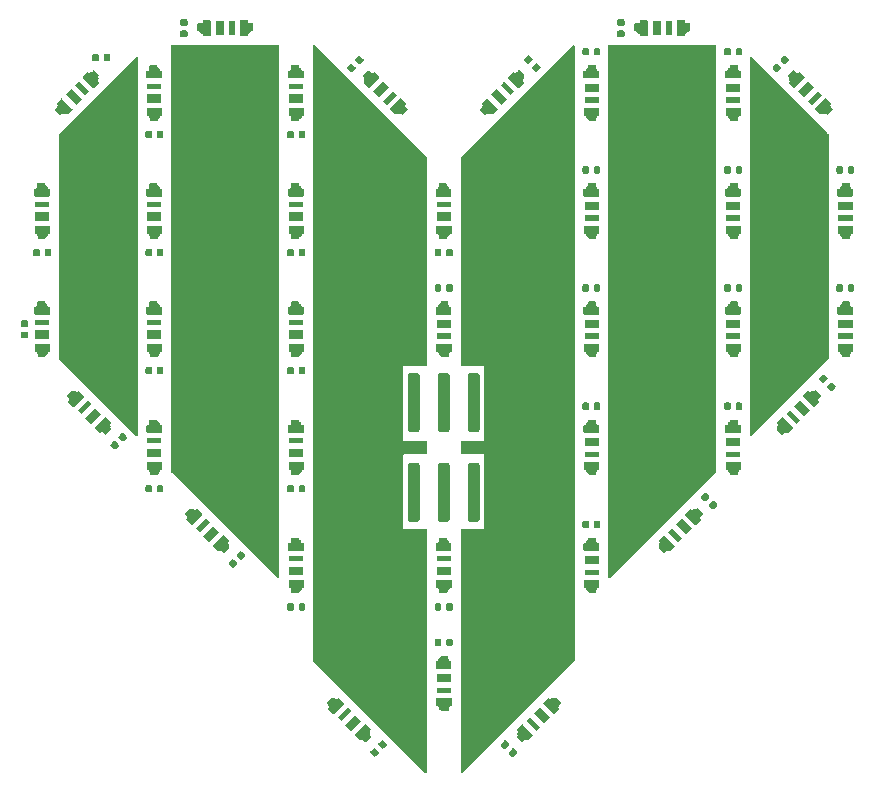
<source format=gbr>
%TF.GenerationSoftware,KiCad,Pcbnew,8.99.0-77eaa75db1*%
%TF.CreationDate,2024-12-04T17:56:54+01:00*%
%TF.ProjectId,geheimbadge,67656865-696d-4626-9164-67652e6b6963,1.0.0*%
%TF.SameCoordinates,Original*%
%TF.FileFunction,Soldermask,Top*%
%TF.FilePolarity,Negative*%
%FSLAX46Y46*%
G04 Gerber Fmt 4.6, Leading zero omitted, Abs format (unit mm)*
G04 Created by KiCad (PCBNEW 8.99.0-77eaa75db1) date 2024-12-04 17:56:54*
%MOMM*%
%LPD*%
G01*
G04 APERTURE LIST*
G04 APERTURE END LIST*
G36*
X111014941Y-91926175D02*
G01*
X111027207Y-91927053D01*
X111032220Y-91930806D01*
X111045886Y-91934468D01*
X111055551Y-91948271D01*
X111062326Y-91953343D01*
X111066000Y-91963193D01*
X111077274Y-91979294D01*
X111080000Y-92000000D01*
X111080000Y-144000000D01*
X111068898Y-144030501D01*
X111064140Y-144046707D01*
X111062061Y-144049286D01*
X111061284Y-144051423D01*
X111056569Y-144056569D01*
X101556569Y-153556569D01*
X101527151Y-153570286D01*
X101516550Y-153576075D01*
X101514978Y-153575962D01*
X101506972Y-153579696D01*
X101485054Y-153573822D01*
X101472792Y-153572946D01*
X101467779Y-153569193D01*
X101454114Y-153565532D01*
X101444448Y-153551727D01*
X101437673Y-153546656D01*
X101433998Y-153536804D01*
X101422726Y-153520706D01*
X101420000Y-153500000D01*
X101420000Y-133000000D01*
X101431092Y-132969522D01*
X101434503Y-132957907D01*
X101435696Y-132956872D01*
X101438716Y-132948577D01*
X101458358Y-132937236D01*
X101469130Y-132927903D01*
X101477785Y-132926020D01*
X101486108Y-132921215D01*
X101500000Y-132920000D01*
X103390243Y-132920000D01*
X103420000Y-132890243D01*
X103420000Y-126609757D01*
X103390243Y-126580000D01*
X101500000Y-126580000D01*
X101469512Y-126568903D01*
X101457907Y-126565496D01*
X101456873Y-126564303D01*
X101448577Y-126561284D01*
X101437234Y-126541638D01*
X101427903Y-126530869D01*
X101426020Y-126522215D01*
X101421215Y-126513892D01*
X101420000Y-126500000D01*
X101420000Y-125500000D01*
X101431092Y-125469522D01*
X101434503Y-125457907D01*
X101435696Y-125456872D01*
X101438716Y-125448577D01*
X101458358Y-125437236D01*
X101469130Y-125427903D01*
X101477785Y-125426020D01*
X101486108Y-125421215D01*
X101500000Y-125420000D01*
X103390243Y-125420000D01*
X103420000Y-125390243D01*
X103420000Y-119109757D01*
X103390243Y-119080000D01*
X101500000Y-119080000D01*
X101469512Y-119068903D01*
X101457907Y-119065496D01*
X101456873Y-119064303D01*
X101448577Y-119061284D01*
X101437234Y-119041638D01*
X101427903Y-119030869D01*
X101426020Y-119022215D01*
X101421215Y-119013892D01*
X101420000Y-119000000D01*
X101420000Y-101500000D01*
X101431096Y-101469512D01*
X101435859Y-101453292D01*
X101437939Y-101450709D01*
X101438716Y-101448577D01*
X101443431Y-101443431D01*
X101445355Y-101441506D01*
X101445360Y-101441501D01*
X110938266Y-91948595D01*
X110938268Y-91948593D01*
X110943431Y-91943431D01*
X110972829Y-91929722D01*
X110983449Y-91923924D01*
X110985023Y-91924036D01*
X110993028Y-91920304D01*
X111014941Y-91926175D01*
G37*
G36*
X89002700Y-91924140D02*
G01*
X89011080Y-91922936D01*
X89020647Y-91927305D01*
X89040000Y-91930718D01*
X89056569Y-91943431D01*
X98556569Y-101443431D01*
X98570282Y-101472840D01*
X98578381Y-101487672D01*
X98578735Y-101490968D01*
X98579696Y-101493028D01*
X98580000Y-101500000D01*
X98580000Y-119000000D01*
X98568902Y-119030492D01*
X98565496Y-119042092D01*
X98564304Y-119043124D01*
X98561284Y-119051423D01*
X98541634Y-119062767D01*
X98530869Y-119072096D01*
X98522217Y-119073978D01*
X98513892Y-119078785D01*
X98500000Y-119080000D01*
X98494539Y-119080000D01*
X96609757Y-119080000D01*
X96580000Y-119109757D01*
X96580000Y-125390243D01*
X96609757Y-125420000D01*
X98492697Y-125420000D01*
X98500000Y-125420000D01*
X98530480Y-125431093D01*
X98542092Y-125434503D01*
X98543125Y-125435696D01*
X98551423Y-125438716D01*
X98562765Y-125458362D01*
X98572096Y-125469130D01*
X98573978Y-125477783D01*
X98578785Y-125486108D01*
X98580000Y-125500000D01*
X98580000Y-126500000D01*
X98568902Y-126530492D01*
X98565496Y-126542092D01*
X98564304Y-126543124D01*
X98561284Y-126551423D01*
X98541634Y-126562767D01*
X98530869Y-126572096D01*
X98522217Y-126573978D01*
X98513892Y-126578785D01*
X98500000Y-126580000D01*
X98494539Y-126580000D01*
X96609757Y-126580000D01*
X96580000Y-126609757D01*
X96580000Y-132890243D01*
X96609757Y-132920000D01*
X98492697Y-132920000D01*
X98500000Y-132920000D01*
X98530480Y-132931093D01*
X98542092Y-132934503D01*
X98543125Y-132935696D01*
X98551423Y-132938716D01*
X98562765Y-132958362D01*
X98572096Y-132969130D01*
X98573978Y-132977783D01*
X98578785Y-132986108D01*
X98580000Y-133000000D01*
X98580000Y-153500000D01*
X98568902Y-153530492D01*
X98565496Y-153542092D01*
X98564304Y-153543124D01*
X98561284Y-153551423D01*
X98541635Y-153562767D01*
X98532343Y-153570819D01*
X98526146Y-153571710D01*
X98513892Y-153578785D01*
X98497295Y-153575858D01*
X98488919Y-153577063D01*
X98479354Y-153572694D01*
X98460000Y-153569282D01*
X98443431Y-153556569D01*
X88943431Y-144056569D01*
X88929720Y-144027165D01*
X88921618Y-144012327D01*
X88921263Y-144009029D01*
X88920304Y-144006972D01*
X88920000Y-144000000D01*
X88920000Y-92000000D01*
X88931092Y-91969522D01*
X88934503Y-91957907D01*
X88935696Y-91956872D01*
X88938716Y-91948577D01*
X88958358Y-91937236D01*
X88967656Y-91929180D01*
X88973856Y-91928288D01*
X88986108Y-91921215D01*
X89002700Y-91924140D01*
G37*
G36*
X105914200Y-151490865D02*
G01*
X105959619Y-151521213D01*
X106157609Y-151719203D01*
X106187957Y-151764622D01*
X106198614Y-151818198D01*
X106187957Y-151871773D01*
X106157609Y-151917193D01*
X105917193Y-152157609D01*
X105871773Y-152187957D01*
X105818198Y-152198614D01*
X105764622Y-152187957D01*
X105719203Y-152157609D01*
X105521213Y-151959619D01*
X105490865Y-151914200D01*
X105480208Y-151860624D01*
X105490865Y-151807049D01*
X105521213Y-151761629D01*
X105592308Y-151690534D01*
X105758089Y-151524752D01*
X105758092Y-151524749D01*
X105761629Y-151521213D01*
X105807049Y-151490865D01*
X105860624Y-151480208D01*
X105914200Y-151490865D01*
G37*
G36*
X94167824Y-151465738D02*
G01*
X94213244Y-151496086D01*
X94453660Y-151736502D01*
X94484008Y-151781922D01*
X94494665Y-151835497D01*
X94484008Y-151889073D01*
X94453660Y-151934492D01*
X94255670Y-152132482D01*
X94210251Y-152162830D01*
X94156675Y-152173487D01*
X94103100Y-152162830D01*
X94057680Y-152132482D01*
X93817264Y-151892066D01*
X93786916Y-151846646D01*
X93776259Y-151793071D01*
X93786916Y-151739495D01*
X93817264Y-151694076D01*
X93820806Y-151690534D01*
X94011714Y-151499625D01*
X94011717Y-151499622D01*
X94015254Y-151496086D01*
X94060673Y-151465738D01*
X94114249Y-151455081D01*
X94167824Y-151465738D01*
G37*
G36*
X105235378Y-150812043D02*
G01*
X105280797Y-150842391D01*
X105478787Y-151040381D01*
X105509135Y-151085800D01*
X105519792Y-151139376D01*
X105509135Y-151192951D01*
X105478787Y-151238371D01*
X105238371Y-151478787D01*
X105192951Y-151509135D01*
X105139376Y-151519792D01*
X105085800Y-151509135D01*
X105040381Y-151478787D01*
X104842391Y-151280797D01*
X104812043Y-151235378D01*
X104801386Y-151181802D01*
X104812043Y-151128227D01*
X104842391Y-151082807D01*
X104913486Y-151011712D01*
X105079267Y-150845930D01*
X105079270Y-150845927D01*
X105082807Y-150842391D01*
X105128227Y-150812043D01*
X105181802Y-150801386D01*
X105235378Y-150812043D01*
G37*
G36*
X94846646Y-150786916D02*
G01*
X94892066Y-150817264D01*
X95132482Y-151057680D01*
X95162830Y-151103100D01*
X95173487Y-151156675D01*
X95162830Y-151210251D01*
X95132482Y-151255670D01*
X94934492Y-151453660D01*
X94889073Y-151484008D01*
X94835497Y-151494665D01*
X94781922Y-151484008D01*
X94736502Y-151453660D01*
X94496086Y-151213244D01*
X94465738Y-151167824D01*
X94455081Y-151114249D01*
X94465738Y-151060673D01*
X94496086Y-151015254D01*
X94590946Y-150920394D01*
X94690536Y-150820803D01*
X94690539Y-150820800D01*
X94694076Y-150817264D01*
X94739495Y-150786916D01*
X94793071Y-150776259D01*
X94846646Y-150786916D01*
G37*
G36*
X106706494Y-149460658D02*
G01*
X106708116Y-149461741D01*
X107556644Y-150310269D01*
X107557727Y-150311891D01*
X107573837Y-150350782D01*
X107573837Y-150354610D01*
X107557727Y-150393501D01*
X107556644Y-150395123D01*
X107167736Y-150784031D01*
X107166114Y-150785114D01*
X107127223Y-150801224D01*
X107123395Y-150801224D01*
X107084504Y-150785114D01*
X107082882Y-150784031D01*
X107019125Y-150720275D01*
X106985654Y-150715463D01*
X106913528Y-150754848D01*
X106912195Y-150755346D01*
X106831029Y-150773001D01*
X106818211Y-150780000D01*
X106672761Y-150925453D01*
X106671138Y-150926536D01*
X106666515Y-150928450D01*
X106666515Y-150928451D01*
X106641583Y-150938779D01*
X106641580Y-150938779D01*
X106632247Y-150942645D01*
X106628421Y-150942645D01*
X106619088Y-150938779D01*
X106619085Y-150938779D01*
X106594152Y-150928451D01*
X106594149Y-150928449D01*
X106589530Y-150926536D01*
X106587907Y-150925453D01*
X106198998Y-150536544D01*
X106197915Y-150534921D01*
X106196001Y-150530302D01*
X106195999Y-150530298D01*
X106185672Y-150505365D01*
X106185672Y-150505363D01*
X106181806Y-150496030D01*
X106181806Y-150492204D01*
X106185672Y-150482870D01*
X106185672Y-150482868D01*
X106195998Y-150457937D01*
X106196002Y-150457930D01*
X106197915Y-150453313D01*
X106198999Y-150451690D01*
X106202535Y-150448153D01*
X106202538Y-150448150D01*
X106235532Y-150415157D01*
X106243256Y-150394450D01*
X106232946Y-150250295D01*
X106232946Y-150250294D01*
X106232687Y-150246672D01*
X106232788Y-150245252D01*
X106236787Y-150226867D01*
X106262267Y-150109738D01*
X106262267Y-150109736D01*
X106263039Y-150106190D01*
X106263537Y-150104857D01*
X106265274Y-150101675D01*
X106265277Y-150101668D01*
X106302921Y-150032729D01*
X106298109Y-149999258D01*
X106234354Y-149935503D01*
X106233271Y-149933881D01*
X106217161Y-149894990D01*
X106217161Y-149891162D01*
X106224777Y-149872777D01*
X106231357Y-149856892D01*
X106233271Y-149852271D01*
X106234354Y-149850649D01*
X106237890Y-149847112D01*
X106237893Y-149847109D01*
X106619722Y-149465280D01*
X106619725Y-149465277D01*
X106623262Y-149461741D01*
X106624884Y-149460658D01*
X106629503Y-149458744D01*
X106629504Y-149458744D01*
X106654441Y-149448414D01*
X106654442Y-149448414D01*
X106663775Y-149444548D01*
X106667603Y-149444548D01*
X106706494Y-149460658D01*
G37*
G36*
X93393501Y-149442273D02*
G01*
X93395123Y-149443356D01*
X93784031Y-149832264D01*
X93785114Y-149833886D01*
X93801224Y-149872777D01*
X93801224Y-149876605D01*
X93785114Y-149915496D01*
X93784031Y-149917118D01*
X93720274Y-149980874D01*
X93715463Y-150014344D01*
X93754848Y-150086472D01*
X93755346Y-150087805D01*
X93785597Y-150226867D01*
X93785698Y-150228287D01*
X93775995Y-150363943D01*
X93775128Y-150376064D01*
X93782851Y-150396771D01*
X93819386Y-150433305D01*
X93820470Y-150434928D01*
X93822384Y-150439549D01*
X93822386Y-150439552D01*
X93832713Y-150464483D01*
X93832713Y-150464485D01*
X93836579Y-150473819D01*
X93836579Y-150477645D01*
X93832713Y-150486978D01*
X93832713Y-150486980D01*
X93830549Y-150492204D01*
X93820470Y-150516536D01*
X93819387Y-150518159D01*
X93430478Y-150907068D01*
X93428855Y-150908151D01*
X93424232Y-150910065D01*
X93424232Y-150910066D01*
X93399300Y-150920394D01*
X93399297Y-150920394D01*
X93389964Y-150924260D01*
X93386138Y-150924260D01*
X93376805Y-150920394D01*
X93376802Y-150920394D01*
X93351869Y-150910066D01*
X93351866Y-150910064D01*
X93347247Y-150908151D01*
X93345624Y-150907068D01*
X93200172Y-150761615D01*
X93187354Y-150754616D01*
X93106190Y-150736961D01*
X93104857Y-150736463D01*
X93075211Y-150720275D01*
X93032729Y-150697078D01*
X92999259Y-150701889D01*
X92935503Y-150765646D01*
X92933881Y-150766729D01*
X92894990Y-150782839D01*
X92891162Y-150782839D01*
X92852271Y-150766729D01*
X92850649Y-150765646D01*
X92461741Y-150376738D01*
X92460658Y-150375116D01*
X92444548Y-150336225D01*
X92444548Y-150332397D01*
X92451129Y-150316511D01*
X92458744Y-150298127D01*
X92460658Y-150293506D01*
X92461741Y-150291884D01*
X92465277Y-150288347D01*
X92465280Y-150288344D01*
X93306729Y-149446895D01*
X93306732Y-149446892D01*
X93310269Y-149443356D01*
X93311891Y-149442273D01*
X93316510Y-149440359D01*
X93316511Y-149440359D01*
X93341448Y-149430029D01*
X93341449Y-149430029D01*
X93350782Y-149426163D01*
X93354610Y-149426163D01*
X93393501Y-149442273D01*
G37*
G36*
X108185969Y-149680944D02*
G01*
X107867771Y-149999142D01*
X107019243Y-149150614D01*
X107022784Y-149147073D01*
X107333903Y-148835953D01*
X107333906Y-148835950D01*
X107337441Y-148832416D01*
X108185969Y-149680944D01*
G37*
G36*
X92662560Y-148832416D02*
G01*
X92977218Y-149147073D01*
X92977219Y-149147075D01*
X92980757Y-149150613D01*
X92705207Y-149426163D01*
X92135769Y-149995602D01*
X92135765Y-149995604D01*
X92132229Y-149999141D01*
X91810494Y-149677406D01*
X91640793Y-149507706D01*
X91640790Y-149507702D01*
X91637255Y-149504167D01*
X91640792Y-149500629D01*
X91640795Y-149500626D01*
X92482242Y-148659177D01*
X92482251Y-148659170D01*
X92485783Y-148655639D01*
X92662560Y-148832416D01*
G37*
G36*
X108154152Y-148022782D02*
G01*
X108154153Y-148022783D01*
X108995602Y-148864230D01*
X108995606Y-148864236D01*
X108999141Y-148867771D01*
X108504167Y-149362745D01*
X108292034Y-149150612D01*
X107659177Y-148517757D01*
X107659172Y-148517750D01*
X107655639Y-148514217D01*
X107659179Y-148510677D01*
X108147073Y-148022781D01*
X108147079Y-148022776D01*
X108150613Y-148019243D01*
X108154152Y-148022782D01*
G37*
G36*
X92167584Y-148337441D02*
G01*
X91319056Y-149185969D01*
X91000858Y-148867771D01*
X91357952Y-148510677D01*
X91845848Y-148022780D01*
X91845851Y-148022777D01*
X91849386Y-148019243D01*
X92167584Y-148337441D01*
G37*
G36*
X90517129Y-147185672D02*
G01*
X90517132Y-147185672D01*
X90542062Y-147195998D01*
X90542067Y-147196001D01*
X90546687Y-147197915D01*
X90548310Y-147198999D01*
X90584842Y-147235532D01*
X90605549Y-147243256D01*
X90749704Y-147232946D01*
X90749705Y-147232946D01*
X90753328Y-147232687D01*
X90754748Y-147232788D01*
X90893810Y-147263039D01*
X90895143Y-147263537D01*
X90898328Y-147265276D01*
X90898330Y-147265277D01*
X90967270Y-147302921D01*
X91000740Y-147298109D01*
X91060960Y-147237891D01*
X91064497Y-147234354D01*
X91066119Y-147233271D01*
X91070738Y-147231357D01*
X91070739Y-147231357D01*
X91095676Y-147221027D01*
X91095677Y-147221027D01*
X91105010Y-147217161D01*
X91108838Y-147217161D01*
X91147729Y-147233271D01*
X91149351Y-147234354D01*
X91538259Y-147623262D01*
X91539342Y-147624884D01*
X91555452Y-147663775D01*
X91555452Y-147667603D01*
X91539342Y-147706494D01*
X91538259Y-147708116D01*
X90689731Y-148556644D01*
X90688109Y-148557727D01*
X90649218Y-148573837D01*
X90645390Y-148573837D01*
X90606499Y-148557727D01*
X90604877Y-148556644D01*
X90215969Y-148167736D01*
X90214886Y-148166114D01*
X90198776Y-148127223D01*
X90198776Y-148123395D01*
X90206392Y-148105010D01*
X90212972Y-148089125D01*
X90214886Y-148084504D01*
X90215969Y-148082882D01*
X90279723Y-148019125D01*
X90284536Y-147985655D01*
X90246892Y-147916715D01*
X90246891Y-147916713D01*
X90245152Y-147913528D01*
X90244654Y-147912195D01*
X90226997Y-147831029D01*
X90219998Y-147818211D01*
X90074547Y-147672761D01*
X90073464Y-147671138D01*
X90071550Y-147666519D01*
X90071548Y-147666515D01*
X90061221Y-147641582D01*
X90061221Y-147641580D01*
X90057355Y-147632247D01*
X90057355Y-147628421D01*
X90061221Y-147619087D01*
X90061221Y-147619085D01*
X90071548Y-147594152D01*
X90071552Y-147594145D01*
X90073464Y-147589530D01*
X90074547Y-147587907D01*
X90078083Y-147584370D01*
X90078086Y-147584367D01*
X90459916Y-147202537D01*
X90459919Y-147202534D01*
X90463456Y-147198998D01*
X90465079Y-147197915D01*
X90469694Y-147196003D01*
X90469701Y-147195999D01*
X90494634Y-147185672D01*
X90494637Y-147185672D01*
X90503970Y-147181806D01*
X90507796Y-147181806D01*
X90517129Y-147185672D01*
G37*
G36*
X109486978Y-147167287D02*
G01*
X109486981Y-147167287D01*
X109511913Y-147177614D01*
X109511917Y-147177616D01*
X109516536Y-147179530D01*
X109518159Y-147180613D01*
X109907068Y-147569522D01*
X109908151Y-147571145D01*
X109910064Y-147575764D01*
X109910066Y-147575767D01*
X109920394Y-147600700D01*
X109920394Y-147600702D01*
X109924260Y-147610036D01*
X109924260Y-147613862D01*
X109920394Y-147623195D01*
X109920394Y-147623197D01*
X109919695Y-147624884D01*
X109908151Y-147652753D01*
X109907068Y-147654376D01*
X109761615Y-147799826D01*
X109754616Y-147812644D01*
X109736961Y-147893810D01*
X109736463Y-147895143D01*
X109724683Y-147916715D01*
X109697078Y-147967269D01*
X109701890Y-148000740D01*
X109765646Y-148064497D01*
X109766729Y-148066119D01*
X109782839Y-148105010D01*
X109782839Y-148108838D01*
X109766729Y-148147729D01*
X109765646Y-148149351D01*
X109376738Y-148538259D01*
X109375116Y-148539342D01*
X109336225Y-148555452D01*
X109332397Y-148555452D01*
X109293506Y-148539342D01*
X109291884Y-148538259D01*
X108443356Y-147689731D01*
X108442273Y-147688109D01*
X108426163Y-147649218D01*
X108426163Y-147645390D01*
X108432744Y-147629504D01*
X108440359Y-147611120D01*
X108442273Y-147606499D01*
X108443356Y-147604877D01*
X108446892Y-147601340D01*
X108446895Y-147601337D01*
X108828724Y-147219508D01*
X108828727Y-147219505D01*
X108832264Y-147215969D01*
X108833886Y-147214886D01*
X108838505Y-147212972D01*
X108838506Y-147212972D01*
X108863443Y-147202642D01*
X108863444Y-147202642D01*
X108872777Y-147198776D01*
X108876605Y-147198776D01*
X108915496Y-147214886D01*
X108917118Y-147215969D01*
X108980873Y-147279724D01*
X109014344Y-147284536D01*
X109083283Y-147246892D01*
X109083290Y-147246889D01*
X109086472Y-147245152D01*
X109087805Y-147244654D01*
X109091351Y-147243882D01*
X109091353Y-147243882D01*
X109223313Y-147215176D01*
X109223313Y-147215175D01*
X109226867Y-147214403D01*
X109228287Y-147214302D01*
X109231909Y-147214561D01*
X109231910Y-147214561D01*
X109376065Y-147224871D01*
X109396772Y-147217147D01*
X109429765Y-147184153D01*
X109429768Y-147184150D01*
X109433305Y-147180614D01*
X109434928Y-147179530D01*
X109439545Y-147177617D01*
X109439552Y-147177613D01*
X109464483Y-147167287D01*
X109464486Y-147167287D01*
X109473819Y-147163421D01*
X109477645Y-147163421D01*
X109486978Y-147167287D01*
G37*
G36*
X100614913Y-147240381D02*
G01*
X100619531Y-147242294D01*
X100619536Y-147242295D01*
X100644469Y-147252622D01*
X100644471Y-147252624D01*
X100653804Y-147256490D01*
X100656510Y-147259196D01*
X100660375Y-147268528D01*
X100660377Y-147268530D01*
X100670704Y-147293463D01*
X100672619Y-147298087D01*
X100673000Y-147300000D01*
X100673000Y-147850000D01*
X100672619Y-147851913D01*
X100656510Y-147890804D01*
X100653804Y-147893510D01*
X100644469Y-147897376D01*
X100644469Y-147897377D01*
X100642175Y-147898327D01*
X100614913Y-147909619D01*
X100613000Y-147910000D01*
X100607997Y-147910000D01*
X100522836Y-147910000D01*
X100495766Y-147930265D01*
X100473638Y-148005628D01*
X100473636Y-148005631D01*
X100472613Y-148009117D01*
X100472022Y-148010411D01*
X100439536Y-148060960D01*
X100427116Y-148080286D01*
X100423000Y-148094302D01*
X100423000Y-148300000D01*
X100422619Y-148301913D01*
X100406510Y-148340804D01*
X100403804Y-148343510D01*
X100394469Y-148347376D01*
X100394469Y-148347377D01*
X100375460Y-148355250D01*
X100364913Y-148359619D01*
X100363000Y-148360000D01*
X100357997Y-148360000D01*
X99818003Y-148360000D01*
X99813000Y-148360000D01*
X99811087Y-148359619D01*
X99806464Y-148357704D01*
X99806463Y-148357704D01*
X99781530Y-148347377D01*
X99781528Y-148347375D01*
X99772196Y-148343510D01*
X99769490Y-148340804D01*
X99765624Y-148331471D01*
X99765622Y-148331469D01*
X99755295Y-148306536D01*
X99755294Y-148306531D01*
X99753381Y-148301913D01*
X99753000Y-148300000D01*
X99753000Y-148248333D01*
X99743819Y-148228229D01*
X99739409Y-148224408D01*
X99739406Y-148224406D01*
X99702175Y-148192145D01*
X99634596Y-148133589D01*
X99634590Y-148133583D01*
X99631851Y-148131209D01*
X99630919Y-148130133D01*
X99626588Y-148123395D01*
X99555940Y-148013464D01*
X99555939Y-148013463D01*
X99553978Y-148010411D01*
X99553387Y-148009117D01*
X99552365Y-148005637D01*
X99552361Y-148005628D01*
X99530234Y-147930265D01*
X99503164Y-147910000D01*
X99413000Y-147910000D01*
X99411087Y-147909619D01*
X99406464Y-147907704D01*
X99406463Y-147907704D01*
X99381530Y-147897377D01*
X99381528Y-147897375D01*
X99372196Y-147893510D01*
X99369490Y-147890804D01*
X99365624Y-147881471D01*
X99365622Y-147881469D01*
X99355295Y-147856536D01*
X99355294Y-147856531D01*
X99353381Y-147851913D01*
X99353000Y-147850000D01*
X99353000Y-147300000D01*
X99353381Y-147298087D01*
X99355293Y-147293469D01*
X99355295Y-147293463D01*
X99365622Y-147268530D01*
X99365625Y-147268526D01*
X99369490Y-147259196D01*
X99372196Y-147256490D01*
X99381526Y-147252625D01*
X99381530Y-147252622D01*
X99406463Y-147242295D01*
X99406469Y-147242293D01*
X99411087Y-147240381D01*
X99413000Y-147240000D01*
X100613000Y-147240000D01*
X100614913Y-147240381D01*
G37*
G36*
X100613000Y-146800000D02*
G01*
X99413000Y-146800000D01*
X99413000Y-146350000D01*
X100613000Y-146350000D01*
X100613000Y-146800000D01*
G37*
G36*
X100613000Y-145900000D02*
G01*
X99413000Y-145900000D01*
X99413000Y-145200000D01*
X100613000Y-145200000D01*
X100613000Y-145900000D01*
G37*
G36*
X100338913Y-143640381D02*
G01*
X100343531Y-143642294D01*
X100343536Y-143642295D01*
X100368469Y-143652622D01*
X100368471Y-143652624D01*
X100377804Y-143656490D01*
X100380510Y-143659196D01*
X100384375Y-143668528D01*
X100384377Y-143668530D01*
X100394704Y-143693463D01*
X100396619Y-143698087D01*
X100397000Y-143700000D01*
X100397000Y-143705002D01*
X100397000Y-143905697D01*
X100401114Y-143919711D01*
X100446022Y-143989589D01*
X100446613Y-143990883D01*
X100447635Y-143994365D01*
X100447638Y-143994371D01*
X100469766Y-144069735D01*
X100496836Y-144090000D01*
X100581997Y-144090000D01*
X100587000Y-144090000D01*
X100588913Y-144090381D01*
X100593531Y-144092294D01*
X100593536Y-144092295D01*
X100618469Y-144102622D01*
X100618471Y-144102624D01*
X100627804Y-144106490D01*
X100630510Y-144109196D01*
X100634375Y-144118528D01*
X100634377Y-144118530D01*
X100644704Y-144143463D01*
X100646619Y-144148087D01*
X100647000Y-144150000D01*
X100647000Y-144700000D01*
X100646619Y-144701913D01*
X100630510Y-144740804D01*
X100627804Y-144743510D01*
X100618469Y-144747376D01*
X100618469Y-144747377D01*
X100599460Y-144755250D01*
X100588913Y-144759619D01*
X100587000Y-144760000D01*
X100581997Y-144760000D01*
X99392003Y-144760000D01*
X99387000Y-144760000D01*
X99385087Y-144759619D01*
X99380464Y-144757704D01*
X99380463Y-144757704D01*
X99355530Y-144747377D01*
X99355528Y-144747375D01*
X99346196Y-144743510D01*
X99343490Y-144740804D01*
X99339624Y-144731471D01*
X99339622Y-144731469D01*
X99329295Y-144706536D01*
X99329294Y-144706531D01*
X99327381Y-144701913D01*
X99327000Y-144700000D01*
X99327000Y-144150000D01*
X99327381Y-144148087D01*
X99329293Y-144143469D01*
X99329295Y-144143463D01*
X99339622Y-144118530D01*
X99339625Y-144118526D01*
X99343490Y-144109196D01*
X99346196Y-144106490D01*
X99355526Y-144102625D01*
X99355530Y-144102622D01*
X99380463Y-144092295D01*
X99380469Y-144092293D01*
X99385087Y-144090381D01*
X99387000Y-144090000D01*
X99477164Y-144090000D01*
X99504234Y-144069735D01*
X99526361Y-143994371D01*
X99526366Y-143994359D01*
X99527387Y-143990883D01*
X99527978Y-143989589D01*
X99529938Y-143986538D01*
X99529940Y-143986535D01*
X99602956Y-143872920D01*
X99602959Y-143872915D01*
X99604919Y-143869867D01*
X99605851Y-143868791D01*
X99608587Y-143866419D01*
X99608596Y-143866410D01*
X99717819Y-143771770D01*
X99727000Y-143751666D01*
X99727000Y-143705002D01*
X99727000Y-143700000D01*
X99727381Y-143698087D01*
X99729293Y-143693469D01*
X99729295Y-143693463D01*
X99739622Y-143668530D01*
X99739625Y-143668526D01*
X99743490Y-143659196D01*
X99746196Y-143656490D01*
X99755526Y-143652625D01*
X99755530Y-143652622D01*
X99780463Y-143642295D01*
X99780469Y-143642293D01*
X99785087Y-143640381D01*
X99787000Y-143640000D01*
X100337000Y-143640000D01*
X100338913Y-143640381D01*
G37*
G36*
X99713576Y-142200657D02*
G01*
X99758995Y-142231005D01*
X99789343Y-142276424D01*
X99800000Y-142330000D01*
X99800000Y-142670000D01*
X99789343Y-142723576D01*
X99758995Y-142768995D01*
X99713576Y-142799343D01*
X99660000Y-142810000D01*
X99380000Y-142810000D01*
X99326424Y-142799343D01*
X99281005Y-142768995D01*
X99250657Y-142723576D01*
X99240000Y-142670000D01*
X99240000Y-142330000D01*
X99250657Y-142276424D01*
X99281005Y-142231005D01*
X99326424Y-142200657D01*
X99380000Y-142190000D01*
X99660000Y-142190000D01*
X99713576Y-142200657D01*
G37*
G36*
X100673576Y-142200657D02*
G01*
X100718995Y-142231005D01*
X100749343Y-142276424D01*
X100760000Y-142330000D01*
X100760000Y-142670000D01*
X100749343Y-142723576D01*
X100718995Y-142768995D01*
X100673576Y-142799343D01*
X100620000Y-142810000D01*
X100340000Y-142810000D01*
X100286424Y-142799343D01*
X100241005Y-142768995D01*
X100210657Y-142723576D01*
X100200000Y-142670000D01*
X100200000Y-142330000D01*
X100210657Y-142276424D01*
X100241005Y-142231005D01*
X100286424Y-142200657D01*
X100340000Y-142190000D01*
X100620000Y-142190000D01*
X100673576Y-142200657D01*
G37*
G36*
X87213576Y-139200657D02*
G01*
X87258995Y-139231005D01*
X87289343Y-139276424D01*
X87300000Y-139330000D01*
X87300000Y-139670000D01*
X87289343Y-139723576D01*
X87258995Y-139768995D01*
X87213576Y-139799343D01*
X87160000Y-139810000D01*
X86880000Y-139810000D01*
X86826424Y-139799343D01*
X86781005Y-139768995D01*
X86750657Y-139723576D01*
X86740000Y-139670000D01*
X86740000Y-139330000D01*
X86750657Y-139276424D01*
X86781005Y-139231005D01*
X86826424Y-139200657D01*
X86880000Y-139190000D01*
X87160000Y-139190000D01*
X87213576Y-139200657D01*
G37*
G36*
X88173576Y-139200657D02*
G01*
X88218995Y-139231005D01*
X88249343Y-139276424D01*
X88260000Y-139330000D01*
X88260000Y-139670000D01*
X88249343Y-139723576D01*
X88218995Y-139768995D01*
X88173576Y-139799343D01*
X88120000Y-139810000D01*
X87840000Y-139810000D01*
X87786424Y-139799343D01*
X87741005Y-139768995D01*
X87710657Y-139723576D01*
X87700000Y-139670000D01*
X87700000Y-139330000D01*
X87710657Y-139276424D01*
X87741005Y-139231005D01*
X87786424Y-139200657D01*
X87840000Y-139190000D01*
X88120000Y-139190000D01*
X88173576Y-139200657D01*
G37*
G36*
X99713576Y-139200657D02*
G01*
X99758995Y-139231005D01*
X99789343Y-139276424D01*
X99800000Y-139330000D01*
X99800000Y-139670000D01*
X99789343Y-139723576D01*
X99758995Y-139768995D01*
X99713576Y-139799343D01*
X99660000Y-139810000D01*
X99380000Y-139810000D01*
X99326424Y-139799343D01*
X99281005Y-139768995D01*
X99250657Y-139723576D01*
X99240000Y-139670000D01*
X99240000Y-139330000D01*
X99250657Y-139276424D01*
X99281005Y-139231005D01*
X99326424Y-139200657D01*
X99380000Y-139190000D01*
X99660000Y-139190000D01*
X99713576Y-139200657D01*
G37*
G36*
X100673576Y-139200657D02*
G01*
X100718995Y-139231005D01*
X100749343Y-139276424D01*
X100760000Y-139330000D01*
X100760000Y-139670000D01*
X100749343Y-139723576D01*
X100718995Y-139768995D01*
X100673576Y-139799343D01*
X100620000Y-139810000D01*
X100340000Y-139810000D01*
X100286424Y-139799343D01*
X100241005Y-139768995D01*
X100210657Y-139723576D01*
X100200000Y-139670000D01*
X100200000Y-139330000D01*
X100210657Y-139276424D01*
X100241005Y-139231005D01*
X100286424Y-139200657D01*
X100340000Y-139190000D01*
X100620000Y-139190000D01*
X100673576Y-139200657D01*
G37*
G36*
X88114913Y-137240381D02*
G01*
X88119531Y-137242294D01*
X88119536Y-137242295D01*
X88144469Y-137252622D01*
X88144471Y-137252624D01*
X88153804Y-137256490D01*
X88156510Y-137259196D01*
X88160375Y-137268528D01*
X88160377Y-137268530D01*
X88170704Y-137293463D01*
X88172619Y-137298087D01*
X88173000Y-137300000D01*
X88173000Y-137850000D01*
X88172619Y-137851913D01*
X88156510Y-137890804D01*
X88153804Y-137893510D01*
X88144469Y-137897376D01*
X88144469Y-137897377D01*
X88125460Y-137905250D01*
X88114913Y-137909619D01*
X88113000Y-137910000D01*
X88107997Y-137910000D01*
X88022836Y-137910000D01*
X87995766Y-137930265D01*
X87973638Y-138005628D01*
X87973636Y-138005631D01*
X87972613Y-138009117D01*
X87972022Y-138010411D01*
X87895081Y-138130133D01*
X87894149Y-138131209D01*
X87891405Y-138133586D01*
X87891403Y-138133589D01*
X87848459Y-138170798D01*
X87786594Y-138224406D01*
X87786590Y-138224408D01*
X87782181Y-138228229D01*
X87773000Y-138248333D01*
X87773000Y-138300000D01*
X87772619Y-138301913D01*
X87756510Y-138340804D01*
X87753804Y-138343510D01*
X87744469Y-138347376D01*
X87744469Y-138347377D01*
X87725460Y-138355250D01*
X87714913Y-138359619D01*
X87713000Y-138360000D01*
X87707997Y-138360000D01*
X87168003Y-138360000D01*
X87163000Y-138360000D01*
X87161087Y-138359619D01*
X87156464Y-138357704D01*
X87156463Y-138357704D01*
X87131530Y-138347377D01*
X87131528Y-138347375D01*
X87122196Y-138343510D01*
X87119490Y-138340804D01*
X87115624Y-138331471D01*
X87115622Y-138331469D01*
X87105295Y-138306536D01*
X87105294Y-138306531D01*
X87103381Y-138301913D01*
X87103000Y-138300000D01*
X87103000Y-138094302D01*
X87098884Y-138080286D01*
X87055940Y-138013464D01*
X87055939Y-138013463D01*
X87053978Y-138010411D01*
X87053387Y-138009117D01*
X87052365Y-138005637D01*
X87052361Y-138005628D01*
X87030234Y-137930265D01*
X87003164Y-137910000D01*
X86913000Y-137910000D01*
X86911087Y-137909619D01*
X86906464Y-137907704D01*
X86906463Y-137907704D01*
X86881530Y-137897377D01*
X86881528Y-137897375D01*
X86872196Y-137893510D01*
X86869490Y-137890804D01*
X86865624Y-137881471D01*
X86865622Y-137881469D01*
X86855295Y-137856536D01*
X86855294Y-137856531D01*
X86853381Y-137851913D01*
X86853000Y-137850000D01*
X86853000Y-137300000D01*
X86853381Y-137298087D01*
X86855293Y-137293469D01*
X86855295Y-137293463D01*
X86865622Y-137268530D01*
X86865625Y-137268526D01*
X86869490Y-137259196D01*
X86872196Y-137256490D01*
X86881526Y-137252625D01*
X86881530Y-137252622D01*
X86906463Y-137242295D01*
X86906469Y-137242293D01*
X86911087Y-137240381D01*
X86913000Y-137240000D01*
X88113000Y-137240000D01*
X88114913Y-137240381D01*
G37*
G36*
X100614913Y-137240381D02*
G01*
X100619531Y-137242294D01*
X100619536Y-137242295D01*
X100644469Y-137252622D01*
X100644471Y-137252624D01*
X100653804Y-137256490D01*
X100656510Y-137259196D01*
X100660375Y-137268528D01*
X100660377Y-137268530D01*
X100670704Y-137293463D01*
X100672619Y-137298087D01*
X100673000Y-137300000D01*
X100673000Y-137850000D01*
X100672619Y-137851913D01*
X100656510Y-137890804D01*
X100653804Y-137893510D01*
X100644469Y-137897376D01*
X100644469Y-137897377D01*
X100625460Y-137905250D01*
X100614913Y-137909619D01*
X100613000Y-137910000D01*
X100607997Y-137910000D01*
X100522836Y-137910000D01*
X100495766Y-137930265D01*
X100473638Y-138005628D01*
X100473636Y-138005631D01*
X100472613Y-138009117D01*
X100472022Y-138010411D01*
X100395081Y-138130133D01*
X100394149Y-138131209D01*
X100391405Y-138133586D01*
X100391403Y-138133589D01*
X100348459Y-138170798D01*
X100286594Y-138224406D01*
X100286590Y-138224408D01*
X100282181Y-138228229D01*
X100273000Y-138248333D01*
X100273000Y-138300000D01*
X100272619Y-138301913D01*
X100256510Y-138340804D01*
X100253804Y-138343510D01*
X100244469Y-138347376D01*
X100244469Y-138347377D01*
X100225460Y-138355250D01*
X100214913Y-138359619D01*
X100213000Y-138360000D01*
X100207997Y-138360000D01*
X99668003Y-138360000D01*
X99663000Y-138360000D01*
X99661087Y-138359619D01*
X99656464Y-138357704D01*
X99656463Y-138357704D01*
X99631530Y-138347377D01*
X99631528Y-138347375D01*
X99622196Y-138343510D01*
X99619490Y-138340804D01*
X99615624Y-138331471D01*
X99615622Y-138331469D01*
X99605295Y-138306536D01*
X99605294Y-138306531D01*
X99603381Y-138301913D01*
X99603000Y-138300000D01*
X99603000Y-138094302D01*
X99598884Y-138080286D01*
X99555940Y-138013464D01*
X99555939Y-138013463D01*
X99553978Y-138010411D01*
X99553387Y-138009117D01*
X99552365Y-138005637D01*
X99552361Y-138005628D01*
X99530234Y-137930265D01*
X99503164Y-137910000D01*
X99413000Y-137910000D01*
X99411087Y-137909619D01*
X99406464Y-137907704D01*
X99406463Y-137907704D01*
X99381530Y-137897377D01*
X99381528Y-137897375D01*
X99372196Y-137893510D01*
X99369490Y-137890804D01*
X99365624Y-137881471D01*
X99365622Y-137881469D01*
X99355295Y-137856536D01*
X99355294Y-137856531D01*
X99353381Y-137851913D01*
X99353000Y-137850000D01*
X99353000Y-137300000D01*
X99353381Y-137298087D01*
X99355293Y-137293469D01*
X99355295Y-137293463D01*
X99365622Y-137268530D01*
X99365625Y-137268526D01*
X99369490Y-137259196D01*
X99372196Y-137256490D01*
X99381526Y-137252625D01*
X99381530Y-137252622D01*
X99406463Y-137242295D01*
X99406469Y-137242293D01*
X99411087Y-137240381D01*
X99413000Y-137240000D01*
X100613000Y-137240000D01*
X100614913Y-137240381D01*
G37*
G36*
X113114913Y-137240381D02*
G01*
X113119531Y-137242294D01*
X113119536Y-137242295D01*
X113144469Y-137252622D01*
X113144471Y-137252624D01*
X113153804Y-137256490D01*
X113156510Y-137259196D01*
X113160375Y-137268528D01*
X113160377Y-137268530D01*
X113170704Y-137293463D01*
X113172619Y-137298087D01*
X113173000Y-137300000D01*
X113173000Y-137850000D01*
X113172619Y-137851913D01*
X113156510Y-137890804D01*
X113153804Y-137893510D01*
X113144469Y-137897376D01*
X113144469Y-137897377D01*
X113125460Y-137905250D01*
X113114913Y-137909619D01*
X113113000Y-137910000D01*
X113107997Y-137910000D01*
X113022836Y-137910000D01*
X112995766Y-137930265D01*
X112973638Y-138005628D01*
X112973636Y-138005631D01*
X112972613Y-138009117D01*
X112972022Y-138010411D01*
X112939035Y-138061738D01*
X112927116Y-138080286D01*
X112923000Y-138094302D01*
X112923000Y-138300000D01*
X112922619Y-138301913D01*
X112906510Y-138340804D01*
X112903804Y-138343510D01*
X112894469Y-138347376D01*
X112894469Y-138347377D01*
X112875460Y-138355250D01*
X112864913Y-138359619D01*
X112863000Y-138360000D01*
X112857997Y-138360000D01*
X112318003Y-138360000D01*
X112313000Y-138360000D01*
X112311087Y-138359619D01*
X112306464Y-138357704D01*
X112306463Y-138357704D01*
X112281530Y-138347377D01*
X112281528Y-138347375D01*
X112272196Y-138343510D01*
X112269490Y-138340804D01*
X112265624Y-138331471D01*
X112265622Y-138331469D01*
X112255295Y-138306536D01*
X112255294Y-138306531D01*
X112253381Y-138301913D01*
X112253000Y-138300000D01*
X112253000Y-138248333D01*
X112243819Y-138228229D01*
X112239409Y-138224408D01*
X112239406Y-138224406D01*
X112202175Y-138192145D01*
X112134596Y-138133589D01*
X112134590Y-138133583D01*
X112131851Y-138131209D01*
X112130919Y-138130133D01*
X112107891Y-138094302D01*
X112055940Y-138013464D01*
X112055939Y-138013463D01*
X112053978Y-138010411D01*
X112053387Y-138009117D01*
X112052365Y-138005637D01*
X112052361Y-138005628D01*
X112030234Y-137930265D01*
X112003164Y-137910000D01*
X111913000Y-137910000D01*
X111911087Y-137909619D01*
X111906464Y-137907704D01*
X111906463Y-137907704D01*
X111881530Y-137897377D01*
X111881528Y-137897375D01*
X111872196Y-137893510D01*
X111869490Y-137890804D01*
X111865624Y-137881471D01*
X111865622Y-137881469D01*
X111855295Y-137856536D01*
X111855294Y-137856531D01*
X111853381Y-137851913D01*
X111853000Y-137850000D01*
X111853000Y-137300000D01*
X111853381Y-137298087D01*
X111855293Y-137293469D01*
X111855295Y-137293463D01*
X111865622Y-137268530D01*
X111865625Y-137268526D01*
X111869490Y-137259196D01*
X111872196Y-137256490D01*
X111881526Y-137252625D01*
X111881530Y-137252622D01*
X111906463Y-137242295D01*
X111906469Y-137242293D01*
X111911087Y-137240381D01*
X111913000Y-137240000D01*
X113113000Y-137240000D01*
X113114913Y-137240381D01*
G37*
G36*
X123030480Y-91931093D02*
G01*
X123042092Y-91934503D01*
X123043125Y-91935696D01*
X123051423Y-91938716D01*
X123062765Y-91958362D01*
X123072096Y-91969130D01*
X123073978Y-91977783D01*
X123078785Y-91986108D01*
X123080000Y-92000000D01*
X123080000Y-128000000D01*
X123068898Y-128030501D01*
X123064140Y-128046707D01*
X123062061Y-128049286D01*
X123061284Y-128051423D01*
X123056569Y-128056569D01*
X114056569Y-137056569D01*
X114027151Y-137070286D01*
X114016550Y-137076075D01*
X114014978Y-137075962D01*
X114006972Y-137079696D01*
X113985054Y-137073822D01*
X113972792Y-137072946D01*
X113967779Y-137069193D01*
X113954114Y-137065532D01*
X113944448Y-137051727D01*
X113937673Y-137046656D01*
X113933998Y-137036804D01*
X113922726Y-137020706D01*
X113920000Y-137000000D01*
X113920000Y-92000000D01*
X113931092Y-91969522D01*
X113934503Y-91957907D01*
X113935696Y-91956872D01*
X113938716Y-91948577D01*
X113958358Y-91937236D01*
X113969130Y-91927903D01*
X113977785Y-91926020D01*
X113986108Y-91921215D01*
X114000000Y-91920000D01*
X123000000Y-91920000D01*
X123030480Y-91931093D01*
G37*
G36*
X86030480Y-91931093D02*
G01*
X86042092Y-91934503D01*
X86043125Y-91935696D01*
X86051423Y-91938716D01*
X86062765Y-91958362D01*
X86072096Y-91969130D01*
X86073978Y-91977783D01*
X86078785Y-91986108D01*
X86080000Y-92000000D01*
X86080000Y-137000000D01*
X86068902Y-137030492D01*
X86065496Y-137042092D01*
X86064304Y-137043124D01*
X86061284Y-137051423D01*
X86041635Y-137062767D01*
X86032343Y-137070819D01*
X86026146Y-137071710D01*
X86013892Y-137078785D01*
X85997295Y-137075858D01*
X85988919Y-137077063D01*
X85979354Y-137072694D01*
X85960000Y-137069282D01*
X85943431Y-137056569D01*
X76943431Y-128056569D01*
X76929720Y-128027165D01*
X76921618Y-128012327D01*
X76921263Y-128009029D01*
X76920304Y-128006972D01*
X76920000Y-128000000D01*
X76920000Y-92000000D01*
X76931092Y-91969522D01*
X76934503Y-91957907D01*
X76935696Y-91956872D01*
X76938716Y-91948577D01*
X76958358Y-91937236D01*
X76969130Y-91927903D01*
X76977785Y-91926020D01*
X76986108Y-91921215D01*
X77000000Y-91920000D01*
X86000000Y-91920000D01*
X86030480Y-91931093D01*
G37*
G36*
X88087000Y-136800000D02*
G01*
X86887000Y-136800000D01*
X86887000Y-136100000D01*
X88087000Y-136100000D01*
X88087000Y-136800000D01*
G37*
G36*
X100587000Y-136800000D02*
G01*
X99387000Y-136800000D01*
X99387000Y-136100000D01*
X100587000Y-136100000D01*
X100587000Y-136800000D01*
G37*
G36*
X113113000Y-136800000D02*
G01*
X111913000Y-136800000D01*
X111913000Y-136350000D01*
X113113000Y-136350000D01*
X113113000Y-136800000D01*
G37*
G36*
X82167824Y-135465738D02*
G01*
X82213244Y-135496086D01*
X82453660Y-135736502D01*
X82484008Y-135781922D01*
X82494665Y-135835497D01*
X82484008Y-135889073D01*
X82453660Y-135934492D01*
X82255670Y-136132482D01*
X82210251Y-136162830D01*
X82156675Y-136173487D01*
X82103100Y-136162830D01*
X82057680Y-136132482D01*
X81817264Y-135892066D01*
X81786916Y-135846646D01*
X81776259Y-135793071D01*
X81786916Y-135739495D01*
X81817264Y-135694076D01*
X81866345Y-135644995D01*
X82011714Y-135499625D01*
X82011717Y-135499622D01*
X82015254Y-135496086D01*
X82060673Y-135465738D01*
X82114249Y-135455081D01*
X82167824Y-135465738D01*
G37*
G36*
X113113000Y-135900000D02*
G01*
X111913000Y-135900000D01*
X111913000Y-135200000D01*
X113113000Y-135200000D01*
X113113000Y-135900000D01*
G37*
G36*
X88087000Y-135650000D02*
G01*
X86887000Y-135650000D01*
X86887000Y-135200000D01*
X88087000Y-135200000D01*
X88087000Y-135650000D01*
G37*
G36*
X100587000Y-135650000D02*
G01*
X99387000Y-135650000D01*
X99387000Y-135200000D01*
X100587000Y-135200000D01*
X100587000Y-135650000D01*
G37*
G36*
X82846646Y-134786916D02*
G01*
X82892066Y-134817264D01*
X83132482Y-135057680D01*
X83162830Y-135103100D01*
X83173487Y-135156675D01*
X83162830Y-135210251D01*
X83132482Y-135255670D01*
X82934492Y-135453660D01*
X82889073Y-135484008D01*
X82835497Y-135494665D01*
X82781922Y-135484008D01*
X82736502Y-135453660D01*
X82496086Y-135213244D01*
X82465738Y-135167824D01*
X82455081Y-135114249D01*
X82465738Y-135060673D01*
X82496086Y-135015254D01*
X82590946Y-134920394D01*
X82690536Y-134820803D01*
X82690539Y-134820800D01*
X82694076Y-134817264D01*
X82739495Y-134786916D01*
X82793071Y-134776259D01*
X82846646Y-134786916D01*
G37*
G36*
X118706494Y-133460658D02*
G01*
X118708116Y-133461741D01*
X119556644Y-134310269D01*
X119557727Y-134311891D01*
X119573837Y-134350782D01*
X119573837Y-134354610D01*
X119557727Y-134393501D01*
X119556644Y-134395123D01*
X119167736Y-134784031D01*
X119166114Y-134785114D01*
X119127223Y-134801224D01*
X119123395Y-134801224D01*
X119084504Y-134785114D01*
X119082882Y-134784031D01*
X119019125Y-134720275D01*
X118985654Y-134715463D01*
X118913528Y-134754848D01*
X118912195Y-134755346D01*
X118831029Y-134773001D01*
X118818211Y-134780000D01*
X118672761Y-134925453D01*
X118671138Y-134926536D01*
X118666515Y-134928450D01*
X118666515Y-134928451D01*
X118641583Y-134938779D01*
X118641580Y-134938779D01*
X118632247Y-134942645D01*
X118628421Y-134942645D01*
X118619088Y-134938779D01*
X118619085Y-134938779D01*
X118594152Y-134928451D01*
X118594149Y-134928449D01*
X118589530Y-134926536D01*
X118587907Y-134925453D01*
X118198998Y-134536544D01*
X118197915Y-134534921D01*
X118196001Y-134530302D01*
X118195999Y-134530298D01*
X118185672Y-134505365D01*
X118185672Y-134505363D01*
X118181806Y-134496030D01*
X118181806Y-134492204D01*
X118185672Y-134482870D01*
X118185672Y-134482868D01*
X118195998Y-134457937D01*
X118196002Y-134457930D01*
X118197915Y-134453313D01*
X118198999Y-134451690D01*
X118202535Y-134448153D01*
X118202538Y-134448150D01*
X118235532Y-134415157D01*
X118243256Y-134394450D01*
X118232946Y-134250295D01*
X118232946Y-134250294D01*
X118232687Y-134246672D01*
X118232788Y-134245252D01*
X118236787Y-134226867D01*
X118262267Y-134109738D01*
X118262267Y-134109736D01*
X118263039Y-134106190D01*
X118263537Y-134104857D01*
X118265274Y-134101675D01*
X118265277Y-134101668D01*
X118302921Y-134032729D01*
X118298109Y-133999258D01*
X118234354Y-133935503D01*
X118233271Y-133933881D01*
X118217161Y-133894990D01*
X118217161Y-133891162D01*
X118224777Y-133872777D01*
X118231357Y-133856892D01*
X118233271Y-133852271D01*
X118234354Y-133850649D01*
X118237890Y-133847112D01*
X118237893Y-133847109D01*
X118619722Y-133465280D01*
X118619725Y-133465277D01*
X118623262Y-133461741D01*
X118624884Y-133460658D01*
X118629503Y-133458744D01*
X118629504Y-133458744D01*
X118654441Y-133448414D01*
X118654442Y-133448414D01*
X118663775Y-133444548D01*
X118667603Y-133444548D01*
X118706494Y-133460658D01*
G37*
G36*
X81393501Y-133442273D02*
G01*
X81395123Y-133443356D01*
X81784031Y-133832264D01*
X81785114Y-133833886D01*
X81801224Y-133872777D01*
X81801224Y-133876605D01*
X81785114Y-133915496D01*
X81784031Y-133917118D01*
X81720274Y-133980874D01*
X81715463Y-134014344D01*
X81754848Y-134086472D01*
X81755346Y-134087805D01*
X81785597Y-134226867D01*
X81785698Y-134228287D01*
X81775995Y-134363943D01*
X81775128Y-134376064D01*
X81782851Y-134396771D01*
X81819386Y-134433305D01*
X81820470Y-134434928D01*
X81822384Y-134439549D01*
X81822386Y-134439552D01*
X81832713Y-134464483D01*
X81832713Y-134464485D01*
X81836579Y-134473819D01*
X81836579Y-134477645D01*
X81832713Y-134486978D01*
X81832713Y-134486980D01*
X81830549Y-134492204D01*
X81820470Y-134516536D01*
X81819387Y-134518159D01*
X81430478Y-134907068D01*
X81428855Y-134908151D01*
X81424232Y-134910065D01*
X81424232Y-134910066D01*
X81399300Y-134920394D01*
X81399297Y-134920394D01*
X81389964Y-134924260D01*
X81386138Y-134924260D01*
X81376805Y-134920394D01*
X81376802Y-134920394D01*
X81351869Y-134910066D01*
X81351866Y-134910064D01*
X81347247Y-134908151D01*
X81345624Y-134907068D01*
X81200172Y-134761615D01*
X81187354Y-134754616D01*
X81106190Y-134736961D01*
X81104857Y-134736463D01*
X81075211Y-134720275D01*
X81032729Y-134697078D01*
X80999259Y-134701889D01*
X80935503Y-134765646D01*
X80933881Y-134766729D01*
X80894990Y-134782839D01*
X80891162Y-134782839D01*
X80852271Y-134766729D01*
X80850649Y-134765646D01*
X80461741Y-134376738D01*
X80460658Y-134375116D01*
X80444548Y-134336225D01*
X80444548Y-134332397D01*
X80451129Y-134316511D01*
X80458744Y-134298127D01*
X80460658Y-134293506D01*
X80461741Y-134291884D01*
X80465277Y-134288347D01*
X80465280Y-134288344D01*
X81306729Y-133446895D01*
X81306732Y-133446892D01*
X81310269Y-133443356D01*
X81311891Y-133442273D01*
X81316510Y-133440359D01*
X81316511Y-133440359D01*
X81341448Y-133430029D01*
X81341449Y-133430029D01*
X81350782Y-133426163D01*
X81354610Y-133426163D01*
X81393501Y-133442273D01*
G37*
G36*
X87688913Y-133640381D02*
G01*
X87693531Y-133642294D01*
X87693536Y-133642295D01*
X87718469Y-133652622D01*
X87718471Y-133652624D01*
X87727804Y-133656490D01*
X87730510Y-133659196D01*
X87734375Y-133668528D01*
X87734377Y-133668530D01*
X87740984Y-133684482D01*
X87746619Y-133698087D01*
X87747000Y-133700000D01*
X87747000Y-133705002D01*
X87747000Y-133751666D01*
X87756181Y-133771770D01*
X87865403Y-133866410D01*
X87865408Y-133866416D01*
X87868149Y-133868791D01*
X87869081Y-133869867D01*
X87946022Y-133989589D01*
X87946613Y-133990883D01*
X87947635Y-133994365D01*
X87947638Y-133994371D01*
X87969766Y-134069735D01*
X87996836Y-134090000D01*
X88081997Y-134090000D01*
X88087000Y-134090000D01*
X88088913Y-134090381D01*
X88093531Y-134092294D01*
X88093536Y-134092295D01*
X88118469Y-134102622D01*
X88118471Y-134102624D01*
X88127804Y-134106490D01*
X88130510Y-134109196D01*
X88134375Y-134118528D01*
X88134377Y-134118530D01*
X88144704Y-134143463D01*
X88146619Y-134148087D01*
X88147000Y-134150000D01*
X88147000Y-134700000D01*
X88146619Y-134701913D01*
X88144703Y-134706536D01*
X88144704Y-134706536D01*
X88141007Y-134715463D01*
X88130510Y-134740804D01*
X88127804Y-134743510D01*
X88118469Y-134747376D01*
X88118469Y-134747377D01*
X88100431Y-134754848D01*
X88088913Y-134759619D01*
X88087000Y-134760000D01*
X88081997Y-134760000D01*
X86892003Y-134760000D01*
X86887000Y-134760000D01*
X86885087Y-134759619D01*
X86880464Y-134757704D01*
X86880463Y-134757704D01*
X86855530Y-134747377D01*
X86855528Y-134747375D01*
X86846196Y-134743510D01*
X86843490Y-134740804D01*
X86839624Y-134731471D01*
X86839622Y-134731469D01*
X86829295Y-134706536D01*
X86829294Y-134706531D01*
X86827381Y-134701913D01*
X86827000Y-134700000D01*
X86827000Y-134150000D01*
X86827381Y-134148087D01*
X86829293Y-134143469D01*
X86829295Y-134143463D01*
X86839622Y-134118530D01*
X86839625Y-134118526D01*
X86843490Y-134109196D01*
X86846196Y-134106490D01*
X86855526Y-134102625D01*
X86855530Y-134102622D01*
X86880463Y-134092295D01*
X86880469Y-134092293D01*
X86885087Y-134090381D01*
X86887000Y-134090000D01*
X86977164Y-134090000D01*
X87004234Y-134069735D01*
X87026361Y-133994371D01*
X87026366Y-133994359D01*
X87027387Y-133990883D01*
X87027978Y-133989589D01*
X87029938Y-133986538D01*
X87029940Y-133986535D01*
X87053000Y-133950652D01*
X87072885Y-133919711D01*
X87077000Y-133905697D01*
X87077000Y-133705002D01*
X87077000Y-133700000D01*
X87077381Y-133698087D01*
X87079293Y-133693469D01*
X87079295Y-133693463D01*
X87089622Y-133668530D01*
X87089625Y-133668526D01*
X87093490Y-133659196D01*
X87096196Y-133656490D01*
X87105526Y-133652625D01*
X87105530Y-133652622D01*
X87130463Y-133642295D01*
X87130469Y-133642293D01*
X87135087Y-133640381D01*
X87137000Y-133640000D01*
X87687000Y-133640000D01*
X87688913Y-133640381D01*
G37*
G36*
X100188913Y-133640381D02*
G01*
X100193531Y-133642294D01*
X100193536Y-133642295D01*
X100218469Y-133652622D01*
X100218471Y-133652624D01*
X100227804Y-133656490D01*
X100230510Y-133659196D01*
X100234375Y-133668528D01*
X100234377Y-133668530D01*
X100240984Y-133684482D01*
X100246619Y-133698087D01*
X100247000Y-133700000D01*
X100247000Y-133705002D01*
X100247000Y-133751666D01*
X100256181Y-133771770D01*
X100365403Y-133866410D01*
X100365408Y-133866416D01*
X100368149Y-133868791D01*
X100369081Y-133869867D01*
X100446022Y-133989589D01*
X100446613Y-133990883D01*
X100447635Y-133994365D01*
X100447638Y-133994371D01*
X100469766Y-134069735D01*
X100496836Y-134090000D01*
X100581997Y-134090000D01*
X100587000Y-134090000D01*
X100588913Y-134090381D01*
X100593531Y-134092294D01*
X100593536Y-134092295D01*
X100618469Y-134102622D01*
X100618471Y-134102624D01*
X100627804Y-134106490D01*
X100630510Y-134109196D01*
X100634375Y-134118528D01*
X100634377Y-134118530D01*
X100644704Y-134143463D01*
X100646619Y-134148087D01*
X100647000Y-134150000D01*
X100647000Y-134700000D01*
X100646619Y-134701913D01*
X100644703Y-134706536D01*
X100644704Y-134706536D01*
X100641007Y-134715463D01*
X100630510Y-134740804D01*
X100627804Y-134743510D01*
X100618469Y-134747376D01*
X100618469Y-134747377D01*
X100600431Y-134754848D01*
X100588913Y-134759619D01*
X100587000Y-134760000D01*
X100581997Y-134760000D01*
X99392003Y-134760000D01*
X99387000Y-134760000D01*
X99385087Y-134759619D01*
X99380464Y-134757704D01*
X99380463Y-134757704D01*
X99355530Y-134747377D01*
X99355528Y-134747375D01*
X99346196Y-134743510D01*
X99343490Y-134740804D01*
X99339624Y-134731471D01*
X99339622Y-134731469D01*
X99329295Y-134706536D01*
X99329294Y-134706531D01*
X99327381Y-134701913D01*
X99327000Y-134700000D01*
X99327000Y-134150000D01*
X99327381Y-134148087D01*
X99329293Y-134143469D01*
X99329295Y-134143463D01*
X99339622Y-134118530D01*
X99339625Y-134118526D01*
X99343490Y-134109196D01*
X99346196Y-134106490D01*
X99355526Y-134102625D01*
X99355530Y-134102622D01*
X99380463Y-134092295D01*
X99380469Y-134092293D01*
X99385087Y-134090381D01*
X99387000Y-134090000D01*
X99477164Y-134090000D01*
X99504234Y-134069735D01*
X99526361Y-133994371D01*
X99526366Y-133994359D01*
X99527387Y-133990883D01*
X99527978Y-133989589D01*
X99529938Y-133986538D01*
X99529940Y-133986535D01*
X99553000Y-133950652D01*
X99572885Y-133919711D01*
X99577000Y-133905697D01*
X99577000Y-133705002D01*
X99577000Y-133700000D01*
X99577381Y-133698087D01*
X99579293Y-133693469D01*
X99579295Y-133693463D01*
X99589622Y-133668530D01*
X99589625Y-133668526D01*
X99593490Y-133659196D01*
X99596196Y-133656490D01*
X99605526Y-133652625D01*
X99605530Y-133652622D01*
X99630463Y-133642295D01*
X99630469Y-133642293D01*
X99635087Y-133640381D01*
X99637000Y-133640000D01*
X100187000Y-133640000D01*
X100188913Y-133640381D01*
G37*
G36*
X112838913Y-133640381D02*
G01*
X112843531Y-133642294D01*
X112843536Y-133642295D01*
X112868469Y-133652622D01*
X112868471Y-133652624D01*
X112877804Y-133656490D01*
X112880510Y-133659196D01*
X112884375Y-133668528D01*
X112884377Y-133668530D01*
X112890984Y-133684482D01*
X112896619Y-133698087D01*
X112897000Y-133700000D01*
X112897000Y-133705002D01*
X112897000Y-133905697D01*
X112901114Y-133919711D01*
X112946022Y-133989589D01*
X112946613Y-133990883D01*
X112947635Y-133994365D01*
X112947638Y-133994371D01*
X112969766Y-134069735D01*
X112996836Y-134090000D01*
X113081997Y-134090000D01*
X113087000Y-134090000D01*
X113088913Y-134090381D01*
X113093531Y-134092294D01*
X113093536Y-134092295D01*
X113118469Y-134102622D01*
X113118471Y-134102624D01*
X113127804Y-134106490D01*
X113130510Y-134109196D01*
X113134375Y-134118528D01*
X113134377Y-134118530D01*
X113144704Y-134143463D01*
X113146619Y-134148087D01*
X113147000Y-134150000D01*
X113147000Y-134700000D01*
X113146619Y-134701913D01*
X113144703Y-134706536D01*
X113144704Y-134706536D01*
X113141007Y-134715463D01*
X113130510Y-134740804D01*
X113127804Y-134743510D01*
X113118469Y-134747376D01*
X113118469Y-134747377D01*
X113100431Y-134754848D01*
X113088913Y-134759619D01*
X113087000Y-134760000D01*
X113081997Y-134760000D01*
X111892003Y-134760000D01*
X111887000Y-134760000D01*
X111885087Y-134759619D01*
X111880464Y-134757704D01*
X111880463Y-134757704D01*
X111855530Y-134747377D01*
X111855528Y-134747375D01*
X111846196Y-134743510D01*
X111843490Y-134740804D01*
X111839624Y-134731471D01*
X111839622Y-134731469D01*
X111829295Y-134706536D01*
X111829294Y-134706531D01*
X111827381Y-134701913D01*
X111827000Y-134700000D01*
X111827000Y-134150000D01*
X111827381Y-134148087D01*
X111829293Y-134143469D01*
X111829295Y-134143463D01*
X111839622Y-134118530D01*
X111839625Y-134118526D01*
X111843490Y-134109196D01*
X111846196Y-134106490D01*
X111855526Y-134102625D01*
X111855530Y-134102622D01*
X111880463Y-134092295D01*
X111880469Y-134092293D01*
X111885087Y-134090381D01*
X111887000Y-134090000D01*
X111977164Y-134090000D01*
X112004234Y-134069735D01*
X112026361Y-133994371D01*
X112026366Y-133994359D01*
X112027387Y-133990883D01*
X112027978Y-133989589D01*
X112029938Y-133986538D01*
X112029940Y-133986535D01*
X112102956Y-133872920D01*
X112102959Y-133872915D01*
X112104919Y-133869867D01*
X112105851Y-133868791D01*
X112108587Y-133866419D01*
X112108596Y-133866410D01*
X112217819Y-133771770D01*
X112227000Y-133751666D01*
X112227000Y-133705002D01*
X112227000Y-133700000D01*
X112227381Y-133698087D01*
X112229293Y-133693469D01*
X112229295Y-133693463D01*
X112239622Y-133668530D01*
X112239625Y-133668526D01*
X112243490Y-133659196D01*
X112246196Y-133656490D01*
X112255526Y-133652625D01*
X112255530Y-133652622D01*
X112280463Y-133642295D01*
X112280469Y-133642293D01*
X112285087Y-133640381D01*
X112287000Y-133640000D01*
X112837000Y-133640000D01*
X112838913Y-133640381D01*
G37*
G36*
X120185969Y-133680944D02*
G01*
X119867771Y-133999142D01*
X119019243Y-133150614D01*
X119169857Y-133000000D01*
X119333903Y-132835953D01*
X119333906Y-132835950D01*
X119337441Y-132832416D01*
X120185969Y-133680944D01*
G37*
G36*
X80628567Y-132798423D02*
G01*
X80977218Y-133147073D01*
X80977219Y-133147075D01*
X80980757Y-133150613D01*
X80705207Y-133426163D01*
X80135769Y-133995602D01*
X80135765Y-133995604D01*
X80132229Y-133999141D01*
X79773088Y-133640000D01*
X79640793Y-133507706D01*
X79640790Y-133507702D01*
X79637255Y-133504167D01*
X79640792Y-133500629D01*
X79640795Y-133500626D01*
X80482242Y-132659177D01*
X80482251Y-132659170D01*
X80485783Y-132655639D01*
X80628567Y-132798423D01*
G37*
G36*
X120154152Y-132022782D02*
G01*
X120154153Y-132022783D01*
X120995602Y-132864230D01*
X120995606Y-132864236D01*
X120999141Y-132867771D01*
X120504167Y-133362745D01*
X120292034Y-133150612D01*
X119659177Y-132517757D01*
X119659172Y-132517750D01*
X119655639Y-132514217D01*
X119659179Y-132510677D01*
X120147073Y-132022781D01*
X120147079Y-132022776D01*
X120150613Y-132019243D01*
X120154152Y-132022782D01*
G37*
G36*
X80167584Y-132337441D02*
G01*
X79319056Y-133185969D01*
X79000858Y-132867771D01*
X79357952Y-132510677D01*
X79845848Y-132022780D01*
X79845851Y-132022777D01*
X79849386Y-132019243D01*
X80167584Y-132337441D01*
G37*
G36*
X112213576Y-132200657D02*
G01*
X112258995Y-132231005D01*
X112289343Y-132276424D01*
X112300000Y-132330000D01*
X112300000Y-132670000D01*
X112289343Y-132723576D01*
X112258995Y-132768995D01*
X112213576Y-132799343D01*
X112160000Y-132810000D01*
X111880000Y-132810000D01*
X111826424Y-132799343D01*
X111781005Y-132768995D01*
X111750657Y-132723576D01*
X111740000Y-132670000D01*
X111740000Y-132330000D01*
X111750657Y-132276424D01*
X111781005Y-132231005D01*
X111826424Y-132200657D01*
X111880000Y-132190000D01*
X112160000Y-132190000D01*
X112213576Y-132200657D01*
G37*
G36*
X113173576Y-132200657D02*
G01*
X113218995Y-132231005D01*
X113249343Y-132276424D01*
X113260000Y-132330000D01*
X113260000Y-132670000D01*
X113249343Y-132723576D01*
X113218995Y-132768995D01*
X113173576Y-132799343D01*
X113120000Y-132810000D01*
X112840000Y-132810000D01*
X112786424Y-132799343D01*
X112741005Y-132768995D01*
X112710657Y-132723576D01*
X112700000Y-132670000D01*
X112700000Y-132330000D01*
X112710657Y-132276424D01*
X112741005Y-132231005D01*
X112786424Y-132200657D01*
X112840000Y-132190000D01*
X113120000Y-132190000D01*
X113173576Y-132200657D01*
G37*
G36*
X78517129Y-131185672D02*
G01*
X78517132Y-131185672D01*
X78542062Y-131195998D01*
X78542067Y-131196001D01*
X78546687Y-131197915D01*
X78548310Y-131198999D01*
X78584842Y-131235532D01*
X78605549Y-131243256D01*
X78749704Y-131232946D01*
X78749705Y-131232946D01*
X78753328Y-131232687D01*
X78754748Y-131232788D01*
X78893810Y-131263039D01*
X78895143Y-131263537D01*
X78898328Y-131265276D01*
X78898330Y-131265277D01*
X78967270Y-131302921D01*
X79000740Y-131298109D01*
X79060960Y-131237891D01*
X79064497Y-131234354D01*
X79066119Y-131233271D01*
X79070738Y-131231357D01*
X79070739Y-131231357D01*
X79095676Y-131221027D01*
X79095677Y-131221027D01*
X79105010Y-131217161D01*
X79108838Y-131217161D01*
X79147729Y-131233271D01*
X79149351Y-131234354D01*
X79538259Y-131623262D01*
X79539342Y-131624884D01*
X79555452Y-131663775D01*
X79555452Y-131667603D01*
X79539342Y-131706494D01*
X79538259Y-131708116D01*
X78689731Y-132556644D01*
X78688109Y-132557727D01*
X78649218Y-132573837D01*
X78645390Y-132573837D01*
X78606499Y-132557727D01*
X78604877Y-132556644D01*
X78215969Y-132167736D01*
X78214886Y-132166114D01*
X78198776Y-132127223D01*
X78198776Y-132123395D01*
X78206392Y-132105010D01*
X78212972Y-132089125D01*
X78214886Y-132084504D01*
X78215969Y-132082882D01*
X78279723Y-132019125D01*
X78284536Y-131985655D01*
X78246892Y-131916715D01*
X78246891Y-131916713D01*
X78245152Y-131913528D01*
X78244654Y-131912195D01*
X78226997Y-131831029D01*
X78219998Y-131818211D01*
X78074547Y-131672761D01*
X78073464Y-131671138D01*
X78071550Y-131666519D01*
X78071548Y-131666515D01*
X78061221Y-131641582D01*
X78061221Y-131641580D01*
X78057355Y-131632247D01*
X78057355Y-131628421D01*
X78061221Y-131619087D01*
X78061221Y-131619085D01*
X78071548Y-131594152D01*
X78071552Y-131594145D01*
X78073464Y-131589530D01*
X78074547Y-131587907D01*
X78078083Y-131584370D01*
X78078086Y-131584367D01*
X78459916Y-131202537D01*
X78459919Y-131202534D01*
X78463456Y-131198998D01*
X78465079Y-131197915D01*
X78469694Y-131196003D01*
X78469701Y-131195999D01*
X78494634Y-131185672D01*
X78494637Y-131185672D01*
X78503970Y-131181806D01*
X78507796Y-131181806D01*
X78517129Y-131185672D01*
G37*
G36*
X121486978Y-131167287D02*
G01*
X121486981Y-131167287D01*
X121511913Y-131177614D01*
X121511917Y-131177616D01*
X121516536Y-131179530D01*
X121518159Y-131180613D01*
X121907068Y-131569522D01*
X121908151Y-131571145D01*
X121910064Y-131575764D01*
X121910066Y-131575767D01*
X121920394Y-131600700D01*
X121920394Y-131600702D01*
X121924260Y-131610036D01*
X121924260Y-131613862D01*
X121920394Y-131623195D01*
X121920394Y-131623197D01*
X121919695Y-131624884D01*
X121908151Y-131652753D01*
X121907068Y-131654376D01*
X121761615Y-131799826D01*
X121754616Y-131812644D01*
X121736961Y-131893810D01*
X121736463Y-131895143D01*
X121724683Y-131916715D01*
X121697078Y-131967269D01*
X121701890Y-132000740D01*
X121765646Y-132064497D01*
X121766729Y-132066119D01*
X121782839Y-132105010D01*
X121782839Y-132108838D01*
X121766729Y-132147729D01*
X121765646Y-132149351D01*
X121376738Y-132538259D01*
X121375116Y-132539342D01*
X121336225Y-132555452D01*
X121332397Y-132555452D01*
X121293506Y-132539342D01*
X121291884Y-132538259D01*
X120443356Y-131689731D01*
X120442273Y-131688109D01*
X120426163Y-131649218D01*
X120426163Y-131645390D01*
X120432744Y-131629504D01*
X120440359Y-131611120D01*
X120442273Y-131606499D01*
X120443356Y-131604877D01*
X120446892Y-131601340D01*
X120446895Y-131601337D01*
X120828724Y-131219508D01*
X120828727Y-131219505D01*
X120832264Y-131215969D01*
X120833886Y-131214886D01*
X120838505Y-131212972D01*
X120838506Y-131212972D01*
X120863443Y-131202642D01*
X120863444Y-131202642D01*
X120872777Y-131198776D01*
X120876605Y-131198776D01*
X120915496Y-131214886D01*
X120917118Y-131215969D01*
X120980873Y-131279724D01*
X121014344Y-131284536D01*
X121083283Y-131246892D01*
X121083290Y-131246889D01*
X121086472Y-131245152D01*
X121087805Y-131244654D01*
X121091351Y-131243882D01*
X121091353Y-131243882D01*
X121223313Y-131215176D01*
X121223313Y-131215175D01*
X121226867Y-131214403D01*
X121228287Y-131214302D01*
X121231909Y-131214561D01*
X121231910Y-131214561D01*
X121376065Y-131224871D01*
X121396772Y-131217147D01*
X121429765Y-131184153D01*
X121429768Y-131184150D01*
X121433305Y-131180614D01*
X121434928Y-131179530D01*
X121439545Y-131177617D01*
X121439552Y-131177613D01*
X121464483Y-131167287D01*
X121464486Y-131167287D01*
X121473819Y-131163421D01*
X121477645Y-131163421D01*
X121486978Y-131167287D01*
G37*
G36*
X97719116Y-127300818D02*
G01*
X97771524Y-127306899D01*
X97789430Y-127314805D01*
X97812584Y-127319411D01*
X97837371Y-127335973D01*
X97858614Y-127345353D01*
X97873122Y-127359861D01*
X97895312Y-127374688D01*
X97910138Y-127396877D01*
X97924646Y-127411385D01*
X97934024Y-127432625D01*
X97950589Y-127457416D01*
X97955195Y-127480572D01*
X97963100Y-127498475D01*
X97969178Y-127550872D01*
X97970000Y-127555000D01*
X97970000Y-132045000D01*
X97969178Y-132049128D01*
X97963100Y-132101524D01*
X97955195Y-132119426D01*
X97950589Y-132142584D01*
X97934023Y-132167376D01*
X97924646Y-132188614D01*
X97910140Y-132203119D01*
X97895312Y-132225312D01*
X97873119Y-132240140D01*
X97858614Y-132254646D01*
X97837376Y-132264023D01*
X97812584Y-132280589D01*
X97789426Y-132285195D01*
X97771524Y-132293100D01*
X97719129Y-132299178D01*
X97715000Y-132300000D01*
X97205000Y-132300000D01*
X97200873Y-132299179D01*
X97148475Y-132293100D01*
X97130572Y-132285195D01*
X97107416Y-132280589D01*
X97082625Y-132264024D01*
X97061385Y-132254646D01*
X97046877Y-132240138D01*
X97024688Y-132225312D01*
X97009861Y-132203122D01*
X96995353Y-132188614D01*
X96985973Y-132167371D01*
X96969411Y-132142584D01*
X96964805Y-132119430D01*
X96956899Y-132101524D01*
X96950818Y-132049117D01*
X96950000Y-132045000D01*
X96950000Y-127555000D01*
X96950818Y-127550885D01*
X96956899Y-127498475D01*
X96964805Y-127480568D01*
X96969411Y-127457416D01*
X96985972Y-127432630D01*
X96995353Y-127411385D01*
X97009863Y-127396874D01*
X97024688Y-127374688D01*
X97046874Y-127359863D01*
X97061385Y-127345353D01*
X97082630Y-127335972D01*
X97107416Y-127319411D01*
X97130568Y-127314805D01*
X97148475Y-127306899D01*
X97200884Y-127300818D01*
X97205000Y-127300000D01*
X97715000Y-127300000D01*
X97719116Y-127300818D01*
G37*
G36*
X100259116Y-127300818D02*
G01*
X100311524Y-127306899D01*
X100329430Y-127314805D01*
X100352584Y-127319411D01*
X100377371Y-127335973D01*
X100398614Y-127345353D01*
X100413122Y-127359861D01*
X100435312Y-127374688D01*
X100450138Y-127396877D01*
X100464646Y-127411385D01*
X100474024Y-127432625D01*
X100490589Y-127457416D01*
X100495195Y-127480572D01*
X100503100Y-127498475D01*
X100509178Y-127550872D01*
X100510000Y-127555000D01*
X100510000Y-132045000D01*
X100509178Y-132049128D01*
X100503100Y-132101524D01*
X100495195Y-132119426D01*
X100490589Y-132142584D01*
X100474023Y-132167376D01*
X100464646Y-132188614D01*
X100450140Y-132203119D01*
X100435312Y-132225312D01*
X100413119Y-132240140D01*
X100398614Y-132254646D01*
X100377376Y-132264023D01*
X100352584Y-132280589D01*
X100329426Y-132285195D01*
X100311524Y-132293100D01*
X100259129Y-132299178D01*
X100255000Y-132300000D01*
X99745000Y-132300000D01*
X99740873Y-132299179D01*
X99688475Y-132293100D01*
X99670572Y-132285195D01*
X99647416Y-132280589D01*
X99622625Y-132264024D01*
X99601385Y-132254646D01*
X99586877Y-132240138D01*
X99564688Y-132225312D01*
X99549861Y-132203122D01*
X99535353Y-132188614D01*
X99525973Y-132167371D01*
X99509411Y-132142584D01*
X99504805Y-132119430D01*
X99496899Y-132101524D01*
X99490818Y-132049117D01*
X99490000Y-132045000D01*
X99490000Y-127555000D01*
X99490818Y-127550885D01*
X99496899Y-127498475D01*
X99504805Y-127480568D01*
X99509411Y-127457416D01*
X99525972Y-127432630D01*
X99535353Y-127411385D01*
X99549863Y-127396874D01*
X99564688Y-127374688D01*
X99586874Y-127359863D01*
X99601385Y-127345353D01*
X99622630Y-127335972D01*
X99647416Y-127319411D01*
X99670568Y-127314805D01*
X99688475Y-127306899D01*
X99740884Y-127300818D01*
X99745000Y-127300000D01*
X100255000Y-127300000D01*
X100259116Y-127300818D01*
G37*
G36*
X102799116Y-127300818D02*
G01*
X102851524Y-127306899D01*
X102869430Y-127314805D01*
X102892584Y-127319411D01*
X102917371Y-127335973D01*
X102938614Y-127345353D01*
X102953122Y-127359861D01*
X102975312Y-127374688D01*
X102990138Y-127396877D01*
X103004646Y-127411385D01*
X103014024Y-127432625D01*
X103030589Y-127457416D01*
X103035195Y-127480572D01*
X103043100Y-127498475D01*
X103049178Y-127550872D01*
X103050000Y-127555000D01*
X103050000Y-132045000D01*
X103049178Y-132049128D01*
X103043100Y-132101524D01*
X103035195Y-132119426D01*
X103030589Y-132142584D01*
X103014023Y-132167376D01*
X103004646Y-132188614D01*
X102990140Y-132203119D01*
X102975312Y-132225312D01*
X102953119Y-132240140D01*
X102938614Y-132254646D01*
X102917376Y-132264023D01*
X102892584Y-132280589D01*
X102869426Y-132285195D01*
X102851524Y-132293100D01*
X102799129Y-132299178D01*
X102795000Y-132300000D01*
X102285000Y-132300000D01*
X102280873Y-132299179D01*
X102228475Y-132293100D01*
X102210572Y-132285195D01*
X102187416Y-132280589D01*
X102162625Y-132264024D01*
X102141385Y-132254646D01*
X102126877Y-132240138D01*
X102104688Y-132225312D01*
X102089861Y-132203122D01*
X102075353Y-132188614D01*
X102065973Y-132167371D01*
X102049411Y-132142584D01*
X102044805Y-132119430D01*
X102036899Y-132101524D01*
X102030818Y-132049117D01*
X102030000Y-132045000D01*
X102030000Y-127555000D01*
X102030818Y-127550885D01*
X102036899Y-127498475D01*
X102044805Y-127480568D01*
X102049411Y-127457416D01*
X102065972Y-127432630D01*
X102075353Y-127411385D01*
X102089863Y-127396874D01*
X102104688Y-127374688D01*
X102126874Y-127359863D01*
X102141385Y-127345353D01*
X102162630Y-127335972D01*
X102187416Y-127319411D01*
X102210568Y-127314805D01*
X102228475Y-127306899D01*
X102280884Y-127300818D01*
X102285000Y-127300000D01*
X102795000Y-127300000D01*
X102799116Y-127300818D01*
G37*
G36*
X122889073Y-130515992D02*
G01*
X122934492Y-130546340D01*
X123132482Y-130744330D01*
X123162830Y-130789749D01*
X123173487Y-130843325D01*
X123162830Y-130896900D01*
X123132482Y-130942320D01*
X122892066Y-131182736D01*
X122846646Y-131213084D01*
X122793071Y-131223741D01*
X122739495Y-131213084D01*
X122694076Y-131182736D01*
X122496086Y-130984746D01*
X122465738Y-130939327D01*
X122455081Y-130885751D01*
X122465738Y-130832176D01*
X122496086Y-130786756D01*
X122542052Y-130740790D01*
X122732962Y-130549879D01*
X122732965Y-130549876D01*
X122736502Y-130546340D01*
X122781922Y-130515992D01*
X122835497Y-130505335D01*
X122889073Y-130515992D01*
G37*
G36*
X122210251Y-129837170D02*
G01*
X122255670Y-129867518D01*
X122453660Y-130065508D01*
X122484008Y-130110927D01*
X122494665Y-130164503D01*
X122484008Y-130218078D01*
X122453660Y-130263498D01*
X122213244Y-130503914D01*
X122167824Y-130534262D01*
X122114249Y-130544919D01*
X122060673Y-130534262D01*
X122015254Y-130503914D01*
X121817264Y-130305924D01*
X121786916Y-130260505D01*
X121776259Y-130206929D01*
X121786916Y-130153354D01*
X121817264Y-130107934D01*
X121863230Y-130061968D01*
X122054140Y-129871057D01*
X122054143Y-129871054D01*
X122057680Y-129867518D01*
X122103100Y-129837170D01*
X122156675Y-129826513D01*
X122210251Y-129837170D01*
G37*
G36*
X75213576Y-129200657D02*
G01*
X75258995Y-129231005D01*
X75289343Y-129276424D01*
X75300000Y-129330000D01*
X75300000Y-129670000D01*
X75289343Y-129723576D01*
X75258995Y-129768995D01*
X75213576Y-129799343D01*
X75160000Y-129810000D01*
X74880000Y-129810000D01*
X74826424Y-129799343D01*
X74781005Y-129768995D01*
X74750657Y-129723576D01*
X74740000Y-129670000D01*
X74740000Y-129330000D01*
X74750657Y-129276424D01*
X74781005Y-129231005D01*
X74826424Y-129200657D01*
X74880000Y-129190000D01*
X75160000Y-129190000D01*
X75213576Y-129200657D01*
G37*
G36*
X76173576Y-129200657D02*
G01*
X76218995Y-129231005D01*
X76249343Y-129276424D01*
X76260000Y-129330000D01*
X76260000Y-129670000D01*
X76249343Y-129723576D01*
X76218995Y-129768995D01*
X76173576Y-129799343D01*
X76120000Y-129810000D01*
X75840000Y-129810000D01*
X75786424Y-129799343D01*
X75741005Y-129768995D01*
X75710657Y-129723576D01*
X75700000Y-129670000D01*
X75700000Y-129330000D01*
X75710657Y-129276424D01*
X75741005Y-129231005D01*
X75786424Y-129200657D01*
X75840000Y-129190000D01*
X76120000Y-129190000D01*
X76173576Y-129200657D01*
G37*
G36*
X87213576Y-129200657D02*
G01*
X87258995Y-129231005D01*
X87289343Y-129276424D01*
X87300000Y-129330000D01*
X87300000Y-129670000D01*
X87289343Y-129723576D01*
X87258995Y-129768995D01*
X87213576Y-129799343D01*
X87160000Y-129810000D01*
X86880000Y-129810000D01*
X86826424Y-129799343D01*
X86781005Y-129768995D01*
X86750657Y-129723576D01*
X86740000Y-129670000D01*
X86740000Y-129330000D01*
X86750657Y-129276424D01*
X86781005Y-129231005D01*
X86826424Y-129200657D01*
X86880000Y-129190000D01*
X87160000Y-129190000D01*
X87213576Y-129200657D01*
G37*
G36*
X88173576Y-129200657D02*
G01*
X88218995Y-129231005D01*
X88249343Y-129276424D01*
X88260000Y-129330000D01*
X88260000Y-129670000D01*
X88249343Y-129723576D01*
X88218995Y-129768995D01*
X88173576Y-129799343D01*
X88120000Y-129810000D01*
X87840000Y-129810000D01*
X87786424Y-129799343D01*
X87741005Y-129768995D01*
X87710657Y-129723576D01*
X87700000Y-129670000D01*
X87700000Y-129330000D01*
X87710657Y-129276424D01*
X87741005Y-129231005D01*
X87786424Y-129200657D01*
X87840000Y-129190000D01*
X88120000Y-129190000D01*
X88173576Y-129200657D01*
G37*
G36*
X76114913Y-127240381D02*
G01*
X76119531Y-127242294D01*
X76119536Y-127242295D01*
X76144469Y-127252622D01*
X76144471Y-127252624D01*
X76153804Y-127256490D01*
X76156510Y-127259196D01*
X76160375Y-127268528D01*
X76160377Y-127268530D01*
X76170704Y-127293463D01*
X76172619Y-127298087D01*
X76173000Y-127300000D01*
X76173000Y-127850000D01*
X76172619Y-127851913D01*
X76156510Y-127890804D01*
X76153804Y-127893510D01*
X76144469Y-127897376D01*
X76144469Y-127897377D01*
X76125460Y-127905250D01*
X76114913Y-127909619D01*
X76113000Y-127910000D01*
X76107997Y-127910000D01*
X76022836Y-127910000D01*
X75995766Y-127930265D01*
X75973638Y-128005628D01*
X75973636Y-128005631D01*
X75972613Y-128009117D01*
X75972022Y-128010411D01*
X75895081Y-128130133D01*
X75894149Y-128131209D01*
X75891405Y-128133586D01*
X75891403Y-128133589D01*
X75848459Y-128170798D01*
X75786594Y-128224406D01*
X75786590Y-128224408D01*
X75782181Y-128228229D01*
X75773000Y-128248333D01*
X75773000Y-128300000D01*
X75772619Y-128301913D01*
X75756510Y-128340804D01*
X75753804Y-128343510D01*
X75744469Y-128347376D01*
X75744469Y-128347377D01*
X75725460Y-128355250D01*
X75714913Y-128359619D01*
X75713000Y-128360000D01*
X75707997Y-128360000D01*
X75168003Y-128360000D01*
X75163000Y-128360000D01*
X75161087Y-128359619D01*
X75156464Y-128357704D01*
X75156463Y-128357704D01*
X75131530Y-128347377D01*
X75131528Y-128347375D01*
X75122196Y-128343510D01*
X75119490Y-128340804D01*
X75115624Y-128331471D01*
X75115622Y-128331469D01*
X75105295Y-128306536D01*
X75105294Y-128306531D01*
X75103381Y-128301913D01*
X75103000Y-128300000D01*
X75103000Y-128094302D01*
X75098884Y-128080286D01*
X75055940Y-128013464D01*
X75055939Y-128013463D01*
X75053978Y-128010411D01*
X75053387Y-128009117D01*
X75052365Y-128005637D01*
X75052361Y-128005628D01*
X75030234Y-127930265D01*
X75003164Y-127910000D01*
X74913000Y-127910000D01*
X74911087Y-127909619D01*
X74906464Y-127907704D01*
X74906463Y-127907704D01*
X74881530Y-127897377D01*
X74881528Y-127897375D01*
X74872196Y-127893510D01*
X74869490Y-127890804D01*
X74865624Y-127881471D01*
X74865622Y-127881469D01*
X74855295Y-127856536D01*
X74855294Y-127856531D01*
X74853381Y-127851913D01*
X74853000Y-127850000D01*
X74853000Y-127300000D01*
X74853381Y-127298087D01*
X74855293Y-127293469D01*
X74855295Y-127293463D01*
X74865622Y-127268530D01*
X74865625Y-127268526D01*
X74869490Y-127259196D01*
X74872196Y-127256490D01*
X74881526Y-127252625D01*
X74881530Y-127252622D01*
X74906463Y-127242295D01*
X74906469Y-127242293D01*
X74911087Y-127240381D01*
X74913000Y-127240000D01*
X76113000Y-127240000D01*
X76114913Y-127240381D01*
G37*
G36*
X88114913Y-127240381D02*
G01*
X88119531Y-127242294D01*
X88119536Y-127242295D01*
X88144469Y-127252622D01*
X88144471Y-127252624D01*
X88153804Y-127256490D01*
X88156510Y-127259196D01*
X88160375Y-127268528D01*
X88160377Y-127268530D01*
X88170704Y-127293463D01*
X88172619Y-127298087D01*
X88173000Y-127300000D01*
X88173000Y-127850000D01*
X88172619Y-127851913D01*
X88156510Y-127890804D01*
X88153804Y-127893510D01*
X88144469Y-127897376D01*
X88144469Y-127897377D01*
X88125460Y-127905250D01*
X88114913Y-127909619D01*
X88113000Y-127910000D01*
X88107997Y-127910000D01*
X88022836Y-127910000D01*
X87995766Y-127930265D01*
X87973638Y-128005628D01*
X87973636Y-128005631D01*
X87972613Y-128009117D01*
X87972022Y-128010411D01*
X87895081Y-128130133D01*
X87894149Y-128131209D01*
X87891405Y-128133586D01*
X87891403Y-128133589D01*
X87848459Y-128170798D01*
X87786594Y-128224406D01*
X87786590Y-128224408D01*
X87782181Y-128228229D01*
X87773000Y-128248333D01*
X87773000Y-128300000D01*
X87772619Y-128301913D01*
X87756510Y-128340804D01*
X87753804Y-128343510D01*
X87744469Y-128347376D01*
X87744469Y-128347377D01*
X87725460Y-128355250D01*
X87714913Y-128359619D01*
X87713000Y-128360000D01*
X87707997Y-128360000D01*
X87168003Y-128360000D01*
X87163000Y-128360000D01*
X87161087Y-128359619D01*
X87156464Y-128357704D01*
X87156463Y-128357704D01*
X87131530Y-128347377D01*
X87131528Y-128347375D01*
X87122196Y-128343510D01*
X87119490Y-128340804D01*
X87115624Y-128331471D01*
X87115622Y-128331469D01*
X87105295Y-128306536D01*
X87105294Y-128306531D01*
X87103381Y-128301913D01*
X87103000Y-128300000D01*
X87103000Y-128094302D01*
X87098884Y-128080286D01*
X87055940Y-128013464D01*
X87055939Y-128013463D01*
X87053978Y-128010411D01*
X87053387Y-128009117D01*
X87052365Y-128005637D01*
X87052361Y-128005628D01*
X87030234Y-127930265D01*
X87003164Y-127910000D01*
X86913000Y-127910000D01*
X86911087Y-127909619D01*
X86906464Y-127907704D01*
X86906463Y-127907704D01*
X86881530Y-127897377D01*
X86881528Y-127897375D01*
X86872196Y-127893510D01*
X86869490Y-127890804D01*
X86865624Y-127881471D01*
X86865622Y-127881469D01*
X86855295Y-127856536D01*
X86855294Y-127856531D01*
X86853381Y-127851913D01*
X86853000Y-127850000D01*
X86853000Y-127300000D01*
X86853381Y-127298087D01*
X86855293Y-127293469D01*
X86855295Y-127293463D01*
X86865622Y-127268530D01*
X86865625Y-127268526D01*
X86869490Y-127259196D01*
X86872196Y-127256490D01*
X86881526Y-127252625D01*
X86881530Y-127252622D01*
X86906463Y-127242295D01*
X86906469Y-127242293D01*
X86911087Y-127240381D01*
X86913000Y-127240000D01*
X88113000Y-127240000D01*
X88114913Y-127240381D01*
G37*
G36*
X113114913Y-127240381D02*
G01*
X113119531Y-127242294D01*
X113119536Y-127242295D01*
X113144469Y-127252622D01*
X113144471Y-127252624D01*
X113153804Y-127256490D01*
X113156510Y-127259196D01*
X113160375Y-127268528D01*
X113160377Y-127268530D01*
X113170704Y-127293463D01*
X113172619Y-127298087D01*
X113173000Y-127300000D01*
X113173000Y-127850000D01*
X113172619Y-127851913D01*
X113156510Y-127890804D01*
X113153804Y-127893510D01*
X113144469Y-127897376D01*
X113144469Y-127897377D01*
X113125460Y-127905250D01*
X113114913Y-127909619D01*
X113113000Y-127910000D01*
X113107997Y-127910000D01*
X113022836Y-127910000D01*
X112995766Y-127930265D01*
X112973638Y-128005628D01*
X112973636Y-128005631D01*
X112972613Y-128009117D01*
X112972022Y-128010411D01*
X112945665Y-128051423D01*
X112927116Y-128080286D01*
X112923000Y-128094302D01*
X112923000Y-128300000D01*
X112922619Y-128301913D01*
X112906510Y-128340804D01*
X112903804Y-128343510D01*
X112894469Y-128347376D01*
X112894469Y-128347377D01*
X112875460Y-128355250D01*
X112864913Y-128359619D01*
X112863000Y-128360000D01*
X112857997Y-128360000D01*
X112318003Y-128360000D01*
X112313000Y-128360000D01*
X112311087Y-128359619D01*
X112306464Y-128357704D01*
X112306463Y-128357704D01*
X112281530Y-128347377D01*
X112281528Y-128347375D01*
X112272196Y-128343510D01*
X112269490Y-128340804D01*
X112265624Y-128331471D01*
X112265622Y-128331469D01*
X112255295Y-128306536D01*
X112255294Y-128306531D01*
X112253381Y-128301913D01*
X112253000Y-128300000D01*
X112253000Y-128248333D01*
X112243819Y-128228229D01*
X112239409Y-128224408D01*
X112239406Y-128224406D01*
X112202175Y-128192145D01*
X112134596Y-128133589D01*
X112134590Y-128133583D01*
X112131851Y-128131209D01*
X112130919Y-128130133D01*
X112107891Y-128094302D01*
X112055940Y-128013464D01*
X112055939Y-128013463D01*
X112053978Y-128010411D01*
X112053387Y-128009117D01*
X112052365Y-128005637D01*
X112052361Y-128005628D01*
X112030234Y-127930265D01*
X112003164Y-127910000D01*
X111913000Y-127910000D01*
X111911087Y-127909619D01*
X111906464Y-127907704D01*
X111906463Y-127907704D01*
X111881530Y-127897377D01*
X111881528Y-127897375D01*
X111872196Y-127893510D01*
X111869490Y-127890804D01*
X111865624Y-127881471D01*
X111865622Y-127881469D01*
X111855295Y-127856536D01*
X111855294Y-127856531D01*
X111853381Y-127851913D01*
X111853000Y-127850000D01*
X111853000Y-127300000D01*
X111853381Y-127298087D01*
X111855293Y-127293469D01*
X111855295Y-127293463D01*
X111865622Y-127268530D01*
X111865625Y-127268526D01*
X111869490Y-127259196D01*
X111872196Y-127256490D01*
X111881526Y-127252625D01*
X111881530Y-127252622D01*
X111906463Y-127242295D01*
X111906469Y-127242293D01*
X111911087Y-127240381D01*
X111913000Y-127240000D01*
X113113000Y-127240000D01*
X113114913Y-127240381D01*
G37*
G36*
X125114913Y-127240381D02*
G01*
X125119531Y-127242294D01*
X125119536Y-127242295D01*
X125144469Y-127252622D01*
X125144471Y-127252624D01*
X125153804Y-127256490D01*
X125156510Y-127259196D01*
X125160375Y-127268528D01*
X125160377Y-127268530D01*
X125170704Y-127293463D01*
X125172619Y-127298087D01*
X125173000Y-127300000D01*
X125173000Y-127850000D01*
X125172619Y-127851913D01*
X125156510Y-127890804D01*
X125153804Y-127893510D01*
X125144469Y-127897376D01*
X125144469Y-127897377D01*
X125125460Y-127905250D01*
X125114913Y-127909619D01*
X125113000Y-127910000D01*
X125107997Y-127910000D01*
X125022836Y-127910000D01*
X124995766Y-127930265D01*
X124973638Y-128005628D01*
X124973636Y-128005631D01*
X124972613Y-128009117D01*
X124972022Y-128010411D01*
X124945665Y-128051423D01*
X124927116Y-128080286D01*
X124923000Y-128094302D01*
X124923000Y-128300000D01*
X124922619Y-128301913D01*
X124906510Y-128340804D01*
X124903804Y-128343510D01*
X124894469Y-128347376D01*
X124894469Y-128347377D01*
X124875460Y-128355250D01*
X124864913Y-128359619D01*
X124863000Y-128360000D01*
X124857997Y-128360000D01*
X124318003Y-128360000D01*
X124313000Y-128360000D01*
X124311087Y-128359619D01*
X124306464Y-128357704D01*
X124306463Y-128357704D01*
X124281530Y-128347377D01*
X124281528Y-128347375D01*
X124272196Y-128343510D01*
X124269490Y-128340804D01*
X124265624Y-128331471D01*
X124265622Y-128331469D01*
X124255295Y-128306536D01*
X124255294Y-128306531D01*
X124253381Y-128301913D01*
X124253000Y-128300000D01*
X124253000Y-128248333D01*
X124243819Y-128228229D01*
X124239409Y-128224408D01*
X124239406Y-128224406D01*
X124202175Y-128192145D01*
X124134596Y-128133589D01*
X124134590Y-128133583D01*
X124131851Y-128131209D01*
X124130919Y-128130133D01*
X124107891Y-128094302D01*
X124055940Y-128013464D01*
X124055939Y-128013463D01*
X124053978Y-128010411D01*
X124053387Y-128009117D01*
X124052365Y-128005637D01*
X124052361Y-128005628D01*
X124030234Y-127930265D01*
X124003164Y-127910000D01*
X123913000Y-127910000D01*
X123911087Y-127909619D01*
X123906464Y-127907704D01*
X123906463Y-127907704D01*
X123881530Y-127897377D01*
X123881528Y-127897375D01*
X123872196Y-127893510D01*
X123869490Y-127890804D01*
X123865624Y-127881471D01*
X123865622Y-127881469D01*
X123855295Y-127856536D01*
X123855294Y-127856531D01*
X123853381Y-127851913D01*
X123853000Y-127850000D01*
X123853000Y-127300000D01*
X123853381Y-127298087D01*
X123855293Y-127293469D01*
X123855295Y-127293463D01*
X123865622Y-127268530D01*
X123865625Y-127268526D01*
X123869490Y-127259196D01*
X123872196Y-127256490D01*
X123881526Y-127252625D01*
X123881530Y-127252622D01*
X123906463Y-127242295D01*
X123906469Y-127242293D01*
X123911087Y-127240381D01*
X123913000Y-127240000D01*
X125113000Y-127240000D01*
X125114913Y-127240381D01*
G37*
G36*
X76087000Y-126800000D02*
G01*
X74887000Y-126800000D01*
X74887000Y-126100000D01*
X76087000Y-126100000D01*
X76087000Y-126800000D01*
G37*
G36*
X88087000Y-126800000D02*
G01*
X86887000Y-126800000D01*
X86887000Y-126100000D01*
X88087000Y-126100000D01*
X88087000Y-126800000D01*
G37*
G36*
X113113000Y-126800000D02*
G01*
X111913000Y-126800000D01*
X111913000Y-126350000D01*
X113113000Y-126350000D01*
X113113000Y-126800000D01*
G37*
G36*
X125113000Y-126800000D02*
G01*
X123913000Y-126800000D01*
X123913000Y-126350000D01*
X125113000Y-126350000D01*
X125113000Y-126800000D01*
G37*
G36*
X72167824Y-125465738D02*
G01*
X72213244Y-125496086D01*
X72453660Y-125736502D01*
X72484008Y-125781922D01*
X72494665Y-125835497D01*
X72484008Y-125889073D01*
X72453660Y-125934492D01*
X72255670Y-126132482D01*
X72210251Y-126162830D01*
X72156675Y-126173487D01*
X72103100Y-126162830D01*
X72057680Y-126132482D01*
X71817264Y-125892066D01*
X71786916Y-125846646D01*
X71776259Y-125793071D01*
X71786916Y-125739495D01*
X71817264Y-125694076D01*
X71866345Y-125644995D01*
X72011714Y-125499625D01*
X72011717Y-125499622D01*
X72015254Y-125496086D01*
X72060673Y-125465738D01*
X72114249Y-125455081D01*
X72167824Y-125465738D01*
G37*
G36*
X113113000Y-125900000D02*
G01*
X111913000Y-125900000D01*
X111913000Y-125200000D01*
X113113000Y-125200000D01*
X113113000Y-125900000D01*
G37*
G36*
X125113000Y-125900000D02*
G01*
X123913000Y-125900000D01*
X123913000Y-125200000D01*
X125113000Y-125200000D01*
X125113000Y-125900000D01*
G37*
G36*
X76087000Y-125650000D02*
G01*
X74887000Y-125650000D01*
X74887000Y-125200000D01*
X76087000Y-125200000D01*
X76087000Y-125650000D01*
G37*
G36*
X88087000Y-125650000D02*
G01*
X86887000Y-125650000D01*
X86887000Y-125200000D01*
X88087000Y-125200000D01*
X88087000Y-125650000D01*
G37*
G36*
X72846646Y-124786916D02*
G01*
X72892066Y-124817264D01*
X73132482Y-125057680D01*
X73162830Y-125103100D01*
X73173487Y-125156675D01*
X73162830Y-125210251D01*
X73132482Y-125255670D01*
X72934492Y-125453660D01*
X72889073Y-125484008D01*
X72835497Y-125494665D01*
X72781922Y-125484008D01*
X72736502Y-125453660D01*
X72496086Y-125213244D01*
X72465738Y-125167824D01*
X72455081Y-125114249D01*
X72465738Y-125060673D01*
X72496086Y-125015254D01*
X72590946Y-124920394D01*
X72690536Y-124820803D01*
X72690539Y-124820800D01*
X72694076Y-124817264D01*
X72739495Y-124786916D01*
X72793071Y-124776259D01*
X72846646Y-124786916D01*
G37*
G36*
X126002700Y-92924140D02*
G01*
X126011080Y-92922936D01*
X126020647Y-92927305D01*
X126040000Y-92930718D01*
X126056569Y-92943431D01*
X132556569Y-99443431D01*
X132570282Y-99472840D01*
X132578381Y-99487672D01*
X132578735Y-99490968D01*
X132579696Y-99493028D01*
X132580000Y-99500000D01*
X132580000Y-118500000D01*
X132568898Y-118530501D01*
X132564140Y-118546707D01*
X132562061Y-118549286D01*
X132561284Y-118551423D01*
X132556569Y-118556569D01*
X126056569Y-125056569D01*
X126027151Y-125070286D01*
X126016550Y-125076075D01*
X126014978Y-125075962D01*
X126006972Y-125079696D01*
X125985054Y-125073822D01*
X125972792Y-125072946D01*
X125967779Y-125069193D01*
X125954114Y-125065532D01*
X125944448Y-125051727D01*
X125937673Y-125046656D01*
X125933998Y-125036804D01*
X125922726Y-125020706D01*
X125920000Y-125000000D01*
X125920000Y-93000000D01*
X125931092Y-92969522D01*
X125934503Y-92957907D01*
X125935696Y-92956872D01*
X125938716Y-92948577D01*
X125958358Y-92937236D01*
X125967656Y-92929180D01*
X125973856Y-92928288D01*
X125986108Y-92921215D01*
X126002700Y-92924140D01*
G37*
G36*
X74014941Y-92926175D02*
G01*
X74027207Y-92927053D01*
X74032220Y-92930806D01*
X74045886Y-92934468D01*
X74055551Y-92948271D01*
X74062326Y-92953343D01*
X74066000Y-92963193D01*
X74077274Y-92979294D01*
X74080000Y-93000000D01*
X74080000Y-125000000D01*
X74068902Y-125030492D01*
X74065496Y-125042092D01*
X74064304Y-125043124D01*
X74061284Y-125051423D01*
X74041635Y-125062767D01*
X74032343Y-125070819D01*
X74026146Y-125071710D01*
X74013892Y-125078785D01*
X73997295Y-125075858D01*
X73988919Y-125077063D01*
X73979354Y-125072694D01*
X73960000Y-125069282D01*
X73943431Y-125056569D01*
X67443431Y-118556569D01*
X67429720Y-118527165D01*
X67421618Y-118512327D01*
X67421263Y-118509029D01*
X67420304Y-118506972D01*
X67420000Y-118500000D01*
X67420000Y-99500000D01*
X67431096Y-99469512D01*
X67435859Y-99453292D01*
X67437939Y-99450709D01*
X67438716Y-99448577D01*
X67443431Y-99443431D01*
X67445355Y-99441506D01*
X67445360Y-99441501D01*
X73938266Y-92948595D01*
X73938268Y-92948593D01*
X73943431Y-92943431D01*
X73972829Y-92929722D01*
X73983449Y-92923924D01*
X73985023Y-92924036D01*
X73993028Y-92920304D01*
X74014941Y-92926175D01*
G37*
G36*
X128706494Y-123460658D02*
G01*
X128708116Y-123461741D01*
X129556644Y-124310269D01*
X129557727Y-124311891D01*
X129573837Y-124350782D01*
X129573837Y-124354610D01*
X129557727Y-124393501D01*
X129556644Y-124395123D01*
X129167736Y-124784031D01*
X129166114Y-124785114D01*
X129127223Y-124801224D01*
X129123395Y-124801224D01*
X129084504Y-124785114D01*
X129082882Y-124784031D01*
X129019125Y-124720275D01*
X128985654Y-124715463D01*
X128913528Y-124754848D01*
X128912195Y-124755346D01*
X128831029Y-124773001D01*
X128818211Y-124780000D01*
X128672761Y-124925453D01*
X128671138Y-124926536D01*
X128666515Y-124928450D01*
X128666515Y-124928451D01*
X128641583Y-124938779D01*
X128641580Y-124938779D01*
X128632247Y-124942645D01*
X128628421Y-124942645D01*
X128619088Y-124938779D01*
X128619085Y-124938779D01*
X128594152Y-124928451D01*
X128594149Y-124928449D01*
X128589530Y-124926536D01*
X128587907Y-124925453D01*
X128198998Y-124536544D01*
X128197915Y-124534921D01*
X128196001Y-124530302D01*
X128195999Y-124530298D01*
X128185672Y-124505365D01*
X128185672Y-124505363D01*
X128181806Y-124496030D01*
X128181806Y-124492204D01*
X128185672Y-124482870D01*
X128185672Y-124482868D01*
X128195998Y-124457937D01*
X128196002Y-124457930D01*
X128197915Y-124453313D01*
X128198999Y-124451690D01*
X128202535Y-124448153D01*
X128202538Y-124448150D01*
X128235532Y-124415157D01*
X128243256Y-124394450D01*
X128232946Y-124250295D01*
X128232946Y-124250294D01*
X128232687Y-124246672D01*
X128232788Y-124245252D01*
X128236787Y-124226867D01*
X128262267Y-124109738D01*
X128262267Y-124109736D01*
X128263039Y-124106190D01*
X128263537Y-124104857D01*
X128265274Y-124101675D01*
X128265277Y-124101668D01*
X128302921Y-124032729D01*
X128298109Y-123999258D01*
X128234354Y-123935503D01*
X128233271Y-123933881D01*
X128217161Y-123894990D01*
X128217161Y-123891162D01*
X128224777Y-123872777D01*
X128231357Y-123856892D01*
X128233271Y-123852271D01*
X128234354Y-123850649D01*
X128237890Y-123847112D01*
X128237893Y-123847109D01*
X128619722Y-123465280D01*
X128619725Y-123465277D01*
X128623262Y-123461741D01*
X128624884Y-123460658D01*
X128629503Y-123458744D01*
X128629504Y-123458744D01*
X128654441Y-123448414D01*
X128654442Y-123448414D01*
X128663775Y-123444548D01*
X128667603Y-123444548D01*
X128706494Y-123460658D01*
G37*
G36*
X71393501Y-123442273D02*
G01*
X71395123Y-123443356D01*
X71784031Y-123832264D01*
X71785114Y-123833886D01*
X71801224Y-123872777D01*
X71801224Y-123876605D01*
X71785114Y-123915496D01*
X71784031Y-123917118D01*
X71720274Y-123980874D01*
X71715463Y-124014344D01*
X71754848Y-124086472D01*
X71755346Y-124087805D01*
X71785597Y-124226867D01*
X71785698Y-124228287D01*
X71775995Y-124363943D01*
X71775128Y-124376064D01*
X71782851Y-124396771D01*
X71819386Y-124433305D01*
X71820470Y-124434928D01*
X71822384Y-124439549D01*
X71822386Y-124439552D01*
X71832713Y-124464483D01*
X71832713Y-124464485D01*
X71836579Y-124473819D01*
X71836579Y-124477645D01*
X71832713Y-124486978D01*
X71832713Y-124486980D01*
X71830549Y-124492204D01*
X71820470Y-124516536D01*
X71819387Y-124518159D01*
X71430478Y-124907068D01*
X71428855Y-124908151D01*
X71424232Y-124910065D01*
X71424232Y-124910066D01*
X71399300Y-124920394D01*
X71399297Y-124920394D01*
X71389964Y-124924260D01*
X71386138Y-124924260D01*
X71376805Y-124920394D01*
X71376802Y-124920394D01*
X71351869Y-124910066D01*
X71351866Y-124910064D01*
X71347247Y-124908151D01*
X71345624Y-124907068D01*
X71200172Y-124761615D01*
X71187354Y-124754616D01*
X71106190Y-124736961D01*
X71104857Y-124736463D01*
X71075211Y-124720275D01*
X71032729Y-124697078D01*
X70999259Y-124701889D01*
X70935503Y-124765646D01*
X70933881Y-124766729D01*
X70894990Y-124782839D01*
X70891162Y-124782839D01*
X70852271Y-124766729D01*
X70850649Y-124765646D01*
X70461741Y-124376738D01*
X70460658Y-124375116D01*
X70444548Y-124336225D01*
X70444548Y-124332397D01*
X70451129Y-124316511D01*
X70458744Y-124298127D01*
X70460658Y-124293506D01*
X70461741Y-124291884D01*
X70465277Y-124288347D01*
X70465280Y-124288344D01*
X71306729Y-123446895D01*
X71306732Y-123446892D01*
X71310269Y-123443356D01*
X71311891Y-123442273D01*
X71316510Y-123440359D01*
X71316511Y-123440359D01*
X71341448Y-123430029D01*
X71341449Y-123430029D01*
X71350782Y-123426163D01*
X71354610Y-123426163D01*
X71393501Y-123442273D01*
G37*
G36*
X75688913Y-123640381D02*
G01*
X75693531Y-123642294D01*
X75693536Y-123642295D01*
X75718469Y-123652622D01*
X75718471Y-123652624D01*
X75727804Y-123656490D01*
X75730510Y-123659196D01*
X75734375Y-123668528D01*
X75734377Y-123668530D01*
X75740984Y-123684482D01*
X75746619Y-123698087D01*
X75747000Y-123700000D01*
X75747000Y-123705002D01*
X75747000Y-123751666D01*
X75756181Y-123771770D01*
X75865403Y-123866410D01*
X75865408Y-123866416D01*
X75868149Y-123868791D01*
X75869081Y-123869867D01*
X75946022Y-123989589D01*
X75946613Y-123990883D01*
X75947635Y-123994365D01*
X75947638Y-123994371D01*
X75969766Y-124069735D01*
X75996836Y-124090000D01*
X76081997Y-124090000D01*
X76087000Y-124090000D01*
X76088913Y-124090381D01*
X76093531Y-124092294D01*
X76093536Y-124092295D01*
X76118469Y-124102622D01*
X76118471Y-124102624D01*
X76127804Y-124106490D01*
X76130510Y-124109196D01*
X76134375Y-124118528D01*
X76134377Y-124118530D01*
X76144704Y-124143463D01*
X76146619Y-124148087D01*
X76147000Y-124150000D01*
X76147000Y-124700000D01*
X76146619Y-124701913D01*
X76144703Y-124706536D01*
X76144704Y-124706536D01*
X76141007Y-124715463D01*
X76130510Y-124740804D01*
X76127804Y-124743510D01*
X76118469Y-124747376D01*
X76118469Y-124747377D01*
X76100431Y-124754848D01*
X76088913Y-124759619D01*
X76087000Y-124760000D01*
X76081997Y-124760000D01*
X74892003Y-124760000D01*
X74887000Y-124760000D01*
X74885087Y-124759619D01*
X74880464Y-124757704D01*
X74880463Y-124757704D01*
X74855530Y-124747377D01*
X74855528Y-124747375D01*
X74846196Y-124743510D01*
X74843490Y-124740804D01*
X74839624Y-124731471D01*
X74839622Y-124731469D01*
X74829295Y-124706536D01*
X74829294Y-124706531D01*
X74827381Y-124701913D01*
X74827000Y-124700000D01*
X74827000Y-124150000D01*
X74827381Y-124148087D01*
X74829293Y-124143469D01*
X74829295Y-124143463D01*
X74839622Y-124118530D01*
X74839625Y-124118526D01*
X74843490Y-124109196D01*
X74846196Y-124106490D01*
X74855526Y-124102625D01*
X74855530Y-124102622D01*
X74880463Y-124092295D01*
X74880469Y-124092293D01*
X74885087Y-124090381D01*
X74887000Y-124090000D01*
X74977164Y-124090000D01*
X75004234Y-124069735D01*
X75026361Y-123994371D01*
X75026366Y-123994359D01*
X75027387Y-123990883D01*
X75027978Y-123989589D01*
X75029938Y-123986538D01*
X75029940Y-123986535D01*
X75053000Y-123950652D01*
X75072885Y-123919711D01*
X75077000Y-123905697D01*
X75077000Y-123705002D01*
X75077000Y-123700000D01*
X75077381Y-123698087D01*
X75079293Y-123693469D01*
X75079295Y-123693463D01*
X75089622Y-123668530D01*
X75089625Y-123668526D01*
X75093490Y-123659196D01*
X75096196Y-123656490D01*
X75105526Y-123652625D01*
X75105530Y-123652622D01*
X75130463Y-123642295D01*
X75130469Y-123642293D01*
X75135087Y-123640381D01*
X75137000Y-123640000D01*
X75687000Y-123640000D01*
X75688913Y-123640381D01*
G37*
G36*
X87688913Y-123640381D02*
G01*
X87693531Y-123642294D01*
X87693536Y-123642295D01*
X87718469Y-123652622D01*
X87718471Y-123652624D01*
X87727804Y-123656490D01*
X87730510Y-123659196D01*
X87734375Y-123668528D01*
X87734377Y-123668530D01*
X87740984Y-123684482D01*
X87746619Y-123698087D01*
X87747000Y-123700000D01*
X87747000Y-123705002D01*
X87747000Y-123751666D01*
X87756181Y-123771770D01*
X87865403Y-123866410D01*
X87865408Y-123866416D01*
X87868149Y-123868791D01*
X87869081Y-123869867D01*
X87946022Y-123989589D01*
X87946613Y-123990883D01*
X87947635Y-123994365D01*
X87947638Y-123994371D01*
X87969766Y-124069735D01*
X87996836Y-124090000D01*
X88081997Y-124090000D01*
X88087000Y-124090000D01*
X88088913Y-124090381D01*
X88093531Y-124092294D01*
X88093536Y-124092295D01*
X88118469Y-124102622D01*
X88118471Y-124102624D01*
X88127804Y-124106490D01*
X88130510Y-124109196D01*
X88134375Y-124118528D01*
X88134377Y-124118530D01*
X88144704Y-124143463D01*
X88146619Y-124148087D01*
X88147000Y-124150000D01*
X88147000Y-124700000D01*
X88146619Y-124701913D01*
X88144703Y-124706536D01*
X88144704Y-124706536D01*
X88141007Y-124715463D01*
X88130510Y-124740804D01*
X88127804Y-124743510D01*
X88118469Y-124747376D01*
X88118469Y-124747377D01*
X88100431Y-124754848D01*
X88088913Y-124759619D01*
X88087000Y-124760000D01*
X88081997Y-124760000D01*
X86892003Y-124760000D01*
X86887000Y-124760000D01*
X86885087Y-124759619D01*
X86880464Y-124757704D01*
X86880463Y-124757704D01*
X86855530Y-124747377D01*
X86855528Y-124747375D01*
X86846196Y-124743510D01*
X86843490Y-124740804D01*
X86839624Y-124731471D01*
X86839622Y-124731469D01*
X86829295Y-124706536D01*
X86829294Y-124706531D01*
X86827381Y-124701913D01*
X86827000Y-124700000D01*
X86827000Y-124150000D01*
X86827381Y-124148087D01*
X86829293Y-124143469D01*
X86829295Y-124143463D01*
X86839622Y-124118530D01*
X86839625Y-124118526D01*
X86843490Y-124109196D01*
X86846196Y-124106490D01*
X86855526Y-124102625D01*
X86855530Y-124102622D01*
X86880463Y-124092295D01*
X86880469Y-124092293D01*
X86885087Y-124090381D01*
X86887000Y-124090000D01*
X86977164Y-124090000D01*
X87004234Y-124069735D01*
X87026361Y-123994371D01*
X87026366Y-123994359D01*
X87027387Y-123990883D01*
X87027978Y-123989589D01*
X87029938Y-123986538D01*
X87029940Y-123986535D01*
X87053000Y-123950652D01*
X87072885Y-123919711D01*
X87077000Y-123905697D01*
X87077000Y-123705002D01*
X87077000Y-123700000D01*
X87077381Y-123698087D01*
X87079293Y-123693469D01*
X87079295Y-123693463D01*
X87089622Y-123668530D01*
X87089625Y-123668526D01*
X87093490Y-123659196D01*
X87096196Y-123656490D01*
X87105526Y-123652625D01*
X87105530Y-123652622D01*
X87130463Y-123642295D01*
X87130469Y-123642293D01*
X87135087Y-123640381D01*
X87137000Y-123640000D01*
X87687000Y-123640000D01*
X87688913Y-123640381D01*
G37*
G36*
X112838913Y-123640381D02*
G01*
X112843531Y-123642294D01*
X112843536Y-123642295D01*
X112868469Y-123652622D01*
X112868471Y-123652624D01*
X112877804Y-123656490D01*
X112880510Y-123659196D01*
X112884375Y-123668528D01*
X112884377Y-123668530D01*
X112890984Y-123684482D01*
X112896619Y-123698087D01*
X112897000Y-123700000D01*
X112897000Y-123705002D01*
X112897000Y-123905697D01*
X112901114Y-123919711D01*
X112946022Y-123989589D01*
X112946613Y-123990883D01*
X112947635Y-123994365D01*
X112947638Y-123994371D01*
X112969766Y-124069735D01*
X112996836Y-124090000D01*
X113081997Y-124090000D01*
X113087000Y-124090000D01*
X113088913Y-124090381D01*
X113093531Y-124092294D01*
X113093536Y-124092295D01*
X113118469Y-124102622D01*
X113118471Y-124102624D01*
X113127804Y-124106490D01*
X113130510Y-124109196D01*
X113134375Y-124118528D01*
X113134377Y-124118530D01*
X113144704Y-124143463D01*
X113146619Y-124148087D01*
X113147000Y-124150000D01*
X113147000Y-124700000D01*
X113146619Y-124701913D01*
X113144703Y-124706536D01*
X113144704Y-124706536D01*
X113141007Y-124715463D01*
X113130510Y-124740804D01*
X113127804Y-124743510D01*
X113118469Y-124747376D01*
X113118469Y-124747377D01*
X113100431Y-124754848D01*
X113088913Y-124759619D01*
X113087000Y-124760000D01*
X113081997Y-124760000D01*
X111892003Y-124760000D01*
X111887000Y-124760000D01*
X111885087Y-124759619D01*
X111880464Y-124757704D01*
X111880463Y-124757704D01*
X111855530Y-124747377D01*
X111855528Y-124747375D01*
X111846196Y-124743510D01*
X111843490Y-124740804D01*
X111839624Y-124731471D01*
X111839622Y-124731469D01*
X111829295Y-124706536D01*
X111829294Y-124706531D01*
X111827381Y-124701913D01*
X111827000Y-124700000D01*
X111827000Y-124150000D01*
X111827381Y-124148087D01*
X111829293Y-124143469D01*
X111829295Y-124143463D01*
X111839622Y-124118530D01*
X111839625Y-124118526D01*
X111843490Y-124109196D01*
X111846196Y-124106490D01*
X111855526Y-124102625D01*
X111855530Y-124102622D01*
X111880463Y-124092295D01*
X111880469Y-124092293D01*
X111885087Y-124090381D01*
X111887000Y-124090000D01*
X111977164Y-124090000D01*
X112004234Y-124069735D01*
X112026361Y-123994371D01*
X112026366Y-123994359D01*
X112027387Y-123990883D01*
X112027978Y-123989589D01*
X112029938Y-123986538D01*
X112029940Y-123986535D01*
X112102956Y-123872920D01*
X112102959Y-123872915D01*
X112104919Y-123869867D01*
X112105851Y-123868791D01*
X112108587Y-123866419D01*
X112108596Y-123866410D01*
X112217819Y-123771770D01*
X112227000Y-123751666D01*
X112227000Y-123705002D01*
X112227000Y-123700000D01*
X112227381Y-123698087D01*
X112229293Y-123693469D01*
X112229295Y-123693463D01*
X112239622Y-123668530D01*
X112239625Y-123668526D01*
X112243490Y-123659196D01*
X112246196Y-123656490D01*
X112255526Y-123652625D01*
X112255530Y-123652622D01*
X112280463Y-123642295D01*
X112280469Y-123642293D01*
X112285087Y-123640381D01*
X112287000Y-123640000D01*
X112837000Y-123640000D01*
X112838913Y-123640381D01*
G37*
G36*
X124838913Y-123640381D02*
G01*
X124843531Y-123642294D01*
X124843536Y-123642295D01*
X124868469Y-123652622D01*
X124868471Y-123652624D01*
X124877804Y-123656490D01*
X124880510Y-123659196D01*
X124884375Y-123668528D01*
X124884377Y-123668530D01*
X124890984Y-123684482D01*
X124896619Y-123698087D01*
X124897000Y-123700000D01*
X124897000Y-123705002D01*
X124897000Y-123905697D01*
X124901114Y-123919711D01*
X124946022Y-123989589D01*
X124946613Y-123990883D01*
X124947635Y-123994365D01*
X124947638Y-123994371D01*
X124969766Y-124069735D01*
X124996836Y-124090000D01*
X125081997Y-124090000D01*
X125087000Y-124090000D01*
X125088913Y-124090381D01*
X125093531Y-124092294D01*
X125093536Y-124092295D01*
X125118469Y-124102622D01*
X125118471Y-124102624D01*
X125127804Y-124106490D01*
X125130510Y-124109196D01*
X125134375Y-124118528D01*
X125134377Y-124118530D01*
X125144704Y-124143463D01*
X125146619Y-124148087D01*
X125147000Y-124150000D01*
X125147000Y-124700000D01*
X125146619Y-124701913D01*
X125144703Y-124706536D01*
X125144704Y-124706536D01*
X125141007Y-124715463D01*
X125130510Y-124740804D01*
X125127804Y-124743510D01*
X125118469Y-124747376D01*
X125118469Y-124747377D01*
X125100431Y-124754848D01*
X125088913Y-124759619D01*
X125087000Y-124760000D01*
X125081997Y-124760000D01*
X123892003Y-124760000D01*
X123887000Y-124760000D01*
X123885087Y-124759619D01*
X123880464Y-124757704D01*
X123880463Y-124757704D01*
X123855530Y-124747377D01*
X123855528Y-124747375D01*
X123846196Y-124743510D01*
X123843490Y-124740804D01*
X123839624Y-124731471D01*
X123839622Y-124731469D01*
X123829295Y-124706536D01*
X123829294Y-124706531D01*
X123827381Y-124701913D01*
X123827000Y-124700000D01*
X123827000Y-124150000D01*
X123827381Y-124148087D01*
X123829293Y-124143469D01*
X123829295Y-124143463D01*
X123839622Y-124118530D01*
X123839625Y-124118526D01*
X123843490Y-124109196D01*
X123846196Y-124106490D01*
X123855526Y-124102625D01*
X123855530Y-124102622D01*
X123880463Y-124092295D01*
X123880469Y-124092293D01*
X123885087Y-124090381D01*
X123887000Y-124090000D01*
X123977164Y-124090000D01*
X124004234Y-124069735D01*
X124026361Y-123994371D01*
X124026366Y-123994359D01*
X124027387Y-123990883D01*
X124027978Y-123989589D01*
X124029938Y-123986538D01*
X124029940Y-123986535D01*
X124102956Y-123872920D01*
X124102959Y-123872915D01*
X124104919Y-123869867D01*
X124105851Y-123868791D01*
X124108587Y-123866419D01*
X124108596Y-123866410D01*
X124217819Y-123771770D01*
X124227000Y-123751666D01*
X124227000Y-123705002D01*
X124227000Y-123700000D01*
X124227381Y-123698087D01*
X124229293Y-123693469D01*
X124229295Y-123693463D01*
X124239622Y-123668530D01*
X124239625Y-123668526D01*
X124243490Y-123659196D01*
X124246196Y-123656490D01*
X124255526Y-123652625D01*
X124255530Y-123652622D01*
X124280463Y-123642295D01*
X124280469Y-123642293D01*
X124285087Y-123640381D01*
X124287000Y-123640000D01*
X124837000Y-123640000D01*
X124838913Y-123640381D01*
G37*
G36*
X97719116Y-119700818D02*
G01*
X97771524Y-119706899D01*
X97789430Y-119714805D01*
X97812584Y-119719411D01*
X97837371Y-119735973D01*
X97858614Y-119745353D01*
X97873122Y-119759861D01*
X97895312Y-119774688D01*
X97910138Y-119796877D01*
X97924646Y-119811385D01*
X97934024Y-119832625D01*
X97950589Y-119857416D01*
X97955195Y-119880572D01*
X97963100Y-119898475D01*
X97969178Y-119950872D01*
X97970000Y-119955000D01*
X97970000Y-124445000D01*
X97969178Y-124449128D01*
X97963100Y-124501524D01*
X97955195Y-124519426D01*
X97950589Y-124542584D01*
X97934023Y-124567376D01*
X97924646Y-124588614D01*
X97910140Y-124603119D01*
X97895312Y-124625312D01*
X97873119Y-124640140D01*
X97858614Y-124654646D01*
X97837376Y-124664023D01*
X97812584Y-124680589D01*
X97789426Y-124685195D01*
X97771524Y-124693100D01*
X97719129Y-124699178D01*
X97715000Y-124700000D01*
X97205000Y-124700000D01*
X97200873Y-124699179D01*
X97148475Y-124693100D01*
X97130572Y-124685195D01*
X97107416Y-124680589D01*
X97082625Y-124664024D01*
X97061385Y-124654646D01*
X97046877Y-124640138D01*
X97024688Y-124625312D01*
X97009861Y-124603122D01*
X96995353Y-124588614D01*
X96985973Y-124567371D01*
X96969411Y-124542584D01*
X96964805Y-124519430D01*
X96956899Y-124501524D01*
X96950818Y-124449117D01*
X96950000Y-124445000D01*
X96950000Y-119955000D01*
X96950818Y-119950885D01*
X96956899Y-119898475D01*
X96964805Y-119880568D01*
X96969411Y-119857416D01*
X96985972Y-119832630D01*
X96995353Y-119811385D01*
X97009863Y-119796874D01*
X97024688Y-119774688D01*
X97046874Y-119759863D01*
X97061385Y-119745353D01*
X97082630Y-119735972D01*
X97107416Y-119719411D01*
X97130568Y-119714805D01*
X97148475Y-119706899D01*
X97200884Y-119700818D01*
X97205000Y-119700000D01*
X97715000Y-119700000D01*
X97719116Y-119700818D01*
G37*
G36*
X100259116Y-119700818D02*
G01*
X100311524Y-119706899D01*
X100329430Y-119714805D01*
X100352584Y-119719411D01*
X100377371Y-119735973D01*
X100398614Y-119745353D01*
X100413122Y-119759861D01*
X100435312Y-119774688D01*
X100450138Y-119796877D01*
X100464646Y-119811385D01*
X100474024Y-119832625D01*
X100490589Y-119857416D01*
X100495195Y-119880572D01*
X100503100Y-119898475D01*
X100509178Y-119950872D01*
X100510000Y-119955000D01*
X100510000Y-124445000D01*
X100509178Y-124449128D01*
X100503100Y-124501524D01*
X100495195Y-124519426D01*
X100490589Y-124542584D01*
X100474023Y-124567376D01*
X100464646Y-124588614D01*
X100450140Y-124603119D01*
X100435312Y-124625312D01*
X100413119Y-124640140D01*
X100398614Y-124654646D01*
X100377376Y-124664023D01*
X100352584Y-124680589D01*
X100329426Y-124685195D01*
X100311524Y-124693100D01*
X100259129Y-124699178D01*
X100255000Y-124700000D01*
X99745000Y-124700000D01*
X99740873Y-124699179D01*
X99688475Y-124693100D01*
X99670572Y-124685195D01*
X99647416Y-124680589D01*
X99622625Y-124664024D01*
X99601385Y-124654646D01*
X99586877Y-124640138D01*
X99564688Y-124625312D01*
X99549861Y-124603122D01*
X99535353Y-124588614D01*
X99525973Y-124567371D01*
X99509411Y-124542584D01*
X99504805Y-124519430D01*
X99496899Y-124501524D01*
X99490818Y-124449117D01*
X99490000Y-124445000D01*
X99490000Y-119955000D01*
X99490818Y-119950885D01*
X99496899Y-119898475D01*
X99504805Y-119880568D01*
X99509411Y-119857416D01*
X99525972Y-119832630D01*
X99535353Y-119811385D01*
X99549863Y-119796874D01*
X99564688Y-119774688D01*
X99586874Y-119759863D01*
X99601385Y-119745353D01*
X99622630Y-119735972D01*
X99647416Y-119719411D01*
X99670568Y-119714805D01*
X99688475Y-119706899D01*
X99740884Y-119700818D01*
X99745000Y-119700000D01*
X100255000Y-119700000D01*
X100259116Y-119700818D01*
G37*
G36*
X102799116Y-119700818D02*
G01*
X102851524Y-119706899D01*
X102869430Y-119714805D01*
X102892584Y-119719411D01*
X102917371Y-119735973D01*
X102938614Y-119745353D01*
X102953122Y-119759861D01*
X102975312Y-119774688D01*
X102990138Y-119796877D01*
X103004646Y-119811385D01*
X103014024Y-119832625D01*
X103030589Y-119857416D01*
X103035195Y-119880572D01*
X103043100Y-119898475D01*
X103049178Y-119950872D01*
X103050000Y-119955000D01*
X103050000Y-124445000D01*
X103049178Y-124449128D01*
X103043100Y-124501524D01*
X103035195Y-124519426D01*
X103030589Y-124542584D01*
X103014023Y-124567376D01*
X103004646Y-124588614D01*
X102990140Y-124603119D01*
X102975312Y-124625312D01*
X102953119Y-124640140D01*
X102938614Y-124654646D01*
X102917376Y-124664023D01*
X102892584Y-124680589D01*
X102869426Y-124685195D01*
X102851524Y-124693100D01*
X102799129Y-124699178D01*
X102795000Y-124700000D01*
X102285000Y-124700000D01*
X102280873Y-124699179D01*
X102228475Y-124693100D01*
X102210572Y-124685195D01*
X102187416Y-124680589D01*
X102162625Y-124664024D01*
X102141385Y-124654646D01*
X102126877Y-124640138D01*
X102104688Y-124625312D01*
X102089861Y-124603122D01*
X102075353Y-124588614D01*
X102065973Y-124567371D01*
X102049411Y-124542584D01*
X102044805Y-124519430D01*
X102036899Y-124501524D01*
X102030818Y-124449117D01*
X102030000Y-124445000D01*
X102030000Y-119955000D01*
X102030818Y-119950885D01*
X102036899Y-119898475D01*
X102044805Y-119880568D01*
X102049411Y-119857416D01*
X102065972Y-119832630D01*
X102075353Y-119811385D01*
X102089863Y-119796874D01*
X102104688Y-119774688D01*
X102126874Y-119759863D01*
X102141385Y-119745353D01*
X102162630Y-119735972D01*
X102187416Y-119719411D01*
X102210568Y-119714805D01*
X102228475Y-119706899D01*
X102280884Y-119700818D01*
X102285000Y-119700000D01*
X102795000Y-119700000D01*
X102799116Y-119700818D01*
G37*
G36*
X130185969Y-123680944D02*
G01*
X129867771Y-123999142D01*
X129019243Y-123150614D01*
X129022784Y-123147073D01*
X129333903Y-122835953D01*
X129333906Y-122835950D01*
X129337441Y-122832416D01*
X130185969Y-123680944D01*
G37*
G36*
X70628567Y-122798423D02*
G01*
X70977218Y-123147073D01*
X70977219Y-123147075D01*
X70980757Y-123150613D01*
X70705207Y-123426163D01*
X70135769Y-123995602D01*
X70135765Y-123995604D01*
X70132229Y-123999141D01*
X69773088Y-123640000D01*
X69640793Y-123507706D01*
X69640790Y-123507702D01*
X69637255Y-123504167D01*
X69640792Y-123500629D01*
X69640795Y-123500626D01*
X70482242Y-122659177D01*
X70482251Y-122659170D01*
X70485783Y-122655639D01*
X70628567Y-122798423D01*
G37*
G36*
X130154152Y-122022782D02*
G01*
X130154153Y-122022783D01*
X130995602Y-122864230D01*
X130995606Y-122864236D01*
X130999141Y-122867771D01*
X130504167Y-123362745D01*
X130292034Y-123150612D01*
X129659177Y-122517757D01*
X129659172Y-122517750D01*
X129655639Y-122514217D01*
X129659179Y-122510677D01*
X130147073Y-122022781D01*
X130147079Y-122022776D01*
X130150613Y-122019243D01*
X130154152Y-122022782D01*
G37*
G36*
X70167584Y-122337441D02*
G01*
X69319056Y-123185969D01*
X69000858Y-122867771D01*
X69357952Y-122510677D01*
X69845848Y-122022780D01*
X69845851Y-122022777D01*
X69849386Y-122019243D01*
X70167584Y-122337441D01*
G37*
G36*
X112213576Y-122200657D02*
G01*
X112258995Y-122231005D01*
X112289343Y-122276424D01*
X112300000Y-122330000D01*
X112300000Y-122670000D01*
X112289343Y-122723576D01*
X112258995Y-122768995D01*
X112213576Y-122799343D01*
X112160000Y-122810000D01*
X111880000Y-122810000D01*
X111826424Y-122799343D01*
X111781005Y-122768995D01*
X111750657Y-122723576D01*
X111740000Y-122670000D01*
X111740000Y-122330000D01*
X111750657Y-122276424D01*
X111781005Y-122231005D01*
X111826424Y-122200657D01*
X111880000Y-122190000D01*
X112160000Y-122190000D01*
X112213576Y-122200657D01*
G37*
G36*
X113173576Y-122200657D02*
G01*
X113218995Y-122231005D01*
X113249343Y-122276424D01*
X113260000Y-122330000D01*
X113260000Y-122670000D01*
X113249343Y-122723576D01*
X113218995Y-122768995D01*
X113173576Y-122799343D01*
X113120000Y-122810000D01*
X112840000Y-122810000D01*
X112786424Y-122799343D01*
X112741005Y-122768995D01*
X112710657Y-122723576D01*
X112700000Y-122670000D01*
X112700000Y-122330000D01*
X112710657Y-122276424D01*
X112741005Y-122231005D01*
X112786424Y-122200657D01*
X112840000Y-122190000D01*
X113120000Y-122190000D01*
X113173576Y-122200657D01*
G37*
G36*
X124213576Y-122200657D02*
G01*
X124258995Y-122231005D01*
X124289343Y-122276424D01*
X124300000Y-122330000D01*
X124300000Y-122670000D01*
X124289343Y-122723576D01*
X124258995Y-122768995D01*
X124213576Y-122799343D01*
X124160000Y-122810000D01*
X123880000Y-122810000D01*
X123826424Y-122799343D01*
X123781005Y-122768995D01*
X123750657Y-122723576D01*
X123740000Y-122670000D01*
X123740000Y-122330000D01*
X123750657Y-122276424D01*
X123781005Y-122231005D01*
X123826424Y-122200657D01*
X123880000Y-122190000D01*
X124160000Y-122190000D01*
X124213576Y-122200657D01*
G37*
G36*
X125173576Y-122200657D02*
G01*
X125218995Y-122231005D01*
X125249343Y-122276424D01*
X125260000Y-122330000D01*
X125260000Y-122670000D01*
X125249343Y-122723576D01*
X125218995Y-122768995D01*
X125173576Y-122799343D01*
X125120000Y-122810000D01*
X124840000Y-122810000D01*
X124786424Y-122799343D01*
X124741005Y-122768995D01*
X124710657Y-122723576D01*
X124700000Y-122670000D01*
X124700000Y-122330000D01*
X124710657Y-122276424D01*
X124741005Y-122231005D01*
X124786424Y-122200657D01*
X124840000Y-122190000D01*
X125120000Y-122190000D01*
X125173576Y-122200657D01*
G37*
G36*
X68517129Y-121185672D02*
G01*
X68517132Y-121185672D01*
X68542062Y-121195998D01*
X68542067Y-121196001D01*
X68546687Y-121197915D01*
X68548310Y-121198999D01*
X68584842Y-121235532D01*
X68605549Y-121243256D01*
X68749704Y-121232946D01*
X68749705Y-121232946D01*
X68753328Y-121232687D01*
X68754748Y-121232788D01*
X68893810Y-121263039D01*
X68895143Y-121263537D01*
X68898328Y-121265276D01*
X68898330Y-121265277D01*
X68967270Y-121302921D01*
X69000740Y-121298109D01*
X69060960Y-121237891D01*
X69064497Y-121234354D01*
X69066119Y-121233271D01*
X69070738Y-121231357D01*
X69070739Y-121231357D01*
X69095676Y-121221027D01*
X69095677Y-121221027D01*
X69105010Y-121217161D01*
X69108838Y-121217161D01*
X69147729Y-121233271D01*
X69149351Y-121234354D01*
X69538259Y-121623262D01*
X69539342Y-121624884D01*
X69555452Y-121663775D01*
X69555452Y-121667603D01*
X69539342Y-121706494D01*
X69538259Y-121708116D01*
X68689731Y-122556644D01*
X68688109Y-122557727D01*
X68649218Y-122573837D01*
X68645390Y-122573837D01*
X68606499Y-122557727D01*
X68604877Y-122556644D01*
X68215969Y-122167736D01*
X68214886Y-122166114D01*
X68198776Y-122127223D01*
X68198776Y-122123395D01*
X68206392Y-122105010D01*
X68212972Y-122089125D01*
X68214886Y-122084504D01*
X68215969Y-122082882D01*
X68279723Y-122019125D01*
X68284536Y-121985655D01*
X68246892Y-121916715D01*
X68246891Y-121916713D01*
X68245152Y-121913528D01*
X68244654Y-121912195D01*
X68226997Y-121831029D01*
X68219998Y-121818211D01*
X68074547Y-121672761D01*
X68073464Y-121671138D01*
X68071550Y-121666519D01*
X68071548Y-121666515D01*
X68061221Y-121641582D01*
X68061221Y-121641580D01*
X68057355Y-121632247D01*
X68057355Y-121628421D01*
X68061221Y-121619087D01*
X68061221Y-121619085D01*
X68071548Y-121594152D01*
X68071552Y-121594145D01*
X68073464Y-121589530D01*
X68074547Y-121587907D01*
X68078083Y-121584370D01*
X68078086Y-121584367D01*
X68459916Y-121202537D01*
X68459919Y-121202534D01*
X68463456Y-121198998D01*
X68465079Y-121197915D01*
X68469694Y-121196003D01*
X68469701Y-121195999D01*
X68494634Y-121185672D01*
X68494637Y-121185672D01*
X68503970Y-121181806D01*
X68507796Y-121181806D01*
X68517129Y-121185672D01*
G37*
G36*
X131486978Y-121167287D02*
G01*
X131486981Y-121167287D01*
X131511913Y-121177614D01*
X131511917Y-121177616D01*
X131516536Y-121179530D01*
X131518159Y-121180613D01*
X131907068Y-121569522D01*
X131908151Y-121571145D01*
X131910064Y-121575764D01*
X131910066Y-121575767D01*
X131920394Y-121600700D01*
X131920394Y-121600702D01*
X131924260Y-121610036D01*
X131924260Y-121613862D01*
X131920394Y-121623195D01*
X131920394Y-121623197D01*
X131919695Y-121624884D01*
X131908151Y-121652753D01*
X131907068Y-121654376D01*
X131761615Y-121799826D01*
X131754616Y-121812644D01*
X131736961Y-121893810D01*
X131736463Y-121895143D01*
X131724683Y-121916715D01*
X131697078Y-121967269D01*
X131701890Y-122000740D01*
X131765646Y-122064497D01*
X131766729Y-122066119D01*
X131782839Y-122105010D01*
X131782839Y-122108838D01*
X131766729Y-122147729D01*
X131765646Y-122149351D01*
X131376738Y-122538259D01*
X131375116Y-122539342D01*
X131336225Y-122555452D01*
X131332397Y-122555452D01*
X131293506Y-122539342D01*
X131291884Y-122538259D01*
X130443356Y-121689731D01*
X130442273Y-121688109D01*
X130426163Y-121649218D01*
X130426163Y-121645390D01*
X130432744Y-121629504D01*
X130440359Y-121611120D01*
X130442273Y-121606499D01*
X130443356Y-121604877D01*
X130446892Y-121601340D01*
X130446895Y-121601337D01*
X130828724Y-121219508D01*
X130828727Y-121219505D01*
X130832264Y-121215969D01*
X130833886Y-121214886D01*
X130838505Y-121212972D01*
X130838506Y-121212972D01*
X130863443Y-121202642D01*
X130863444Y-121202642D01*
X130872777Y-121198776D01*
X130876605Y-121198776D01*
X130915496Y-121214886D01*
X130917118Y-121215969D01*
X130980873Y-121279724D01*
X131014344Y-121284536D01*
X131083283Y-121246892D01*
X131083290Y-121246889D01*
X131086472Y-121245152D01*
X131087805Y-121244654D01*
X131091351Y-121243882D01*
X131091353Y-121243882D01*
X131223313Y-121215176D01*
X131223313Y-121215175D01*
X131226867Y-121214403D01*
X131228287Y-121214302D01*
X131231909Y-121214561D01*
X131231910Y-121214561D01*
X131376065Y-121224871D01*
X131396772Y-121217147D01*
X131429765Y-121184153D01*
X131429768Y-121184150D01*
X131433305Y-121180614D01*
X131434928Y-121179530D01*
X131439545Y-121177617D01*
X131439552Y-121177613D01*
X131464483Y-121167287D01*
X131464486Y-121167287D01*
X131473819Y-121163421D01*
X131477645Y-121163421D01*
X131486978Y-121167287D01*
G37*
G36*
X132889073Y-120515992D02*
G01*
X132934492Y-120546340D01*
X133132482Y-120744330D01*
X133162830Y-120789749D01*
X133173487Y-120843325D01*
X133162830Y-120896900D01*
X133132482Y-120942320D01*
X132892066Y-121182736D01*
X132846646Y-121213084D01*
X132793071Y-121223741D01*
X132739495Y-121213084D01*
X132694076Y-121182736D01*
X132496086Y-120984746D01*
X132465738Y-120939327D01*
X132455081Y-120885751D01*
X132465738Y-120832176D01*
X132496086Y-120786756D01*
X132542052Y-120740790D01*
X132732962Y-120549879D01*
X132732965Y-120549876D01*
X132736502Y-120546340D01*
X132781922Y-120515992D01*
X132835497Y-120505335D01*
X132889073Y-120515992D01*
G37*
G36*
X132210251Y-119837170D02*
G01*
X132255670Y-119867518D01*
X132453660Y-120065508D01*
X132484008Y-120110927D01*
X132494665Y-120164503D01*
X132484008Y-120218078D01*
X132453660Y-120263498D01*
X132213244Y-120503914D01*
X132167824Y-120534262D01*
X132114249Y-120544919D01*
X132060673Y-120534262D01*
X132015254Y-120503914D01*
X131817264Y-120305924D01*
X131786916Y-120260505D01*
X131776259Y-120206929D01*
X131786916Y-120153354D01*
X131817264Y-120107934D01*
X131863230Y-120061968D01*
X132054140Y-119871057D01*
X132054143Y-119871054D01*
X132057680Y-119867518D01*
X132103100Y-119837170D01*
X132156675Y-119826513D01*
X132210251Y-119837170D01*
G37*
G36*
X75213576Y-119200657D02*
G01*
X75258995Y-119231005D01*
X75289343Y-119276424D01*
X75300000Y-119330000D01*
X75300000Y-119670000D01*
X75289343Y-119723576D01*
X75258995Y-119768995D01*
X75213576Y-119799343D01*
X75160000Y-119810000D01*
X74880000Y-119810000D01*
X74826424Y-119799343D01*
X74781005Y-119768995D01*
X74750657Y-119723576D01*
X74740000Y-119670000D01*
X74740000Y-119330000D01*
X74750657Y-119276424D01*
X74781005Y-119231005D01*
X74826424Y-119200657D01*
X74880000Y-119190000D01*
X75160000Y-119190000D01*
X75213576Y-119200657D01*
G37*
G36*
X76173576Y-119200657D02*
G01*
X76218995Y-119231005D01*
X76249343Y-119276424D01*
X76260000Y-119330000D01*
X76260000Y-119670000D01*
X76249343Y-119723576D01*
X76218995Y-119768995D01*
X76173576Y-119799343D01*
X76120000Y-119810000D01*
X75840000Y-119810000D01*
X75786424Y-119799343D01*
X75741005Y-119768995D01*
X75710657Y-119723576D01*
X75700000Y-119670000D01*
X75700000Y-119330000D01*
X75710657Y-119276424D01*
X75741005Y-119231005D01*
X75786424Y-119200657D01*
X75840000Y-119190000D01*
X76120000Y-119190000D01*
X76173576Y-119200657D01*
G37*
G36*
X87213576Y-119200657D02*
G01*
X87258995Y-119231005D01*
X87289343Y-119276424D01*
X87300000Y-119330000D01*
X87300000Y-119670000D01*
X87289343Y-119723576D01*
X87258995Y-119768995D01*
X87213576Y-119799343D01*
X87160000Y-119810000D01*
X86880000Y-119810000D01*
X86826424Y-119799343D01*
X86781005Y-119768995D01*
X86750657Y-119723576D01*
X86740000Y-119670000D01*
X86740000Y-119330000D01*
X86750657Y-119276424D01*
X86781005Y-119231005D01*
X86826424Y-119200657D01*
X86880000Y-119190000D01*
X87160000Y-119190000D01*
X87213576Y-119200657D01*
G37*
G36*
X88173576Y-119200657D02*
G01*
X88218995Y-119231005D01*
X88249343Y-119276424D01*
X88260000Y-119330000D01*
X88260000Y-119670000D01*
X88249343Y-119723576D01*
X88218995Y-119768995D01*
X88173576Y-119799343D01*
X88120000Y-119810000D01*
X87840000Y-119810000D01*
X87786424Y-119799343D01*
X87741005Y-119768995D01*
X87710657Y-119723576D01*
X87700000Y-119670000D01*
X87700000Y-119330000D01*
X87710657Y-119276424D01*
X87741005Y-119231005D01*
X87786424Y-119200657D01*
X87840000Y-119190000D01*
X88120000Y-119190000D01*
X88173576Y-119200657D01*
G37*
G36*
X66614913Y-117240381D02*
G01*
X66619531Y-117242294D01*
X66619536Y-117242295D01*
X66644469Y-117252622D01*
X66644471Y-117252624D01*
X66653804Y-117256490D01*
X66656510Y-117259196D01*
X66660375Y-117268528D01*
X66660377Y-117268530D01*
X66670704Y-117293463D01*
X66672619Y-117298087D01*
X66673000Y-117300000D01*
X66673000Y-117850000D01*
X66672619Y-117851913D01*
X66656510Y-117890804D01*
X66653804Y-117893510D01*
X66644469Y-117897376D01*
X66644469Y-117897377D01*
X66625460Y-117905250D01*
X66614913Y-117909619D01*
X66613000Y-117910000D01*
X66607997Y-117910000D01*
X66522836Y-117910000D01*
X66495766Y-117930265D01*
X66473638Y-118005628D01*
X66473636Y-118005631D01*
X66472613Y-118009117D01*
X66472022Y-118010411D01*
X66395081Y-118130133D01*
X66394149Y-118131209D01*
X66391405Y-118133586D01*
X66391403Y-118133589D01*
X66348459Y-118170798D01*
X66286594Y-118224406D01*
X66286590Y-118224408D01*
X66282181Y-118228229D01*
X66273000Y-118248333D01*
X66273000Y-118300000D01*
X66272619Y-118301913D01*
X66256510Y-118340804D01*
X66253804Y-118343510D01*
X66244469Y-118347376D01*
X66244469Y-118347377D01*
X66225460Y-118355250D01*
X66214913Y-118359619D01*
X66213000Y-118360000D01*
X66207997Y-118360000D01*
X65668003Y-118360000D01*
X65663000Y-118360000D01*
X65661087Y-118359619D01*
X65656464Y-118357704D01*
X65656463Y-118357704D01*
X65631530Y-118347377D01*
X65631528Y-118347375D01*
X65622196Y-118343510D01*
X65619490Y-118340804D01*
X65615624Y-118331471D01*
X65615622Y-118331469D01*
X65605295Y-118306536D01*
X65605294Y-118306531D01*
X65603381Y-118301913D01*
X65603000Y-118300000D01*
X65603000Y-118094302D01*
X65598884Y-118080286D01*
X65555940Y-118013464D01*
X65555939Y-118013463D01*
X65553978Y-118010411D01*
X65553387Y-118009117D01*
X65552365Y-118005637D01*
X65552361Y-118005628D01*
X65530234Y-117930265D01*
X65503164Y-117910000D01*
X65413000Y-117910000D01*
X65411087Y-117909619D01*
X65406464Y-117907704D01*
X65406463Y-117907704D01*
X65381530Y-117897377D01*
X65381528Y-117897375D01*
X65372196Y-117893510D01*
X65369490Y-117890804D01*
X65365624Y-117881471D01*
X65365622Y-117881469D01*
X65355295Y-117856536D01*
X65355294Y-117856531D01*
X65353381Y-117851913D01*
X65353000Y-117850000D01*
X65353000Y-117300000D01*
X65353381Y-117298087D01*
X65355293Y-117293469D01*
X65355295Y-117293463D01*
X65365622Y-117268530D01*
X65365625Y-117268526D01*
X65369490Y-117259196D01*
X65372196Y-117256490D01*
X65381526Y-117252625D01*
X65381530Y-117252622D01*
X65406463Y-117242295D01*
X65406469Y-117242293D01*
X65411087Y-117240381D01*
X65413000Y-117240000D01*
X66613000Y-117240000D01*
X66614913Y-117240381D01*
G37*
G36*
X76114913Y-117240381D02*
G01*
X76119531Y-117242294D01*
X76119536Y-117242295D01*
X76144469Y-117252622D01*
X76144471Y-117252624D01*
X76153804Y-117256490D01*
X76156510Y-117259196D01*
X76160375Y-117268528D01*
X76160377Y-117268530D01*
X76170704Y-117293463D01*
X76172619Y-117298087D01*
X76173000Y-117300000D01*
X76173000Y-117850000D01*
X76172619Y-117851913D01*
X76156510Y-117890804D01*
X76153804Y-117893510D01*
X76144469Y-117897376D01*
X76144469Y-117897377D01*
X76125460Y-117905250D01*
X76114913Y-117909619D01*
X76113000Y-117910000D01*
X76107997Y-117910000D01*
X76022836Y-117910000D01*
X75995766Y-117930265D01*
X75973638Y-118005628D01*
X75973636Y-118005631D01*
X75972613Y-118009117D01*
X75972022Y-118010411D01*
X75895081Y-118130133D01*
X75894149Y-118131209D01*
X75891405Y-118133586D01*
X75891403Y-118133589D01*
X75848459Y-118170798D01*
X75786594Y-118224406D01*
X75786590Y-118224408D01*
X75782181Y-118228229D01*
X75773000Y-118248333D01*
X75773000Y-118300000D01*
X75772619Y-118301913D01*
X75756510Y-118340804D01*
X75753804Y-118343510D01*
X75744469Y-118347376D01*
X75744469Y-118347377D01*
X75725460Y-118355250D01*
X75714913Y-118359619D01*
X75713000Y-118360000D01*
X75707997Y-118360000D01*
X75168003Y-118360000D01*
X75163000Y-118360000D01*
X75161087Y-118359619D01*
X75156464Y-118357704D01*
X75156463Y-118357704D01*
X75131530Y-118347377D01*
X75131528Y-118347375D01*
X75122196Y-118343510D01*
X75119490Y-118340804D01*
X75115624Y-118331471D01*
X75115622Y-118331469D01*
X75105295Y-118306536D01*
X75105294Y-118306531D01*
X75103381Y-118301913D01*
X75103000Y-118300000D01*
X75103000Y-118094302D01*
X75098884Y-118080286D01*
X75055940Y-118013464D01*
X75055939Y-118013463D01*
X75053978Y-118010411D01*
X75053387Y-118009117D01*
X75052365Y-118005637D01*
X75052361Y-118005628D01*
X75030234Y-117930265D01*
X75003164Y-117910000D01*
X74913000Y-117910000D01*
X74911087Y-117909619D01*
X74906464Y-117907704D01*
X74906463Y-117907704D01*
X74881530Y-117897377D01*
X74881528Y-117897375D01*
X74872196Y-117893510D01*
X74869490Y-117890804D01*
X74865624Y-117881471D01*
X74865622Y-117881469D01*
X74855295Y-117856536D01*
X74855294Y-117856531D01*
X74853381Y-117851913D01*
X74853000Y-117850000D01*
X74853000Y-117300000D01*
X74853381Y-117298087D01*
X74855293Y-117293469D01*
X74855295Y-117293463D01*
X74865622Y-117268530D01*
X74865625Y-117268526D01*
X74869490Y-117259196D01*
X74872196Y-117256490D01*
X74881526Y-117252625D01*
X74881530Y-117252622D01*
X74906463Y-117242295D01*
X74906469Y-117242293D01*
X74911087Y-117240381D01*
X74913000Y-117240000D01*
X76113000Y-117240000D01*
X76114913Y-117240381D01*
G37*
G36*
X88114913Y-117240381D02*
G01*
X88119531Y-117242294D01*
X88119536Y-117242295D01*
X88144469Y-117252622D01*
X88144471Y-117252624D01*
X88153804Y-117256490D01*
X88156510Y-117259196D01*
X88160375Y-117268528D01*
X88160377Y-117268530D01*
X88170704Y-117293463D01*
X88172619Y-117298087D01*
X88173000Y-117300000D01*
X88173000Y-117850000D01*
X88172619Y-117851913D01*
X88156510Y-117890804D01*
X88153804Y-117893510D01*
X88144469Y-117897376D01*
X88144469Y-117897377D01*
X88125460Y-117905250D01*
X88114913Y-117909619D01*
X88113000Y-117910000D01*
X88107997Y-117910000D01*
X88022836Y-117910000D01*
X87995766Y-117930265D01*
X87973638Y-118005628D01*
X87973636Y-118005631D01*
X87972613Y-118009117D01*
X87972022Y-118010411D01*
X87895081Y-118130133D01*
X87894149Y-118131209D01*
X87891405Y-118133586D01*
X87891403Y-118133589D01*
X87848459Y-118170798D01*
X87786594Y-118224406D01*
X87786590Y-118224408D01*
X87782181Y-118228229D01*
X87773000Y-118248333D01*
X87773000Y-118300000D01*
X87772619Y-118301913D01*
X87756510Y-118340804D01*
X87753804Y-118343510D01*
X87744469Y-118347376D01*
X87744469Y-118347377D01*
X87725460Y-118355250D01*
X87714913Y-118359619D01*
X87713000Y-118360000D01*
X87707997Y-118360000D01*
X87168003Y-118360000D01*
X87163000Y-118360000D01*
X87161087Y-118359619D01*
X87156464Y-118357704D01*
X87156463Y-118357704D01*
X87131530Y-118347377D01*
X87131528Y-118347375D01*
X87122196Y-118343510D01*
X87119490Y-118340804D01*
X87115624Y-118331471D01*
X87115622Y-118331469D01*
X87105295Y-118306536D01*
X87105294Y-118306531D01*
X87103381Y-118301913D01*
X87103000Y-118300000D01*
X87103000Y-118094302D01*
X87098884Y-118080286D01*
X87055940Y-118013464D01*
X87055939Y-118013463D01*
X87053978Y-118010411D01*
X87053387Y-118009117D01*
X87052365Y-118005637D01*
X87052361Y-118005628D01*
X87030234Y-117930265D01*
X87003164Y-117910000D01*
X86913000Y-117910000D01*
X86911087Y-117909619D01*
X86906464Y-117907704D01*
X86906463Y-117907704D01*
X86881530Y-117897377D01*
X86881528Y-117897375D01*
X86872196Y-117893510D01*
X86869490Y-117890804D01*
X86865624Y-117881471D01*
X86865622Y-117881469D01*
X86855295Y-117856536D01*
X86855294Y-117856531D01*
X86853381Y-117851913D01*
X86853000Y-117850000D01*
X86853000Y-117300000D01*
X86853381Y-117298087D01*
X86855293Y-117293469D01*
X86855295Y-117293463D01*
X86865622Y-117268530D01*
X86865625Y-117268526D01*
X86869490Y-117259196D01*
X86872196Y-117256490D01*
X86881526Y-117252625D01*
X86881530Y-117252622D01*
X86906463Y-117242295D01*
X86906469Y-117242293D01*
X86911087Y-117240381D01*
X86913000Y-117240000D01*
X88113000Y-117240000D01*
X88114913Y-117240381D01*
G37*
G36*
X100614913Y-117240381D02*
G01*
X100619531Y-117242294D01*
X100619536Y-117242295D01*
X100644469Y-117252622D01*
X100644471Y-117252624D01*
X100653804Y-117256490D01*
X100656510Y-117259196D01*
X100660375Y-117268528D01*
X100660377Y-117268530D01*
X100670704Y-117293463D01*
X100672619Y-117298087D01*
X100673000Y-117300000D01*
X100673000Y-117850000D01*
X100672619Y-117851913D01*
X100656510Y-117890804D01*
X100653804Y-117893510D01*
X100644469Y-117897376D01*
X100644469Y-117897377D01*
X100625460Y-117905250D01*
X100614913Y-117909619D01*
X100613000Y-117910000D01*
X100607997Y-117910000D01*
X100522836Y-117910000D01*
X100495766Y-117930265D01*
X100473638Y-118005628D01*
X100473636Y-118005631D01*
X100472613Y-118009117D01*
X100472022Y-118010411D01*
X100439035Y-118061738D01*
X100427116Y-118080286D01*
X100423000Y-118094302D01*
X100423000Y-118300000D01*
X100422619Y-118301913D01*
X100406510Y-118340804D01*
X100403804Y-118343510D01*
X100394469Y-118347376D01*
X100394469Y-118347377D01*
X100375460Y-118355250D01*
X100364913Y-118359619D01*
X100363000Y-118360000D01*
X100357997Y-118360000D01*
X99818003Y-118360000D01*
X99813000Y-118360000D01*
X99811087Y-118359619D01*
X99806464Y-118357704D01*
X99806463Y-118357704D01*
X99781530Y-118347377D01*
X99781528Y-118347375D01*
X99772196Y-118343510D01*
X99769490Y-118340804D01*
X99765624Y-118331471D01*
X99765622Y-118331469D01*
X99755295Y-118306536D01*
X99755294Y-118306531D01*
X99753381Y-118301913D01*
X99753000Y-118300000D01*
X99753000Y-118248333D01*
X99743819Y-118228229D01*
X99739409Y-118224408D01*
X99739406Y-118224406D01*
X99702175Y-118192145D01*
X99634596Y-118133589D01*
X99634590Y-118133583D01*
X99631851Y-118131209D01*
X99630919Y-118130133D01*
X99607891Y-118094302D01*
X99555940Y-118013464D01*
X99555939Y-118013463D01*
X99553978Y-118010411D01*
X99553387Y-118009117D01*
X99552365Y-118005637D01*
X99552361Y-118005628D01*
X99530234Y-117930265D01*
X99503164Y-117910000D01*
X99413000Y-117910000D01*
X99411087Y-117909619D01*
X99406464Y-117907704D01*
X99406463Y-117907704D01*
X99381530Y-117897377D01*
X99381528Y-117897375D01*
X99372196Y-117893510D01*
X99369490Y-117890804D01*
X99365624Y-117881471D01*
X99365622Y-117881469D01*
X99355295Y-117856536D01*
X99355294Y-117856531D01*
X99353381Y-117851913D01*
X99353000Y-117850000D01*
X99353000Y-117300000D01*
X99353381Y-117298087D01*
X99355293Y-117293469D01*
X99355295Y-117293463D01*
X99365622Y-117268530D01*
X99365625Y-117268526D01*
X99369490Y-117259196D01*
X99372196Y-117256490D01*
X99381526Y-117252625D01*
X99381530Y-117252622D01*
X99406463Y-117242295D01*
X99406469Y-117242293D01*
X99411087Y-117240381D01*
X99413000Y-117240000D01*
X100613000Y-117240000D01*
X100614913Y-117240381D01*
G37*
G36*
X113114913Y-117240381D02*
G01*
X113119531Y-117242294D01*
X113119536Y-117242295D01*
X113144469Y-117252622D01*
X113144471Y-117252624D01*
X113153804Y-117256490D01*
X113156510Y-117259196D01*
X113160375Y-117268528D01*
X113160377Y-117268530D01*
X113170704Y-117293463D01*
X113172619Y-117298087D01*
X113173000Y-117300000D01*
X113173000Y-117850000D01*
X113172619Y-117851913D01*
X113156510Y-117890804D01*
X113153804Y-117893510D01*
X113144469Y-117897376D01*
X113144469Y-117897377D01*
X113125460Y-117905250D01*
X113114913Y-117909619D01*
X113113000Y-117910000D01*
X113107997Y-117910000D01*
X113022836Y-117910000D01*
X112995766Y-117930265D01*
X112973638Y-118005628D01*
X112973636Y-118005631D01*
X112972613Y-118009117D01*
X112972022Y-118010411D01*
X112939035Y-118061738D01*
X112927116Y-118080286D01*
X112923000Y-118094302D01*
X112923000Y-118300000D01*
X112922619Y-118301913D01*
X112906510Y-118340804D01*
X112903804Y-118343510D01*
X112894469Y-118347376D01*
X112894469Y-118347377D01*
X112875460Y-118355250D01*
X112864913Y-118359619D01*
X112863000Y-118360000D01*
X112857997Y-118360000D01*
X112318003Y-118360000D01*
X112313000Y-118360000D01*
X112311087Y-118359619D01*
X112306464Y-118357704D01*
X112306463Y-118357704D01*
X112281530Y-118347377D01*
X112281528Y-118347375D01*
X112272196Y-118343510D01*
X112269490Y-118340804D01*
X112265624Y-118331471D01*
X112265622Y-118331469D01*
X112255295Y-118306536D01*
X112255294Y-118306531D01*
X112253381Y-118301913D01*
X112253000Y-118300000D01*
X112253000Y-118248333D01*
X112243819Y-118228229D01*
X112239409Y-118224408D01*
X112239406Y-118224406D01*
X112202175Y-118192145D01*
X112134596Y-118133589D01*
X112134590Y-118133583D01*
X112131851Y-118131209D01*
X112130919Y-118130133D01*
X112107891Y-118094302D01*
X112055940Y-118013464D01*
X112055939Y-118013463D01*
X112053978Y-118010411D01*
X112053387Y-118009117D01*
X112052365Y-118005637D01*
X112052361Y-118005628D01*
X112030234Y-117930265D01*
X112003164Y-117910000D01*
X111913000Y-117910000D01*
X111911087Y-117909619D01*
X111906464Y-117907704D01*
X111906463Y-117907704D01*
X111881530Y-117897377D01*
X111881528Y-117897375D01*
X111872196Y-117893510D01*
X111869490Y-117890804D01*
X111865624Y-117881471D01*
X111865622Y-117881469D01*
X111855295Y-117856536D01*
X111855294Y-117856531D01*
X111853381Y-117851913D01*
X111853000Y-117850000D01*
X111853000Y-117300000D01*
X111853381Y-117298087D01*
X111855293Y-117293469D01*
X111855295Y-117293463D01*
X111865622Y-117268530D01*
X111865625Y-117268526D01*
X111869490Y-117259196D01*
X111872196Y-117256490D01*
X111881526Y-117252625D01*
X111881530Y-117252622D01*
X111906463Y-117242295D01*
X111906469Y-117242293D01*
X111911087Y-117240381D01*
X111913000Y-117240000D01*
X113113000Y-117240000D01*
X113114913Y-117240381D01*
G37*
G36*
X125114913Y-117240381D02*
G01*
X125119531Y-117242294D01*
X125119536Y-117242295D01*
X125144469Y-117252622D01*
X125144471Y-117252624D01*
X125153804Y-117256490D01*
X125156510Y-117259196D01*
X125160375Y-117268528D01*
X125160377Y-117268530D01*
X125170704Y-117293463D01*
X125172619Y-117298087D01*
X125173000Y-117300000D01*
X125173000Y-117850000D01*
X125172619Y-117851913D01*
X125156510Y-117890804D01*
X125153804Y-117893510D01*
X125144469Y-117897376D01*
X125144469Y-117897377D01*
X125125460Y-117905250D01*
X125114913Y-117909619D01*
X125113000Y-117910000D01*
X125107997Y-117910000D01*
X125022836Y-117910000D01*
X124995766Y-117930265D01*
X124973638Y-118005628D01*
X124973636Y-118005631D01*
X124972613Y-118009117D01*
X124972022Y-118010411D01*
X124939035Y-118061738D01*
X124927116Y-118080286D01*
X124923000Y-118094302D01*
X124923000Y-118300000D01*
X124922619Y-118301913D01*
X124906510Y-118340804D01*
X124903804Y-118343510D01*
X124894469Y-118347376D01*
X124894469Y-118347377D01*
X124875460Y-118355250D01*
X124864913Y-118359619D01*
X124863000Y-118360000D01*
X124857997Y-118360000D01*
X124318003Y-118360000D01*
X124313000Y-118360000D01*
X124311087Y-118359619D01*
X124306464Y-118357704D01*
X124306463Y-118357704D01*
X124281530Y-118347377D01*
X124281528Y-118347375D01*
X124272196Y-118343510D01*
X124269490Y-118340804D01*
X124265624Y-118331471D01*
X124265622Y-118331469D01*
X124255295Y-118306536D01*
X124255294Y-118306531D01*
X124253381Y-118301913D01*
X124253000Y-118300000D01*
X124253000Y-118248333D01*
X124243819Y-118228229D01*
X124239409Y-118224408D01*
X124239406Y-118224406D01*
X124202175Y-118192145D01*
X124134596Y-118133589D01*
X124134590Y-118133583D01*
X124131851Y-118131209D01*
X124130919Y-118130133D01*
X124107891Y-118094302D01*
X124055940Y-118013464D01*
X124055939Y-118013463D01*
X124053978Y-118010411D01*
X124053387Y-118009117D01*
X124052365Y-118005637D01*
X124052361Y-118005628D01*
X124030234Y-117930265D01*
X124003164Y-117910000D01*
X123913000Y-117910000D01*
X123911087Y-117909619D01*
X123906464Y-117907704D01*
X123906463Y-117907704D01*
X123881530Y-117897377D01*
X123881528Y-117897375D01*
X123872196Y-117893510D01*
X123869490Y-117890804D01*
X123865624Y-117881471D01*
X123865622Y-117881469D01*
X123855295Y-117856536D01*
X123855294Y-117856531D01*
X123853381Y-117851913D01*
X123853000Y-117850000D01*
X123853000Y-117300000D01*
X123853381Y-117298087D01*
X123855293Y-117293469D01*
X123855295Y-117293463D01*
X123865622Y-117268530D01*
X123865625Y-117268526D01*
X123869490Y-117259196D01*
X123872196Y-117256490D01*
X123881526Y-117252625D01*
X123881530Y-117252622D01*
X123906463Y-117242295D01*
X123906469Y-117242293D01*
X123911087Y-117240381D01*
X123913000Y-117240000D01*
X125113000Y-117240000D01*
X125114913Y-117240381D01*
G37*
G36*
X134614913Y-117240381D02*
G01*
X134619531Y-117242294D01*
X134619536Y-117242295D01*
X134644469Y-117252622D01*
X134644471Y-117252624D01*
X134653804Y-117256490D01*
X134656510Y-117259196D01*
X134660375Y-117268528D01*
X134660377Y-117268530D01*
X134670704Y-117293463D01*
X134672619Y-117298087D01*
X134673000Y-117300000D01*
X134673000Y-117850000D01*
X134672619Y-117851913D01*
X134656510Y-117890804D01*
X134653804Y-117893510D01*
X134644469Y-117897376D01*
X134644469Y-117897377D01*
X134625460Y-117905250D01*
X134614913Y-117909619D01*
X134613000Y-117910000D01*
X134607997Y-117910000D01*
X134522836Y-117910000D01*
X134495766Y-117930265D01*
X134473638Y-118005628D01*
X134473636Y-118005631D01*
X134472613Y-118009117D01*
X134472022Y-118010411D01*
X134439035Y-118061738D01*
X134427116Y-118080286D01*
X134423000Y-118094302D01*
X134423000Y-118300000D01*
X134422619Y-118301913D01*
X134406510Y-118340804D01*
X134403804Y-118343510D01*
X134394469Y-118347376D01*
X134394469Y-118347377D01*
X134375460Y-118355250D01*
X134364913Y-118359619D01*
X134363000Y-118360000D01*
X134357997Y-118360000D01*
X133818003Y-118360000D01*
X133813000Y-118360000D01*
X133811087Y-118359619D01*
X133806464Y-118357704D01*
X133806463Y-118357704D01*
X133781530Y-118347377D01*
X133781528Y-118347375D01*
X133772196Y-118343510D01*
X133769490Y-118340804D01*
X133765624Y-118331471D01*
X133765622Y-118331469D01*
X133755295Y-118306536D01*
X133755294Y-118306531D01*
X133753381Y-118301913D01*
X133753000Y-118300000D01*
X133753000Y-118248333D01*
X133743819Y-118228229D01*
X133739409Y-118224408D01*
X133739406Y-118224406D01*
X133702175Y-118192145D01*
X133634596Y-118133589D01*
X133634590Y-118133583D01*
X133631851Y-118131209D01*
X133630919Y-118130133D01*
X133607891Y-118094302D01*
X133555940Y-118013464D01*
X133555939Y-118013463D01*
X133553978Y-118010411D01*
X133553387Y-118009117D01*
X133552365Y-118005637D01*
X133552361Y-118005628D01*
X133530234Y-117930265D01*
X133503164Y-117910000D01*
X133413000Y-117910000D01*
X133411087Y-117909619D01*
X133406464Y-117907704D01*
X133406463Y-117907704D01*
X133381530Y-117897377D01*
X133381528Y-117897375D01*
X133372196Y-117893510D01*
X133369490Y-117890804D01*
X133365624Y-117881471D01*
X133365622Y-117881469D01*
X133355295Y-117856536D01*
X133355294Y-117856531D01*
X133353381Y-117851913D01*
X133353000Y-117850000D01*
X133353000Y-117300000D01*
X133353381Y-117298087D01*
X133355293Y-117293469D01*
X133355295Y-117293463D01*
X133365622Y-117268530D01*
X133365625Y-117268526D01*
X133369490Y-117259196D01*
X133372196Y-117256490D01*
X133381526Y-117252625D01*
X133381530Y-117252622D01*
X133406463Y-117242295D01*
X133406469Y-117242293D01*
X133411087Y-117240381D01*
X133413000Y-117240000D01*
X134613000Y-117240000D01*
X134614913Y-117240381D01*
G37*
G36*
X66587000Y-116800000D02*
G01*
X65387000Y-116800000D01*
X65387000Y-116100000D01*
X66587000Y-116100000D01*
X66587000Y-116800000D01*
G37*
G36*
X76087000Y-116800000D02*
G01*
X74887000Y-116800000D01*
X74887000Y-116100000D01*
X76087000Y-116100000D01*
X76087000Y-116800000D01*
G37*
G36*
X88087000Y-116800000D02*
G01*
X86887000Y-116800000D01*
X86887000Y-116100000D01*
X88087000Y-116100000D01*
X88087000Y-116800000D01*
G37*
G36*
X100613000Y-116800000D02*
G01*
X99413000Y-116800000D01*
X99413000Y-116350000D01*
X100613000Y-116350000D01*
X100613000Y-116800000D01*
G37*
G36*
X113113000Y-116800000D02*
G01*
X111913000Y-116800000D01*
X111913000Y-116350000D01*
X113113000Y-116350000D01*
X113113000Y-116800000D01*
G37*
G36*
X125113000Y-116800000D02*
G01*
X123913000Y-116800000D01*
X123913000Y-116350000D01*
X125113000Y-116350000D01*
X125113000Y-116800000D01*
G37*
G36*
X134613000Y-116800000D02*
G01*
X133413000Y-116800000D01*
X133413000Y-116350000D01*
X134613000Y-116350000D01*
X134613000Y-116800000D01*
G37*
G36*
X64723576Y-116210657D02*
G01*
X64768995Y-116241005D01*
X64799343Y-116286424D01*
X64810000Y-116340000D01*
X64810000Y-116620000D01*
X64799343Y-116673576D01*
X64768995Y-116718995D01*
X64723576Y-116749343D01*
X64670000Y-116760000D01*
X64330000Y-116760000D01*
X64276424Y-116749343D01*
X64231005Y-116718995D01*
X64200657Y-116673576D01*
X64190000Y-116620000D01*
X64190000Y-116340000D01*
X64200657Y-116286424D01*
X64231005Y-116241005D01*
X64276424Y-116210657D01*
X64330000Y-116200000D01*
X64670000Y-116200000D01*
X64723576Y-116210657D01*
G37*
G36*
X100613000Y-115900000D02*
G01*
X99413000Y-115900000D01*
X99413000Y-115200000D01*
X100613000Y-115200000D01*
X100613000Y-115900000D01*
G37*
G36*
X113113000Y-115900000D02*
G01*
X111913000Y-115900000D01*
X111913000Y-115200000D01*
X113113000Y-115200000D01*
X113113000Y-115900000D01*
G37*
G36*
X125113000Y-115900000D02*
G01*
X123913000Y-115900000D01*
X123913000Y-115200000D01*
X125113000Y-115200000D01*
X125113000Y-115900000D01*
G37*
G36*
X134613000Y-115900000D02*
G01*
X133413000Y-115900000D01*
X133413000Y-115200000D01*
X134613000Y-115200000D01*
X134613000Y-115900000D01*
G37*
G36*
X64723576Y-115250657D02*
G01*
X64768995Y-115281005D01*
X64799343Y-115326424D01*
X64810000Y-115380000D01*
X64810000Y-115660000D01*
X64799343Y-115713576D01*
X64768995Y-115758995D01*
X64723576Y-115789343D01*
X64670000Y-115800000D01*
X64330000Y-115800000D01*
X64276424Y-115789343D01*
X64231005Y-115758995D01*
X64200657Y-115713576D01*
X64190000Y-115660000D01*
X64190000Y-115380000D01*
X64200657Y-115326424D01*
X64231005Y-115281005D01*
X64276424Y-115250657D01*
X64330000Y-115240000D01*
X64670000Y-115240000D01*
X64723576Y-115250657D01*
G37*
G36*
X66587000Y-115650000D02*
G01*
X65387000Y-115650000D01*
X65387000Y-115200000D01*
X66587000Y-115200000D01*
X66587000Y-115650000D01*
G37*
G36*
X76087000Y-115650000D02*
G01*
X74887000Y-115650000D01*
X74887000Y-115200000D01*
X76087000Y-115200000D01*
X76087000Y-115650000D01*
G37*
G36*
X88087000Y-115650000D02*
G01*
X86887000Y-115650000D01*
X86887000Y-115200000D01*
X88087000Y-115200000D01*
X88087000Y-115650000D01*
G37*
G36*
X66188913Y-113640381D02*
G01*
X66193531Y-113642294D01*
X66193536Y-113642295D01*
X66218469Y-113652622D01*
X66218471Y-113652624D01*
X66227804Y-113656490D01*
X66230510Y-113659196D01*
X66234375Y-113668528D01*
X66234377Y-113668530D01*
X66244704Y-113693463D01*
X66246619Y-113698087D01*
X66247000Y-113700000D01*
X66247000Y-113705002D01*
X66247000Y-113751666D01*
X66256181Y-113771770D01*
X66365403Y-113866410D01*
X66365408Y-113866416D01*
X66368149Y-113868791D01*
X66369081Y-113869867D01*
X66446022Y-113989589D01*
X66446613Y-113990883D01*
X66447635Y-113994365D01*
X66447638Y-113994371D01*
X66469766Y-114069735D01*
X66496836Y-114090000D01*
X66581997Y-114090000D01*
X66587000Y-114090000D01*
X66588913Y-114090381D01*
X66593531Y-114092294D01*
X66593536Y-114092295D01*
X66618469Y-114102622D01*
X66618471Y-114102624D01*
X66627804Y-114106490D01*
X66630510Y-114109196D01*
X66634375Y-114118528D01*
X66634377Y-114118530D01*
X66644704Y-114143463D01*
X66646619Y-114148087D01*
X66647000Y-114150000D01*
X66647000Y-114700000D01*
X66646619Y-114701913D01*
X66630510Y-114740804D01*
X66627804Y-114743510D01*
X66618469Y-114747376D01*
X66618469Y-114747377D01*
X66599460Y-114755250D01*
X66588913Y-114759619D01*
X66587000Y-114760000D01*
X66581997Y-114760000D01*
X65392003Y-114760000D01*
X65387000Y-114760000D01*
X65385087Y-114759619D01*
X65380464Y-114757704D01*
X65380463Y-114757704D01*
X65355530Y-114747377D01*
X65355528Y-114747375D01*
X65346196Y-114743510D01*
X65343490Y-114740804D01*
X65339624Y-114731471D01*
X65339622Y-114731469D01*
X65329295Y-114706536D01*
X65329294Y-114706531D01*
X65327381Y-114701913D01*
X65327000Y-114700000D01*
X65327000Y-114150000D01*
X65327381Y-114148087D01*
X65329293Y-114143469D01*
X65329295Y-114143463D01*
X65339622Y-114118530D01*
X65339625Y-114118526D01*
X65343490Y-114109196D01*
X65346196Y-114106490D01*
X65355526Y-114102625D01*
X65355530Y-114102622D01*
X65380463Y-114092295D01*
X65380469Y-114092293D01*
X65385087Y-114090381D01*
X65387000Y-114090000D01*
X65477164Y-114090000D01*
X65504234Y-114069735D01*
X65526361Y-113994371D01*
X65526366Y-113994359D01*
X65527387Y-113990883D01*
X65527978Y-113989589D01*
X65529938Y-113986538D01*
X65529940Y-113986535D01*
X65553000Y-113950652D01*
X65572885Y-113919711D01*
X65577000Y-113905697D01*
X65577000Y-113705002D01*
X65577000Y-113700000D01*
X65577381Y-113698087D01*
X65579293Y-113693469D01*
X65579295Y-113693463D01*
X65589622Y-113668530D01*
X65589625Y-113668526D01*
X65593490Y-113659196D01*
X65596196Y-113656490D01*
X65605526Y-113652625D01*
X65605530Y-113652622D01*
X65630463Y-113642295D01*
X65630469Y-113642293D01*
X65635087Y-113640381D01*
X65637000Y-113640000D01*
X66187000Y-113640000D01*
X66188913Y-113640381D01*
G37*
G36*
X75688913Y-113640381D02*
G01*
X75693531Y-113642294D01*
X75693536Y-113642295D01*
X75718469Y-113652622D01*
X75718471Y-113652624D01*
X75727804Y-113656490D01*
X75730510Y-113659196D01*
X75734375Y-113668528D01*
X75734377Y-113668530D01*
X75744704Y-113693463D01*
X75746619Y-113698087D01*
X75747000Y-113700000D01*
X75747000Y-113705002D01*
X75747000Y-113751666D01*
X75756181Y-113771770D01*
X75865403Y-113866410D01*
X75865408Y-113866416D01*
X75868149Y-113868791D01*
X75869081Y-113869867D01*
X75946022Y-113989589D01*
X75946613Y-113990883D01*
X75947635Y-113994365D01*
X75947638Y-113994371D01*
X75969766Y-114069735D01*
X75996836Y-114090000D01*
X76081997Y-114090000D01*
X76087000Y-114090000D01*
X76088913Y-114090381D01*
X76093531Y-114092294D01*
X76093536Y-114092295D01*
X76118469Y-114102622D01*
X76118471Y-114102624D01*
X76127804Y-114106490D01*
X76130510Y-114109196D01*
X76134375Y-114118528D01*
X76134377Y-114118530D01*
X76144704Y-114143463D01*
X76146619Y-114148087D01*
X76147000Y-114150000D01*
X76147000Y-114700000D01*
X76146619Y-114701913D01*
X76130510Y-114740804D01*
X76127804Y-114743510D01*
X76118469Y-114747376D01*
X76118469Y-114747377D01*
X76099460Y-114755250D01*
X76088913Y-114759619D01*
X76087000Y-114760000D01*
X76081997Y-114760000D01*
X74892003Y-114760000D01*
X74887000Y-114760000D01*
X74885087Y-114759619D01*
X74880464Y-114757704D01*
X74880463Y-114757704D01*
X74855530Y-114747377D01*
X74855528Y-114747375D01*
X74846196Y-114743510D01*
X74843490Y-114740804D01*
X74839624Y-114731471D01*
X74839622Y-114731469D01*
X74829295Y-114706536D01*
X74829294Y-114706531D01*
X74827381Y-114701913D01*
X74827000Y-114700000D01*
X74827000Y-114150000D01*
X74827381Y-114148087D01*
X74829293Y-114143469D01*
X74829295Y-114143463D01*
X74839622Y-114118530D01*
X74839625Y-114118526D01*
X74843490Y-114109196D01*
X74846196Y-114106490D01*
X74855526Y-114102625D01*
X74855530Y-114102622D01*
X74880463Y-114092295D01*
X74880469Y-114092293D01*
X74885087Y-114090381D01*
X74887000Y-114090000D01*
X74977164Y-114090000D01*
X75004234Y-114069735D01*
X75026361Y-113994371D01*
X75026366Y-113994359D01*
X75027387Y-113990883D01*
X75027978Y-113989589D01*
X75029938Y-113986538D01*
X75029940Y-113986535D01*
X75053000Y-113950652D01*
X75072885Y-113919711D01*
X75077000Y-113905697D01*
X75077000Y-113705002D01*
X75077000Y-113700000D01*
X75077381Y-113698087D01*
X75079293Y-113693469D01*
X75079295Y-113693463D01*
X75089622Y-113668530D01*
X75089625Y-113668526D01*
X75093490Y-113659196D01*
X75096196Y-113656490D01*
X75105526Y-113652625D01*
X75105530Y-113652622D01*
X75130463Y-113642295D01*
X75130469Y-113642293D01*
X75135087Y-113640381D01*
X75137000Y-113640000D01*
X75687000Y-113640000D01*
X75688913Y-113640381D01*
G37*
G36*
X87688913Y-113640381D02*
G01*
X87693531Y-113642294D01*
X87693536Y-113642295D01*
X87718469Y-113652622D01*
X87718471Y-113652624D01*
X87727804Y-113656490D01*
X87730510Y-113659196D01*
X87734375Y-113668528D01*
X87734377Y-113668530D01*
X87744704Y-113693463D01*
X87746619Y-113698087D01*
X87747000Y-113700000D01*
X87747000Y-113705002D01*
X87747000Y-113751666D01*
X87756181Y-113771770D01*
X87865403Y-113866410D01*
X87865408Y-113866416D01*
X87868149Y-113868791D01*
X87869081Y-113869867D01*
X87946022Y-113989589D01*
X87946613Y-113990883D01*
X87947635Y-113994365D01*
X87947638Y-113994371D01*
X87969766Y-114069735D01*
X87996836Y-114090000D01*
X88081997Y-114090000D01*
X88087000Y-114090000D01*
X88088913Y-114090381D01*
X88093531Y-114092294D01*
X88093536Y-114092295D01*
X88118469Y-114102622D01*
X88118471Y-114102624D01*
X88127804Y-114106490D01*
X88130510Y-114109196D01*
X88134375Y-114118528D01*
X88134377Y-114118530D01*
X88144704Y-114143463D01*
X88146619Y-114148087D01*
X88147000Y-114150000D01*
X88147000Y-114700000D01*
X88146619Y-114701913D01*
X88130510Y-114740804D01*
X88127804Y-114743510D01*
X88118469Y-114747376D01*
X88118469Y-114747377D01*
X88099460Y-114755250D01*
X88088913Y-114759619D01*
X88087000Y-114760000D01*
X88081997Y-114760000D01*
X86892003Y-114760000D01*
X86887000Y-114760000D01*
X86885087Y-114759619D01*
X86880464Y-114757704D01*
X86880463Y-114757704D01*
X86855530Y-114747377D01*
X86855528Y-114747375D01*
X86846196Y-114743510D01*
X86843490Y-114740804D01*
X86839624Y-114731471D01*
X86839622Y-114731469D01*
X86829295Y-114706536D01*
X86829294Y-114706531D01*
X86827381Y-114701913D01*
X86827000Y-114700000D01*
X86827000Y-114150000D01*
X86827381Y-114148087D01*
X86829293Y-114143469D01*
X86829295Y-114143463D01*
X86839622Y-114118530D01*
X86839625Y-114118526D01*
X86843490Y-114109196D01*
X86846196Y-114106490D01*
X86855526Y-114102625D01*
X86855530Y-114102622D01*
X86880463Y-114092295D01*
X86880469Y-114092293D01*
X86885087Y-114090381D01*
X86887000Y-114090000D01*
X86977164Y-114090000D01*
X87004234Y-114069735D01*
X87026361Y-113994371D01*
X87026366Y-113994359D01*
X87027387Y-113990883D01*
X87027978Y-113989589D01*
X87029938Y-113986538D01*
X87029940Y-113986535D01*
X87053000Y-113950652D01*
X87072885Y-113919711D01*
X87077000Y-113905697D01*
X87077000Y-113705002D01*
X87077000Y-113700000D01*
X87077381Y-113698087D01*
X87079293Y-113693469D01*
X87079295Y-113693463D01*
X87089622Y-113668530D01*
X87089625Y-113668526D01*
X87093490Y-113659196D01*
X87096196Y-113656490D01*
X87105526Y-113652625D01*
X87105530Y-113652622D01*
X87130463Y-113642295D01*
X87130469Y-113642293D01*
X87135087Y-113640381D01*
X87137000Y-113640000D01*
X87687000Y-113640000D01*
X87688913Y-113640381D01*
G37*
G36*
X100338913Y-113640381D02*
G01*
X100343531Y-113642294D01*
X100343536Y-113642295D01*
X100368469Y-113652622D01*
X100368471Y-113652624D01*
X100377804Y-113656490D01*
X100380510Y-113659196D01*
X100384375Y-113668528D01*
X100384377Y-113668530D01*
X100394704Y-113693463D01*
X100396619Y-113698087D01*
X100397000Y-113700000D01*
X100397000Y-113705002D01*
X100397000Y-113905697D01*
X100401114Y-113919711D01*
X100446022Y-113989589D01*
X100446613Y-113990883D01*
X100447635Y-113994365D01*
X100447638Y-113994371D01*
X100469766Y-114069735D01*
X100496836Y-114090000D01*
X100581997Y-114090000D01*
X100587000Y-114090000D01*
X100588913Y-114090381D01*
X100593531Y-114092294D01*
X100593536Y-114092295D01*
X100618469Y-114102622D01*
X100618471Y-114102624D01*
X100627804Y-114106490D01*
X100630510Y-114109196D01*
X100634375Y-114118528D01*
X100634377Y-114118530D01*
X100644704Y-114143463D01*
X100646619Y-114148087D01*
X100647000Y-114150000D01*
X100647000Y-114700000D01*
X100646619Y-114701913D01*
X100630510Y-114740804D01*
X100627804Y-114743510D01*
X100618469Y-114747376D01*
X100618469Y-114747377D01*
X100599460Y-114755250D01*
X100588913Y-114759619D01*
X100587000Y-114760000D01*
X100581997Y-114760000D01*
X99392003Y-114760000D01*
X99387000Y-114760000D01*
X99385087Y-114759619D01*
X99380464Y-114757704D01*
X99380463Y-114757704D01*
X99355530Y-114747377D01*
X99355528Y-114747375D01*
X99346196Y-114743510D01*
X99343490Y-114740804D01*
X99339624Y-114731471D01*
X99339622Y-114731469D01*
X99329295Y-114706536D01*
X99329294Y-114706531D01*
X99327381Y-114701913D01*
X99327000Y-114700000D01*
X99327000Y-114150000D01*
X99327381Y-114148087D01*
X99329293Y-114143469D01*
X99329295Y-114143463D01*
X99339622Y-114118530D01*
X99339625Y-114118526D01*
X99343490Y-114109196D01*
X99346196Y-114106490D01*
X99355526Y-114102625D01*
X99355530Y-114102622D01*
X99380463Y-114092295D01*
X99380469Y-114092293D01*
X99385087Y-114090381D01*
X99387000Y-114090000D01*
X99477164Y-114090000D01*
X99504234Y-114069735D01*
X99526361Y-113994371D01*
X99526366Y-113994359D01*
X99527387Y-113990883D01*
X99527978Y-113989589D01*
X99529938Y-113986538D01*
X99529940Y-113986535D01*
X99602956Y-113872920D01*
X99602959Y-113872915D01*
X99604919Y-113869867D01*
X99605851Y-113868791D01*
X99608587Y-113866419D01*
X99608596Y-113866410D01*
X99717819Y-113771770D01*
X99727000Y-113751666D01*
X99727000Y-113705002D01*
X99727000Y-113700000D01*
X99727381Y-113698087D01*
X99729293Y-113693469D01*
X99729295Y-113693463D01*
X99739622Y-113668530D01*
X99739625Y-113668526D01*
X99743490Y-113659196D01*
X99746196Y-113656490D01*
X99755526Y-113652625D01*
X99755530Y-113652622D01*
X99780463Y-113642295D01*
X99780469Y-113642293D01*
X99785087Y-113640381D01*
X99787000Y-113640000D01*
X100337000Y-113640000D01*
X100338913Y-113640381D01*
G37*
G36*
X112838913Y-113640381D02*
G01*
X112843531Y-113642294D01*
X112843536Y-113642295D01*
X112868469Y-113652622D01*
X112868471Y-113652624D01*
X112877804Y-113656490D01*
X112880510Y-113659196D01*
X112884375Y-113668528D01*
X112884377Y-113668530D01*
X112894704Y-113693463D01*
X112896619Y-113698087D01*
X112897000Y-113700000D01*
X112897000Y-113705002D01*
X112897000Y-113905697D01*
X112901114Y-113919711D01*
X112946022Y-113989589D01*
X112946613Y-113990883D01*
X112947635Y-113994365D01*
X112947638Y-113994371D01*
X112969766Y-114069735D01*
X112996836Y-114090000D01*
X113081997Y-114090000D01*
X113087000Y-114090000D01*
X113088913Y-114090381D01*
X113093531Y-114092294D01*
X113093536Y-114092295D01*
X113118469Y-114102622D01*
X113118471Y-114102624D01*
X113127804Y-114106490D01*
X113130510Y-114109196D01*
X113134375Y-114118528D01*
X113134377Y-114118530D01*
X113144704Y-114143463D01*
X113146619Y-114148087D01*
X113147000Y-114150000D01*
X113147000Y-114700000D01*
X113146619Y-114701913D01*
X113130510Y-114740804D01*
X113127804Y-114743510D01*
X113118469Y-114747376D01*
X113118469Y-114747377D01*
X113099460Y-114755250D01*
X113088913Y-114759619D01*
X113087000Y-114760000D01*
X113081997Y-114760000D01*
X111892003Y-114760000D01*
X111887000Y-114760000D01*
X111885087Y-114759619D01*
X111880464Y-114757704D01*
X111880463Y-114757704D01*
X111855530Y-114747377D01*
X111855528Y-114747375D01*
X111846196Y-114743510D01*
X111843490Y-114740804D01*
X111839624Y-114731471D01*
X111839622Y-114731469D01*
X111829295Y-114706536D01*
X111829294Y-114706531D01*
X111827381Y-114701913D01*
X111827000Y-114700000D01*
X111827000Y-114150000D01*
X111827381Y-114148087D01*
X111829293Y-114143469D01*
X111829295Y-114143463D01*
X111839622Y-114118530D01*
X111839625Y-114118526D01*
X111843490Y-114109196D01*
X111846196Y-114106490D01*
X111855526Y-114102625D01*
X111855530Y-114102622D01*
X111880463Y-114092295D01*
X111880469Y-114092293D01*
X111885087Y-114090381D01*
X111887000Y-114090000D01*
X111977164Y-114090000D01*
X112004234Y-114069735D01*
X112026361Y-113994371D01*
X112026366Y-113994359D01*
X112027387Y-113990883D01*
X112027978Y-113989589D01*
X112029938Y-113986538D01*
X112029940Y-113986535D01*
X112102956Y-113872920D01*
X112102959Y-113872915D01*
X112104919Y-113869867D01*
X112105851Y-113868791D01*
X112108587Y-113866419D01*
X112108596Y-113866410D01*
X112217819Y-113771770D01*
X112227000Y-113751666D01*
X112227000Y-113705002D01*
X112227000Y-113700000D01*
X112227381Y-113698087D01*
X112229293Y-113693469D01*
X112229295Y-113693463D01*
X112239622Y-113668530D01*
X112239625Y-113668526D01*
X112243490Y-113659196D01*
X112246196Y-113656490D01*
X112255526Y-113652625D01*
X112255530Y-113652622D01*
X112280463Y-113642295D01*
X112280469Y-113642293D01*
X112285087Y-113640381D01*
X112287000Y-113640000D01*
X112837000Y-113640000D01*
X112838913Y-113640381D01*
G37*
G36*
X124838913Y-113640381D02*
G01*
X124843531Y-113642294D01*
X124843536Y-113642295D01*
X124868469Y-113652622D01*
X124868471Y-113652624D01*
X124877804Y-113656490D01*
X124880510Y-113659196D01*
X124884375Y-113668528D01*
X124884377Y-113668530D01*
X124894704Y-113693463D01*
X124896619Y-113698087D01*
X124897000Y-113700000D01*
X124897000Y-113705002D01*
X124897000Y-113905697D01*
X124901114Y-113919711D01*
X124946022Y-113989589D01*
X124946613Y-113990883D01*
X124947635Y-113994365D01*
X124947638Y-113994371D01*
X124969766Y-114069735D01*
X124996836Y-114090000D01*
X125081997Y-114090000D01*
X125087000Y-114090000D01*
X125088913Y-114090381D01*
X125093531Y-114092294D01*
X125093536Y-114092295D01*
X125118469Y-114102622D01*
X125118471Y-114102624D01*
X125127804Y-114106490D01*
X125130510Y-114109196D01*
X125134375Y-114118528D01*
X125134377Y-114118530D01*
X125144704Y-114143463D01*
X125146619Y-114148087D01*
X125147000Y-114150000D01*
X125147000Y-114700000D01*
X125146619Y-114701913D01*
X125130510Y-114740804D01*
X125127804Y-114743510D01*
X125118469Y-114747376D01*
X125118469Y-114747377D01*
X125099460Y-114755250D01*
X125088913Y-114759619D01*
X125087000Y-114760000D01*
X125081997Y-114760000D01*
X123892003Y-114760000D01*
X123887000Y-114760000D01*
X123885087Y-114759619D01*
X123880464Y-114757704D01*
X123880463Y-114757704D01*
X123855530Y-114747377D01*
X123855528Y-114747375D01*
X123846196Y-114743510D01*
X123843490Y-114740804D01*
X123839624Y-114731471D01*
X123839622Y-114731469D01*
X123829295Y-114706536D01*
X123829294Y-114706531D01*
X123827381Y-114701913D01*
X123827000Y-114700000D01*
X123827000Y-114150000D01*
X123827381Y-114148087D01*
X123829293Y-114143469D01*
X123829295Y-114143463D01*
X123839622Y-114118530D01*
X123839625Y-114118526D01*
X123843490Y-114109196D01*
X123846196Y-114106490D01*
X123855526Y-114102625D01*
X123855530Y-114102622D01*
X123880463Y-114092295D01*
X123880469Y-114092293D01*
X123885087Y-114090381D01*
X123887000Y-114090000D01*
X123977164Y-114090000D01*
X124004234Y-114069735D01*
X124026361Y-113994371D01*
X124026366Y-113994359D01*
X124027387Y-113990883D01*
X124027978Y-113989589D01*
X124029938Y-113986538D01*
X124029940Y-113986535D01*
X124102956Y-113872920D01*
X124102959Y-113872915D01*
X124104919Y-113869867D01*
X124105851Y-113868791D01*
X124108587Y-113866419D01*
X124108596Y-113866410D01*
X124217819Y-113771770D01*
X124227000Y-113751666D01*
X124227000Y-113705002D01*
X124227000Y-113700000D01*
X124227381Y-113698087D01*
X124229293Y-113693469D01*
X124229295Y-113693463D01*
X124239622Y-113668530D01*
X124239625Y-113668526D01*
X124243490Y-113659196D01*
X124246196Y-113656490D01*
X124255526Y-113652625D01*
X124255530Y-113652622D01*
X124280463Y-113642295D01*
X124280469Y-113642293D01*
X124285087Y-113640381D01*
X124287000Y-113640000D01*
X124837000Y-113640000D01*
X124838913Y-113640381D01*
G37*
G36*
X134338913Y-113640381D02*
G01*
X134343531Y-113642294D01*
X134343536Y-113642295D01*
X134368469Y-113652622D01*
X134368471Y-113652624D01*
X134377804Y-113656490D01*
X134380510Y-113659196D01*
X134384375Y-113668528D01*
X134384377Y-113668530D01*
X134394704Y-113693463D01*
X134396619Y-113698087D01*
X134397000Y-113700000D01*
X134397000Y-113705002D01*
X134397000Y-113905697D01*
X134401114Y-113919711D01*
X134446022Y-113989589D01*
X134446613Y-113990883D01*
X134447635Y-113994365D01*
X134447638Y-113994371D01*
X134469766Y-114069735D01*
X134496836Y-114090000D01*
X134581997Y-114090000D01*
X134587000Y-114090000D01*
X134588913Y-114090381D01*
X134593531Y-114092294D01*
X134593536Y-114092295D01*
X134618469Y-114102622D01*
X134618471Y-114102624D01*
X134627804Y-114106490D01*
X134630510Y-114109196D01*
X134634375Y-114118528D01*
X134634377Y-114118530D01*
X134644704Y-114143463D01*
X134646619Y-114148087D01*
X134647000Y-114150000D01*
X134647000Y-114700000D01*
X134646619Y-114701913D01*
X134630510Y-114740804D01*
X134627804Y-114743510D01*
X134618469Y-114747376D01*
X134618469Y-114747377D01*
X134599460Y-114755250D01*
X134588913Y-114759619D01*
X134587000Y-114760000D01*
X134581997Y-114760000D01*
X133392003Y-114760000D01*
X133387000Y-114760000D01*
X133385087Y-114759619D01*
X133380464Y-114757704D01*
X133380463Y-114757704D01*
X133355530Y-114747377D01*
X133355528Y-114747375D01*
X133346196Y-114743510D01*
X133343490Y-114740804D01*
X133339624Y-114731471D01*
X133339622Y-114731469D01*
X133329295Y-114706536D01*
X133329294Y-114706531D01*
X133327381Y-114701913D01*
X133327000Y-114700000D01*
X133327000Y-114150000D01*
X133327381Y-114148087D01*
X133329293Y-114143469D01*
X133329295Y-114143463D01*
X133339622Y-114118530D01*
X133339625Y-114118526D01*
X133343490Y-114109196D01*
X133346196Y-114106490D01*
X133355526Y-114102625D01*
X133355530Y-114102622D01*
X133380463Y-114092295D01*
X133380469Y-114092293D01*
X133385087Y-114090381D01*
X133387000Y-114090000D01*
X133477164Y-114090000D01*
X133504234Y-114069735D01*
X133526361Y-113994371D01*
X133526366Y-113994359D01*
X133527387Y-113990883D01*
X133527978Y-113989589D01*
X133529938Y-113986538D01*
X133529940Y-113986535D01*
X133602956Y-113872920D01*
X133602959Y-113872915D01*
X133604919Y-113869867D01*
X133605851Y-113868791D01*
X133608587Y-113866419D01*
X133608596Y-113866410D01*
X133717819Y-113771770D01*
X133727000Y-113751666D01*
X133727000Y-113705002D01*
X133727000Y-113700000D01*
X133727381Y-113698087D01*
X133729293Y-113693469D01*
X133729295Y-113693463D01*
X133739622Y-113668530D01*
X133739625Y-113668526D01*
X133743490Y-113659196D01*
X133746196Y-113656490D01*
X133755526Y-113652625D01*
X133755530Y-113652622D01*
X133780463Y-113642295D01*
X133780469Y-113642293D01*
X133785087Y-113640381D01*
X133787000Y-113640000D01*
X134337000Y-113640000D01*
X134338913Y-113640381D01*
G37*
G36*
X99713576Y-112200657D02*
G01*
X99758995Y-112231005D01*
X99789343Y-112276424D01*
X99800000Y-112330000D01*
X99800000Y-112670000D01*
X99789343Y-112723576D01*
X99758995Y-112768995D01*
X99713576Y-112799343D01*
X99660000Y-112810000D01*
X99380000Y-112810000D01*
X99326424Y-112799343D01*
X99281005Y-112768995D01*
X99250657Y-112723576D01*
X99240000Y-112670000D01*
X99240000Y-112330000D01*
X99250657Y-112276424D01*
X99281005Y-112231005D01*
X99326424Y-112200657D01*
X99380000Y-112190000D01*
X99660000Y-112190000D01*
X99713576Y-112200657D01*
G37*
G36*
X100673576Y-112200657D02*
G01*
X100718995Y-112231005D01*
X100749343Y-112276424D01*
X100760000Y-112330000D01*
X100760000Y-112670000D01*
X100749343Y-112723576D01*
X100718995Y-112768995D01*
X100673576Y-112799343D01*
X100620000Y-112810000D01*
X100340000Y-112810000D01*
X100286424Y-112799343D01*
X100241005Y-112768995D01*
X100210657Y-112723576D01*
X100200000Y-112670000D01*
X100200000Y-112330000D01*
X100210657Y-112276424D01*
X100241005Y-112231005D01*
X100286424Y-112200657D01*
X100340000Y-112190000D01*
X100620000Y-112190000D01*
X100673576Y-112200657D01*
G37*
G36*
X112213576Y-112200657D02*
G01*
X112258995Y-112231005D01*
X112289343Y-112276424D01*
X112300000Y-112330000D01*
X112300000Y-112670000D01*
X112289343Y-112723576D01*
X112258995Y-112768995D01*
X112213576Y-112799343D01*
X112160000Y-112810000D01*
X111880000Y-112810000D01*
X111826424Y-112799343D01*
X111781005Y-112768995D01*
X111750657Y-112723576D01*
X111740000Y-112670000D01*
X111740000Y-112330000D01*
X111750657Y-112276424D01*
X111781005Y-112231005D01*
X111826424Y-112200657D01*
X111880000Y-112190000D01*
X112160000Y-112190000D01*
X112213576Y-112200657D01*
G37*
G36*
X113173576Y-112200657D02*
G01*
X113218995Y-112231005D01*
X113249343Y-112276424D01*
X113260000Y-112330000D01*
X113260000Y-112670000D01*
X113249343Y-112723576D01*
X113218995Y-112768995D01*
X113173576Y-112799343D01*
X113120000Y-112810000D01*
X112840000Y-112810000D01*
X112786424Y-112799343D01*
X112741005Y-112768995D01*
X112710657Y-112723576D01*
X112700000Y-112670000D01*
X112700000Y-112330000D01*
X112710657Y-112276424D01*
X112741005Y-112231005D01*
X112786424Y-112200657D01*
X112840000Y-112190000D01*
X113120000Y-112190000D01*
X113173576Y-112200657D01*
G37*
G36*
X124213576Y-112200657D02*
G01*
X124258995Y-112231005D01*
X124289343Y-112276424D01*
X124300000Y-112330000D01*
X124300000Y-112670000D01*
X124289343Y-112723576D01*
X124258995Y-112768995D01*
X124213576Y-112799343D01*
X124160000Y-112810000D01*
X123880000Y-112810000D01*
X123826424Y-112799343D01*
X123781005Y-112768995D01*
X123750657Y-112723576D01*
X123740000Y-112670000D01*
X123740000Y-112330000D01*
X123750657Y-112276424D01*
X123781005Y-112231005D01*
X123826424Y-112200657D01*
X123880000Y-112190000D01*
X124160000Y-112190000D01*
X124213576Y-112200657D01*
G37*
G36*
X125173576Y-112200657D02*
G01*
X125218995Y-112231005D01*
X125249343Y-112276424D01*
X125260000Y-112330000D01*
X125260000Y-112670000D01*
X125249343Y-112723576D01*
X125218995Y-112768995D01*
X125173576Y-112799343D01*
X125120000Y-112810000D01*
X124840000Y-112810000D01*
X124786424Y-112799343D01*
X124741005Y-112768995D01*
X124710657Y-112723576D01*
X124700000Y-112670000D01*
X124700000Y-112330000D01*
X124710657Y-112276424D01*
X124741005Y-112231005D01*
X124786424Y-112200657D01*
X124840000Y-112190000D01*
X125120000Y-112190000D01*
X125173576Y-112200657D01*
G37*
G36*
X133713576Y-112200657D02*
G01*
X133758995Y-112231005D01*
X133789343Y-112276424D01*
X133800000Y-112330000D01*
X133800000Y-112670000D01*
X133789343Y-112723576D01*
X133758995Y-112768995D01*
X133713576Y-112799343D01*
X133660000Y-112810000D01*
X133380000Y-112810000D01*
X133326424Y-112799343D01*
X133281005Y-112768995D01*
X133250657Y-112723576D01*
X133240000Y-112670000D01*
X133240000Y-112330000D01*
X133250657Y-112276424D01*
X133281005Y-112231005D01*
X133326424Y-112200657D01*
X133380000Y-112190000D01*
X133660000Y-112190000D01*
X133713576Y-112200657D01*
G37*
G36*
X134673576Y-112200657D02*
G01*
X134718995Y-112231005D01*
X134749343Y-112276424D01*
X134760000Y-112330000D01*
X134760000Y-112670000D01*
X134749343Y-112723576D01*
X134718995Y-112768995D01*
X134673576Y-112799343D01*
X134620000Y-112810000D01*
X134340000Y-112810000D01*
X134286424Y-112799343D01*
X134241005Y-112768995D01*
X134210657Y-112723576D01*
X134200000Y-112670000D01*
X134200000Y-112330000D01*
X134210657Y-112276424D01*
X134241005Y-112231005D01*
X134286424Y-112200657D01*
X134340000Y-112190000D01*
X134620000Y-112190000D01*
X134673576Y-112200657D01*
G37*
G36*
X65713576Y-109200657D02*
G01*
X65758995Y-109231005D01*
X65789343Y-109276424D01*
X65800000Y-109330000D01*
X65800000Y-109670000D01*
X65789343Y-109723576D01*
X65758995Y-109768995D01*
X65713576Y-109799343D01*
X65660000Y-109810000D01*
X65380000Y-109810000D01*
X65326424Y-109799343D01*
X65281005Y-109768995D01*
X65250657Y-109723576D01*
X65240000Y-109670000D01*
X65240000Y-109330000D01*
X65250657Y-109276424D01*
X65281005Y-109231005D01*
X65326424Y-109200657D01*
X65380000Y-109190000D01*
X65660000Y-109190000D01*
X65713576Y-109200657D01*
G37*
G36*
X66673576Y-109200657D02*
G01*
X66718995Y-109231005D01*
X66749343Y-109276424D01*
X66760000Y-109330000D01*
X66760000Y-109670000D01*
X66749343Y-109723576D01*
X66718995Y-109768995D01*
X66673576Y-109799343D01*
X66620000Y-109810000D01*
X66340000Y-109810000D01*
X66286424Y-109799343D01*
X66241005Y-109768995D01*
X66210657Y-109723576D01*
X66200000Y-109670000D01*
X66200000Y-109330000D01*
X66210657Y-109276424D01*
X66241005Y-109231005D01*
X66286424Y-109200657D01*
X66340000Y-109190000D01*
X66620000Y-109190000D01*
X66673576Y-109200657D01*
G37*
G36*
X75213576Y-109200657D02*
G01*
X75258995Y-109231005D01*
X75289343Y-109276424D01*
X75300000Y-109330000D01*
X75300000Y-109670000D01*
X75289343Y-109723576D01*
X75258995Y-109768995D01*
X75213576Y-109799343D01*
X75160000Y-109810000D01*
X74880000Y-109810000D01*
X74826424Y-109799343D01*
X74781005Y-109768995D01*
X74750657Y-109723576D01*
X74740000Y-109670000D01*
X74740000Y-109330000D01*
X74750657Y-109276424D01*
X74781005Y-109231005D01*
X74826424Y-109200657D01*
X74880000Y-109190000D01*
X75160000Y-109190000D01*
X75213576Y-109200657D01*
G37*
G36*
X76173576Y-109200657D02*
G01*
X76218995Y-109231005D01*
X76249343Y-109276424D01*
X76260000Y-109330000D01*
X76260000Y-109670000D01*
X76249343Y-109723576D01*
X76218995Y-109768995D01*
X76173576Y-109799343D01*
X76120000Y-109810000D01*
X75840000Y-109810000D01*
X75786424Y-109799343D01*
X75741005Y-109768995D01*
X75710657Y-109723576D01*
X75700000Y-109670000D01*
X75700000Y-109330000D01*
X75710657Y-109276424D01*
X75741005Y-109231005D01*
X75786424Y-109200657D01*
X75840000Y-109190000D01*
X76120000Y-109190000D01*
X76173576Y-109200657D01*
G37*
G36*
X87213576Y-109200657D02*
G01*
X87258995Y-109231005D01*
X87289343Y-109276424D01*
X87300000Y-109330000D01*
X87300000Y-109670000D01*
X87289343Y-109723576D01*
X87258995Y-109768995D01*
X87213576Y-109799343D01*
X87160000Y-109810000D01*
X86880000Y-109810000D01*
X86826424Y-109799343D01*
X86781005Y-109768995D01*
X86750657Y-109723576D01*
X86740000Y-109670000D01*
X86740000Y-109330000D01*
X86750657Y-109276424D01*
X86781005Y-109231005D01*
X86826424Y-109200657D01*
X86880000Y-109190000D01*
X87160000Y-109190000D01*
X87213576Y-109200657D01*
G37*
G36*
X88173576Y-109200657D02*
G01*
X88218995Y-109231005D01*
X88249343Y-109276424D01*
X88260000Y-109330000D01*
X88260000Y-109670000D01*
X88249343Y-109723576D01*
X88218995Y-109768995D01*
X88173576Y-109799343D01*
X88120000Y-109810000D01*
X87840000Y-109810000D01*
X87786424Y-109799343D01*
X87741005Y-109768995D01*
X87710657Y-109723576D01*
X87700000Y-109670000D01*
X87700000Y-109330000D01*
X87710657Y-109276424D01*
X87741005Y-109231005D01*
X87786424Y-109200657D01*
X87840000Y-109190000D01*
X88120000Y-109190000D01*
X88173576Y-109200657D01*
G37*
G36*
X99713576Y-109200657D02*
G01*
X99758995Y-109231005D01*
X99789343Y-109276424D01*
X99800000Y-109330000D01*
X99800000Y-109670000D01*
X99789343Y-109723576D01*
X99758995Y-109768995D01*
X99713576Y-109799343D01*
X99660000Y-109810000D01*
X99380000Y-109810000D01*
X99326424Y-109799343D01*
X99281005Y-109768995D01*
X99250657Y-109723576D01*
X99240000Y-109670000D01*
X99240000Y-109330000D01*
X99250657Y-109276424D01*
X99281005Y-109231005D01*
X99326424Y-109200657D01*
X99380000Y-109190000D01*
X99660000Y-109190000D01*
X99713576Y-109200657D01*
G37*
G36*
X100673576Y-109200657D02*
G01*
X100718995Y-109231005D01*
X100749343Y-109276424D01*
X100760000Y-109330000D01*
X100760000Y-109670000D01*
X100749343Y-109723576D01*
X100718995Y-109768995D01*
X100673576Y-109799343D01*
X100620000Y-109810000D01*
X100340000Y-109810000D01*
X100286424Y-109799343D01*
X100241005Y-109768995D01*
X100210657Y-109723576D01*
X100200000Y-109670000D01*
X100200000Y-109330000D01*
X100210657Y-109276424D01*
X100241005Y-109231005D01*
X100286424Y-109200657D01*
X100340000Y-109190000D01*
X100620000Y-109190000D01*
X100673576Y-109200657D01*
G37*
G36*
X66614913Y-107240381D02*
G01*
X66619531Y-107242294D01*
X66619536Y-107242295D01*
X66644469Y-107252622D01*
X66644471Y-107252624D01*
X66653804Y-107256490D01*
X66656510Y-107259196D01*
X66660375Y-107268528D01*
X66660377Y-107268530D01*
X66670704Y-107293463D01*
X66672619Y-107298087D01*
X66673000Y-107300000D01*
X66673000Y-107850000D01*
X66672619Y-107851913D01*
X66656510Y-107890804D01*
X66653804Y-107893510D01*
X66644469Y-107897376D01*
X66644469Y-107897377D01*
X66625460Y-107905250D01*
X66614913Y-107909619D01*
X66613000Y-107910000D01*
X66607997Y-107910000D01*
X66522836Y-107910000D01*
X66495766Y-107930265D01*
X66473638Y-108005628D01*
X66473636Y-108005631D01*
X66472613Y-108009117D01*
X66472022Y-108010411D01*
X66395081Y-108130133D01*
X66394149Y-108131209D01*
X66391405Y-108133586D01*
X66391403Y-108133589D01*
X66348459Y-108170798D01*
X66286594Y-108224406D01*
X66286590Y-108224408D01*
X66282181Y-108228229D01*
X66273000Y-108248333D01*
X66273000Y-108300000D01*
X66272619Y-108301913D01*
X66256510Y-108340804D01*
X66253804Y-108343510D01*
X66244469Y-108347376D01*
X66244469Y-108347377D01*
X66225460Y-108355250D01*
X66214913Y-108359619D01*
X66213000Y-108360000D01*
X66207997Y-108360000D01*
X65668003Y-108360000D01*
X65663000Y-108360000D01*
X65661087Y-108359619D01*
X65656464Y-108357704D01*
X65656463Y-108357704D01*
X65631530Y-108347377D01*
X65631528Y-108347375D01*
X65622196Y-108343510D01*
X65619490Y-108340804D01*
X65615624Y-108331471D01*
X65615622Y-108331469D01*
X65605295Y-108306536D01*
X65605294Y-108306531D01*
X65603381Y-108301913D01*
X65603000Y-108300000D01*
X65603000Y-108094302D01*
X65598884Y-108080286D01*
X65555940Y-108013464D01*
X65555939Y-108013463D01*
X65553978Y-108010411D01*
X65553387Y-108009117D01*
X65552365Y-108005637D01*
X65552361Y-108005628D01*
X65530234Y-107930265D01*
X65503164Y-107910000D01*
X65413000Y-107910000D01*
X65411087Y-107909619D01*
X65406464Y-107907704D01*
X65406463Y-107907704D01*
X65381530Y-107897377D01*
X65381528Y-107897375D01*
X65372196Y-107893510D01*
X65369490Y-107890804D01*
X65365624Y-107881471D01*
X65365622Y-107881469D01*
X65355295Y-107856536D01*
X65355294Y-107856531D01*
X65353381Y-107851913D01*
X65353000Y-107850000D01*
X65353000Y-107300000D01*
X65353381Y-107298087D01*
X65355293Y-107293469D01*
X65355295Y-107293463D01*
X65365622Y-107268530D01*
X65365625Y-107268526D01*
X65369490Y-107259196D01*
X65372196Y-107256490D01*
X65381526Y-107252625D01*
X65381530Y-107252622D01*
X65406463Y-107242295D01*
X65406469Y-107242293D01*
X65411087Y-107240381D01*
X65413000Y-107240000D01*
X66613000Y-107240000D01*
X66614913Y-107240381D01*
G37*
G36*
X76114913Y-107240381D02*
G01*
X76119531Y-107242294D01*
X76119536Y-107242295D01*
X76144469Y-107252622D01*
X76144471Y-107252624D01*
X76153804Y-107256490D01*
X76156510Y-107259196D01*
X76160375Y-107268528D01*
X76160377Y-107268530D01*
X76170704Y-107293463D01*
X76172619Y-107298087D01*
X76173000Y-107300000D01*
X76173000Y-107850000D01*
X76172619Y-107851913D01*
X76156510Y-107890804D01*
X76153804Y-107893510D01*
X76144469Y-107897376D01*
X76144469Y-107897377D01*
X76125460Y-107905250D01*
X76114913Y-107909619D01*
X76113000Y-107910000D01*
X76107997Y-107910000D01*
X76022836Y-107910000D01*
X75995766Y-107930265D01*
X75973638Y-108005628D01*
X75973636Y-108005631D01*
X75972613Y-108009117D01*
X75972022Y-108010411D01*
X75895081Y-108130133D01*
X75894149Y-108131209D01*
X75891405Y-108133586D01*
X75891403Y-108133589D01*
X75848459Y-108170798D01*
X75786594Y-108224406D01*
X75786590Y-108224408D01*
X75782181Y-108228229D01*
X75773000Y-108248333D01*
X75773000Y-108300000D01*
X75772619Y-108301913D01*
X75756510Y-108340804D01*
X75753804Y-108343510D01*
X75744469Y-108347376D01*
X75744469Y-108347377D01*
X75725460Y-108355250D01*
X75714913Y-108359619D01*
X75713000Y-108360000D01*
X75707997Y-108360000D01*
X75168003Y-108360000D01*
X75163000Y-108360000D01*
X75161087Y-108359619D01*
X75156464Y-108357704D01*
X75156463Y-108357704D01*
X75131530Y-108347377D01*
X75131528Y-108347375D01*
X75122196Y-108343510D01*
X75119490Y-108340804D01*
X75115624Y-108331471D01*
X75115622Y-108331469D01*
X75105295Y-108306536D01*
X75105294Y-108306531D01*
X75103381Y-108301913D01*
X75103000Y-108300000D01*
X75103000Y-108094302D01*
X75098884Y-108080286D01*
X75055940Y-108013464D01*
X75055939Y-108013463D01*
X75053978Y-108010411D01*
X75053387Y-108009117D01*
X75052365Y-108005637D01*
X75052361Y-108005628D01*
X75030234Y-107930265D01*
X75003164Y-107910000D01*
X74913000Y-107910000D01*
X74911087Y-107909619D01*
X74906464Y-107907704D01*
X74906463Y-107907704D01*
X74881530Y-107897377D01*
X74881528Y-107897375D01*
X74872196Y-107893510D01*
X74869490Y-107890804D01*
X74865624Y-107881471D01*
X74865622Y-107881469D01*
X74855295Y-107856536D01*
X74855294Y-107856531D01*
X74853381Y-107851913D01*
X74853000Y-107850000D01*
X74853000Y-107300000D01*
X74853381Y-107298087D01*
X74855293Y-107293469D01*
X74855295Y-107293463D01*
X74865622Y-107268530D01*
X74865625Y-107268526D01*
X74869490Y-107259196D01*
X74872196Y-107256490D01*
X74881526Y-107252625D01*
X74881530Y-107252622D01*
X74906463Y-107242295D01*
X74906469Y-107242293D01*
X74911087Y-107240381D01*
X74913000Y-107240000D01*
X76113000Y-107240000D01*
X76114913Y-107240381D01*
G37*
G36*
X88114913Y-107240381D02*
G01*
X88119531Y-107242294D01*
X88119536Y-107242295D01*
X88144469Y-107252622D01*
X88144471Y-107252624D01*
X88153804Y-107256490D01*
X88156510Y-107259196D01*
X88160375Y-107268528D01*
X88160377Y-107268530D01*
X88170704Y-107293463D01*
X88172619Y-107298087D01*
X88173000Y-107300000D01*
X88173000Y-107850000D01*
X88172619Y-107851913D01*
X88156510Y-107890804D01*
X88153804Y-107893510D01*
X88144469Y-107897376D01*
X88144469Y-107897377D01*
X88125460Y-107905250D01*
X88114913Y-107909619D01*
X88113000Y-107910000D01*
X88107997Y-107910000D01*
X88022836Y-107910000D01*
X87995766Y-107930265D01*
X87973638Y-108005628D01*
X87973636Y-108005631D01*
X87972613Y-108009117D01*
X87972022Y-108010411D01*
X87895081Y-108130133D01*
X87894149Y-108131209D01*
X87891405Y-108133586D01*
X87891403Y-108133589D01*
X87848459Y-108170798D01*
X87786594Y-108224406D01*
X87786590Y-108224408D01*
X87782181Y-108228229D01*
X87773000Y-108248333D01*
X87773000Y-108300000D01*
X87772619Y-108301913D01*
X87756510Y-108340804D01*
X87753804Y-108343510D01*
X87744469Y-108347376D01*
X87744469Y-108347377D01*
X87725460Y-108355250D01*
X87714913Y-108359619D01*
X87713000Y-108360000D01*
X87707997Y-108360000D01*
X87168003Y-108360000D01*
X87163000Y-108360000D01*
X87161087Y-108359619D01*
X87156464Y-108357704D01*
X87156463Y-108357704D01*
X87131530Y-108347377D01*
X87131528Y-108347375D01*
X87122196Y-108343510D01*
X87119490Y-108340804D01*
X87115624Y-108331471D01*
X87115622Y-108331469D01*
X87105295Y-108306536D01*
X87105294Y-108306531D01*
X87103381Y-108301913D01*
X87103000Y-108300000D01*
X87103000Y-108094302D01*
X87098884Y-108080286D01*
X87055940Y-108013464D01*
X87055939Y-108013463D01*
X87053978Y-108010411D01*
X87053387Y-108009117D01*
X87052365Y-108005637D01*
X87052361Y-108005628D01*
X87030234Y-107930265D01*
X87003164Y-107910000D01*
X86913000Y-107910000D01*
X86911087Y-107909619D01*
X86906464Y-107907704D01*
X86906463Y-107907704D01*
X86881530Y-107897377D01*
X86881528Y-107897375D01*
X86872196Y-107893510D01*
X86869490Y-107890804D01*
X86865624Y-107881471D01*
X86865622Y-107881469D01*
X86855295Y-107856536D01*
X86855294Y-107856531D01*
X86853381Y-107851913D01*
X86853000Y-107850000D01*
X86853000Y-107300000D01*
X86853381Y-107298087D01*
X86855293Y-107293469D01*
X86855295Y-107293463D01*
X86865622Y-107268530D01*
X86865625Y-107268526D01*
X86869490Y-107259196D01*
X86872196Y-107256490D01*
X86881526Y-107252625D01*
X86881530Y-107252622D01*
X86906463Y-107242295D01*
X86906469Y-107242293D01*
X86911087Y-107240381D01*
X86913000Y-107240000D01*
X88113000Y-107240000D01*
X88114913Y-107240381D01*
G37*
G36*
X100614913Y-107240381D02*
G01*
X100619531Y-107242294D01*
X100619536Y-107242295D01*
X100644469Y-107252622D01*
X100644471Y-107252624D01*
X100653804Y-107256490D01*
X100656510Y-107259196D01*
X100660375Y-107268528D01*
X100660377Y-107268530D01*
X100670704Y-107293463D01*
X100672619Y-107298087D01*
X100673000Y-107300000D01*
X100673000Y-107850000D01*
X100672619Y-107851913D01*
X100656510Y-107890804D01*
X100653804Y-107893510D01*
X100644469Y-107897376D01*
X100644469Y-107897377D01*
X100625460Y-107905250D01*
X100614913Y-107909619D01*
X100613000Y-107910000D01*
X100607997Y-107910000D01*
X100522836Y-107910000D01*
X100495766Y-107930265D01*
X100473638Y-108005628D01*
X100473636Y-108005631D01*
X100472613Y-108009117D01*
X100472022Y-108010411D01*
X100395081Y-108130133D01*
X100394149Y-108131209D01*
X100391405Y-108133586D01*
X100391403Y-108133589D01*
X100348459Y-108170798D01*
X100286594Y-108224406D01*
X100286590Y-108224408D01*
X100282181Y-108228229D01*
X100273000Y-108248333D01*
X100273000Y-108300000D01*
X100272619Y-108301913D01*
X100256510Y-108340804D01*
X100253804Y-108343510D01*
X100244469Y-108347376D01*
X100244469Y-108347377D01*
X100225460Y-108355250D01*
X100214913Y-108359619D01*
X100213000Y-108360000D01*
X100207997Y-108360000D01*
X99668003Y-108360000D01*
X99663000Y-108360000D01*
X99661087Y-108359619D01*
X99656464Y-108357704D01*
X99656463Y-108357704D01*
X99631530Y-108347377D01*
X99631528Y-108347375D01*
X99622196Y-108343510D01*
X99619490Y-108340804D01*
X99615624Y-108331471D01*
X99615622Y-108331469D01*
X99605295Y-108306536D01*
X99605294Y-108306531D01*
X99603381Y-108301913D01*
X99603000Y-108300000D01*
X99603000Y-108094302D01*
X99598884Y-108080286D01*
X99555940Y-108013464D01*
X99555939Y-108013463D01*
X99553978Y-108010411D01*
X99553387Y-108009117D01*
X99552365Y-108005637D01*
X99552361Y-108005628D01*
X99530234Y-107930265D01*
X99503164Y-107910000D01*
X99413000Y-107910000D01*
X99411087Y-107909619D01*
X99406464Y-107907704D01*
X99406463Y-107907704D01*
X99381530Y-107897377D01*
X99381528Y-107897375D01*
X99372196Y-107893510D01*
X99369490Y-107890804D01*
X99365624Y-107881471D01*
X99365622Y-107881469D01*
X99355295Y-107856536D01*
X99355294Y-107856531D01*
X99353381Y-107851913D01*
X99353000Y-107850000D01*
X99353000Y-107300000D01*
X99353381Y-107298087D01*
X99355293Y-107293469D01*
X99355295Y-107293463D01*
X99365622Y-107268530D01*
X99365625Y-107268526D01*
X99369490Y-107259196D01*
X99372196Y-107256490D01*
X99381526Y-107252625D01*
X99381530Y-107252622D01*
X99406463Y-107242295D01*
X99406469Y-107242293D01*
X99411087Y-107240381D01*
X99413000Y-107240000D01*
X100613000Y-107240000D01*
X100614913Y-107240381D01*
G37*
G36*
X113114913Y-107240381D02*
G01*
X113119531Y-107242294D01*
X113119536Y-107242295D01*
X113144469Y-107252622D01*
X113144471Y-107252624D01*
X113153804Y-107256490D01*
X113156510Y-107259196D01*
X113160375Y-107268528D01*
X113160377Y-107268530D01*
X113170704Y-107293463D01*
X113172619Y-107298087D01*
X113173000Y-107300000D01*
X113173000Y-107850000D01*
X113172619Y-107851913D01*
X113156510Y-107890804D01*
X113153804Y-107893510D01*
X113144469Y-107897376D01*
X113144469Y-107897377D01*
X113125460Y-107905250D01*
X113114913Y-107909619D01*
X113113000Y-107910000D01*
X113107997Y-107910000D01*
X113022836Y-107910000D01*
X112995766Y-107930265D01*
X112973638Y-108005628D01*
X112973636Y-108005631D01*
X112972613Y-108009117D01*
X112972022Y-108010411D01*
X112939035Y-108061738D01*
X112927116Y-108080286D01*
X112923000Y-108094302D01*
X112923000Y-108300000D01*
X112922619Y-108301913D01*
X112906510Y-108340804D01*
X112903804Y-108343510D01*
X112894469Y-108347376D01*
X112894469Y-108347377D01*
X112875460Y-108355250D01*
X112864913Y-108359619D01*
X112863000Y-108360000D01*
X112857997Y-108360000D01*
X112318003Y-108360000D01*
X112313000Y-108360000D01*
X112311087Y-108359619D01*
X112306464Y-108357704D01*
X112306463Y-108357704D01*
X112281530Y-108347377D01*
X112281528Y-108347375D01*
X112272196Y-108343510D01*
X112269490Y-108340804D01*
X112265624Y-108331471D01*
X112265622Y-108331469D01*
X112255295Y-108306536D01*
X112255294Y-108306531D01*
X112253381Y-108301913D01*
X112253000Y-108300000D01*
X112253000Y-108248333D01*
X112243819Y-108228229D01*
X112239409Y-108224408D01*
X112239406Y-108224406D01*
X112202175Y-108192145D01*
X112134596Y-108133589D01*
X112134590Y-108133583D01*
X112131851Y-108131209D01*
X112130919Y-108130133D01*
X112107891Y-108094302D01*
X112055940Y-108013464D01*
X112055939Y-108013463D01*
X112053978Y-108010411D01*
X112053387Y-108009117D01*
X112052365Y-108005637D01*
X112052361Y-108005628D01*
X112030234Y-107930265D01*
X112003164Y-107910000D01*
X111913000Y-107910000D01*
X111911087Y-107909619D01*
X111906464Y-107907704D01*
X111906463Y-107907704D01*
X111881530Y-107897377D01*
X111881528Y-107897375D01*
X111872196Y-107893510D01*
X111869490Y-107890804D01*
X111865624Y-107881471D01*
X111865622Y-107881469D01*
X111855295Y-107856536D01*
X111855294Y-107856531D01*
X111853381Y-107851913D01*
X111853000Y-107850000D01*
X111853000Y-107300000D01*
X111853381Y-107298087D01*
X111855293Y-107293469D01*
X111855295Y-107293463D01*
X111865622Y-107268530D01*
X111865625Y-107268526D01*
X111869490Y-107259196D01*
X111872196Y-107256490D01*
X111881526Y-107252625D01*
X111881530Y-107252622D01*
X111906463Y-107242295D01*
X111906469Y-107242293D01*
X111911087Y-107240381D01*
X111913000Y-107240000D01*
X113113000Y-107240000D01*
X113114913Y-107240381D01*
G37*
G36*
X125114913Y-107240381D02*
G01*
X125119531Y-107242294D01*
X125119536Y-107242295D01*
X125144469Y-107252622D01*
X125144471Y-107252624D01*
X125153804Y-107256490D01*
X125156510Y-107259196D01*
X125160375Y-107268528D01*
X125160377Y-107268530D01*
X125170704Y-107293463D01*
X125172619Y-107298087D01*
X125173000Y-107300000D01*
X125173000Y-107850000D01*
X125172619Y-107851913D01*
X125156510Y-107890804D01*
X125153804Y-107893510D01*
X125144469Y-107897376D01*
X125144469Y-107897377D01*
X125125460Y-107905250D01*
X125114913Y-107909619D01*
X125113000Y-107910000D01*
X125107997Y-107910000D01*
X125022836Y-107910000D01*
X124995766Y-107930265D01*
X124973638Y-108005628D01*
X124973636Y-108005631D01*
X124972613Y-108009117D01*
X124972022Y-108010411D01*
X124939035Y-108061738D01*
X124927116Y-108080286D01*
X124923000Y-108094302D01*
X124923000Y-108300000D01*
X124922619Y-108301913D01*
X124906510Y-108340804D01*
X124903804Y-108343510D01*
X124894469Y-108347376D01*
X124894469Y-108347377D01*
X124875460Y-108355250D01*
X124864913Y-108359619D01*
X124863000Y-108360000D01*
X124857997Y-108360000D01*
X124318003Y-108360000D01*
X124313000Y-108360000D01*
X124311087Y-108359619D01*
X124306464Y-108357704D01*
X124306463Y-108357704D01*
X124281530Y-108347377D01*
X124281528Y-108347375D01*
X124272196Y-108343510D01*
X124269490Y-108340804D01*
X124265624Y-108331471D01*
X124265622Y-108331469D01*
X124255295Y-108306536D01*
X124255294Y-108306531D01*
X124253381Y-108301913D01*
X124253000Y-108300000D01*
X124253000Y-108248333D01*
X124243819Y-108228229D01*
X124239409Y-108224408D01*
X124239406Y-108224406D01*
X124202175Y-108192145D01*
X124134596Y-108133589D01*
X124134590Y-108133583D01*
X124131851Y-108131209D01*
X124130919Y-108130133D01*
X124107891Y-108094302D01*
X124055940Y-108013464D01*
X124055939Y-108013463D01*
X124053978Y-108010411D01*
X124053387Y-108009117D01*
X124052365Y-108005637D01*
X124052361Y-108005628D01*
X124030234Y-107930265D01*
X124003164Y-107910000D01*
X123913000Y-107910000D01*
X123911087Y-107909619D01*
X123906464Y-107907704D01*
X123906463Y-107907704D01*
X123881530Y-107897377D01*
X123881528Y-107897375D01*
X123872196Y-107893510D01*
X123869490Y-107890804D01*
X123865624Y-107881471D01*
X123865622Y-107881469D01*
X123855295Y-107856536D01*
X123855294Y-107856531D01*
X123853381Y-107851913D01*
X123853000Y-107850000D01*
X123853000Y-107300000D01*
X123853381Y-107298087D01*
X123855293Y-107293469D01*
X123855295Y-107293463D01*
X123865622Y-107268530D01*
X123865625Y-107268526D01*
X123869490Y-107259196D01*
X123872196Y-107256490D01*
X123881526Y-107252625D01*
X123881530Y-107252622D01*
X123906463Y-107242295D01*
X123906469Y-107242293D01*
X123911087Y-107240381D01*
X123913000Y-107240000D01*
X125113000Y-107240000D01*
X125114913Y-107240381D01*
G37*
G36*
X134614913Y-107240381D02*
G01*
X134619531Y-107242294D01*
X134619536Y-107242295D01*
X134644469Y-107252622D01*
X134644471Y-107252624D01*
X134653804Y-107256490D01*
X134656510Y-107259196D01*
X134660375Y-107268528D01*
X134660377Y-107268530D01*
X134670704Y-107293463D01*
X134672619Y-107298087D01*
X134673000Y-107300000D01*
X134673000Y-107850000D01*
X134672619Y-107851913D01*
X134656510Y-107890804D01*
X134653804Y-107893510D01*
X134644469Y-107897376D01*
X134644469Y-107897377D01*
X134625460Y-107905250D01*
X134614913Y-107909619D01*
X134613000Y-107910000D01*
X134607997Y-107910000D01*
X134522836Y-107910000D01*
X134495766Y-107930265D01*
X134473638Y-108005628D01*
X134473636Y-108005631D01*
X134472613Y-108009117D01*
X134472022Y-108010411D01*
X134439035Y-108061738D01*
X134427116Y-108080286D01*
X134423000Y-108094302D01*
X134423000Y-108300000D01*
X134422619Y-108301913D01*
X134406510Y-108340804D01*
X134403804Y-108343510D01*
X134394469Y-108347376D01*
X134394469Y-108347377D01*
X134375460Y-108355250D01*
X134364913Y-108359619D01*
X134363000Y-108360000D01*
X134357997Y-108360000D01*
X133818003Y-108360000D01*
X133813000Y-108360000D01*
X133811087Y-108359619D01*
X133806464Y-108357704D01*
X133806463Y-108357704D01*
X133781530Y-108347377D01*
X133781528Y-108347375D01*
X133772196Y-108343510D01*
X133769490Y-108340804D01*
X133765624Y-108331471D01*
X133765622Y-108331469D01*
X133755295Y-108306536D01*
X133755294Y-108306531D01*
X133753381Y-108301913D01*
X133753000Y-108300000D01*
X133753000Y-108248333D01*
X133743819Y-108228229D01*
X133739409Y-108224408D01*
X133739406Y-108224406D01*
X133702175Y-108192145D01*
X133634596Y-108133589D01*
X133634590Y-108133583D01*
X133631851Y-108131209D01*
X133630919Y-108130133D01*
X133607891Y-108094302D01*
X133555940Y-108013464D01*
X133555939Y-108013463D01*
X133553978Y-108010411D01*
X133553387Y-108009117D01*
X133552365Y-108005637D01*
X133552361Y-108005628D01*
X133530234Y-107930265D01*
X133503164Y-107910000D01*
X133413000Y-107910000D01*
X133411087Y-107909619D01*
X133406464Y-107907704D01*
X133406463Y-107907704D01*
X133381530Y-107897377D01*
X133381528Y-107897375D01*
X133372196Y-107893510D01*
X133369490Y-107890804D01*
X133365624Y-107881471D01*
X133365622Y-107881469D01*
X133355295Y-107856536D01*
X133355294Y-107856531D01*
X133353381Y-107851913D01*
X133353000Y-107850000D01*
X133353000Y-107300000D01*
X133353381Y-107298087D01*
X133355293Y-107293469D01*
X133355295Y-107293463D01*
X133365622Y-107268530D01*
X133365625Y-107268526D01*
X133369490Y-107259196D01*
X133372196Y-107256490D01*
X133381526Y-107252625D01*
X133381530Y-107252622D01*
X133406463Y-107242295D01*
X133406469Y-107242293D01*
X133411087Y-107240381D01*
X133413000Y-107240000D01*
X134613000Y-107240000D01*
X134614913Y-107240381D01*
G37*
G36*
X66587000Y-106800000D02*
G01*
X65387000Y-106800000D01*
X65387000Y-106100000D01*
X66587000Y-106100000D01*
X66587000Y-106800000D01*
G37*
G36*
X76087000Y-106800000D02*
G01*
X74887000Y-106800000D01*
X74887000Y-106100000D01*
X76087000Y-106100000D01*
X76087000Y-106800000D01*
G37*
G36*
X88087000Y-106800000D02*
G01*
X86887000Y-106800000D01*
X86887000Y-106100000D01*
X88087000Y-106100000D01*
X88087000Y-106800000D01*
G37*
G36*
X100587000Y-106800000D02*
G01*
X99387000Y-106800000D01*
X99387000Y-106100000D01*
X100587000Y-106100000D01*
X100587000Y-106800000D01*
G37*
G36*
X113113000Y-106800000D02*
G01*
X111913000Y-106800000D01*
X111913000Y-106350000D01*
X113113000Y-106350000D01*
X113113000Y-106800000D01*
G37*
G36*
X125113000Y-106800000D02*
G01*
X123913000Y-106800000D01*
X123913000Y-106350000D01*
X125113000Y-106350000D01*
X125113000Y-106800000D01*
G37*
G36*
X134613000Y-106800000D02*
G01*
X133413000Y-106800000D01*
X133413000Y-106350000D01*
X134613000Y-106350000D01*
X134613000Y-106800000D01*
G37*
G36*
X113113000Y-105900000D02*
G01*
X111913000Y-105900000D01*
X111913000Y-105200000D01*
X113113000Y-105200000D01*
X113113000Y-105900000D01*
G37*
G36*
X125113000Y-105900000D02*
G01*
X123913000Y-105900000D01*
X123913000Y-105200000D01*
X125113000Y-105200000D01*
X125113000Y-105900000D01*
G37*
G36*
X134613000Y-105900000D02*
G01*
X133413000Y-105900000D01*
X133413000Y-105200000D01*
X134613000Y-105200000D01*
X134613000Y-105900000D01*
G37*
G36*
X66587000Y-105650000D02*
G01*
X65387000Y-105650000D01*
X65387000Y-105200000D01*
X66587000Y-105200000D01*
X66587000Y-105650000D01*
G37*
G36*
X76087000Y-105650000D02*
G01*
X74887000Y-105650000D01*
X74887000Y-105200000D01*
X76087000Y-105200000D01*
X76087000Y-105650000D01*
G37*
G36*
X88087000Y-105650000D02*
G01*
X86887000Y-105650000D01*
X86887000Y-105200000D01*
X88087000Y-105200000D01*
X88087000Y-105650000D01*
G37*
G36*
X100587000Y-105650000D02*
G01*
X99387000Y-105650000D01*
X99387000Y-105200000D01*
X100587000Y-105200000D01*
X100587000Y-105650000D01*
G37*
G36*
X66188913Y-103640381D02*
G01*
X66193531Y-103642294D01*
X66193536Y-103642295D01*
X66218469Y-103652622D01*
X66218471Y-103652624D01*
X66227804Y-103656490D01*
X66230510Y-103659196D01*
X66234375Y-103668528D01*
X66234377Y-103668530D01*
X66244704Y-103693463D01*
X66246619Y-103698087D01*
X66247000Y-103700000D01*
X66247000Y-103705002D01*
X66247000Y-103751666D01*
X66256181Y-103771770D01*
X66365403Y-103866410D01*
X66365408Y-103866416D01*
X66368149Y-103868791D01*
X66369081Y-103869867D01*
X66446022Y-103989589D01*
X66446613Y-103990883D01*
X66447635Y-103994365D01*
X66447638Y-103994371D01*
X66469766Y-104069735D01*
X66496836Y-104090000D01*
X66581997Y-104090000D01*
X66587000Y-104090000D01*
X66588913Y-104090381D01*
X66593531Y-104092294D01*
X66593536Y-104092295D01*
X66618469Y-104102622D01*
X66618471Y-104102624D01*
X66627804Y-104106490D01*
X66630510Y-104109196D01*
X66634375Y-104118528D01*
X66634377Y-104118530D01*
X66644704Y-104143463D01*
X66646619Y-104148087D01*
X66647000Y-104150000D01*
X66647000Y-104700000D01*
X66646619Y-104701913D01*
X66630510Y-104740804D01*
X66627804Y-104743510D01*
X66618469Y-104747376D01*
X66618469Y-104747377D01*
X66599460Y-104755250D01*
X66588913Y-104759619D01*
X66587000Y-104760000D01*
X66581997Y-104760000D01*
X65392003Y-104760000D01*
X65387000Y-104760000D01*
X65385087Y-104759619D01*
X65380464Y-104757704D01*
X65380463Y-104757704D01*
X65355530Y-104747377D01*
X65355528Y-104747375D01*
X65346196Y-104743510D01*
X65343490Y-104740804D01*
X65339624Y-104731471D01*
X65339622Y-104731469D01*
X65329295Y-104706536D01*
X65329294Y-104706531D01*
X65327381Y-104701913D01*
X65327000Y-104700000D01*
X65327000Y-104150000D01*
X65327381Y-104148087D01*
X65329293Y-104143469D01*
X65329295Y-104143463D01*
X65339622Y-104118530D01*
X65339625Y-104118526D01*
X65343490Y-104109196D01*
X65346196Y-104106490D01*
X65355526Y-104102625D01*
X65355530Y-104102622D01*
X65380463Y-104092295D01*
X65380469Y-104092293D01*
X65385087Y-104090381D01*
X65387000Y-104090000D01*
X65477164Y-104090000D01*
X65504234Y-104069735D01*
X65526361Y-103994371D01*
X65526366Y-103994359D01*
X65527387Y-103990883D01*
X65527978Y-103989589D01*
X65529938Y-103986538D01*
X65529940Y-103986535D01*
X65553000Y-103950652D01*
X65572885Y-103919711D01*
X65577000Y-103905697D01*
X65577000Y-103705002D01*
X65577000Y-103700000D01*
X65577381Y-103698087D01*
X65579293Y-103693469D01*
X65579295Y-103693463D01*
X65589622Y-103668530D01*
X65589625Y-103668526D01*
X65593490Y-103659196D01*
X65596196Y-103656490D01*
X65605526Y-103652625D01*
X65605530Y-103652622D01*
X65630463Y-103642295D01*
X65630469Y-103642293D01*
X65635087Y-103640381D01*
X65637000Y-103640000D01*
X66187000Y-103640000D01*
X66188913Y-103640381D01*
G37*
G36*
X75688913Y-103640381D02*
G01*
X75693531Y-103642294D01*
X75693536Y-103642295D01*
X75718469Y-103652622D01*
X75718471Y-103652624D01*
X75727804Y-103656490D01*
X75730510Y-103659196D01*
X75734375Y-103668528D01*
X75734377Y-103668530D01*
X75744704Y-103693463D01*
X75746619Y-103698087D01*
X75747000Y-103700000D01*
X75747000Y-103705002D01*
X75747000Y-103751666D01*
X75756181Y-103771770D01*
X75865403Y-103866410D01*
X75865408Y-103866416D01*
X75868149Y-103868791D01*
X75869081Y-103869867D01*
X75946022Y-103989589D01*
X75946613Y-103990883D01*
X75947635Y-103994365D01*
X75947638Y-103994371D01*
X75969766Y-104069735D01*
X75996836Y-104090000D01*
X76081997Y-104090000D01*
X76087000Y-104090000D01*
X76088913Y-104090381D01*
X76093531Y-104092294D01*
X76093536Y-104092295D01*
X76118469Y-104102622D01*
X76118471Y-104102624D01*
X76127804Y-104106490D01*
X76130510Y-104109196D01*
X76134375Y-104118528D01*
X76134377Y-104118530D01*
X76144704Y-104143463D01*
X76146619Y-104148087D01*
X76147000Y-104150000D01*
X76147000Y-104700000D01*
X76146619Y-104701913D01*
X76130510Y-104740804D01*
X76127804Y-104743510D01*
X76118469Y-104747376D01*
X76118469Y-104747377D01*
X76099460Y-104755250D01*
X76088913Y-104759619D01*
X76087000Y-104760000D01*
X76081997Y-104760000D01*
X74892003Y-104760000D01*
X74887000Y-104760000D01*
X74885087Y-104759619D01*
X74880464Y-104757704D01*
X74880463Y-104757704D01*
X74855530Y-104747377D01*
X74855528Y-104747375D01*
X74846196Y-104743510D01*
X74843490Y-104740804D01*
X74839624Y-104731471D01*
X74839622Y-104731469D01*
X74829295Y-104706536D01*
X74829294Y-104706531D01*
X74827381Y-104701913D01*
X74827000Y-104700000D01*
X74827000Y-104150000D01*
X74827381Y-104148087D01*
X74829293Y-104143469D01*
X74829295Y-104143463D01*
X74839622Y-104118530D01*
X74839625Y-104118526D01*
X74843490Y-104109196D01*
X74846196Y-104106490D01*
X74855526Y-104102625D01*
X74855530Y-104102622D01*
X74880463Y-104092295D01*
X74880469Y-104092293D01*
X74885087Y-104090381D01*
X74887000Y-104090000D01*
X74977164Y-104090000D01*
X75004234Y-104069735D01*
X75026361Y-103994371D01*
X75026366Y-103994359D01*
X75027387Y-103990883D01*
X75027978Y-103989589D01*
X75029938Y-103986538D01*
X75029940Y-103986535D01*
X75053000Y-103950652D01*
X75072885Y-103919711D01*
X75077000Y-103905697D01*
X75077000Y-103705002D01*
X75077000Y-103700000D01*
X75077381Y-103698087D01*
X75079293Y-103693469D01*
X75079295Y-103693463D01*
X75089622Y-103668530D01*
X75089625Y-103668526D01*
X75093490Y-103659196D01*
X75096196Y-103656490D01*
X75105526Y-103652625D01*
X75105530Y-103652622D01*
X75130463Y-103642295D01*
X75130469Y-103642293D01*
X75135087Y-103640381D01*
X75137000Y-103640000D01*
X75687000Y-103640000D01*
X75688913Y-103640381D01*
G37*
G36*
X87688913Y-103640381D02*
G01*
X87693531Y-103642294D01*
X87693536Y-103642295D01*
X87718469Y-103652622D01*
X87718471Y-103652624D01*
X87727804Y-103656490D01*
X87730510Y-103659196D01*
X87734375Y-103668528D01*
X87734377Y-103668530D01*
X87744704Y-103693463D01*
X87746619Y-103698087D01*
X87747000Y-103700000D01*
X87747000Y-103705002D01*
X87747000Y-103751666D01*
X87756181Y-103771770D01*
X87865403Y-103866410D01*
X87865408Y-103866416D01*
X87868149Y-103868791D01*
X87869081Y-103869867D01*
X87946022Y-103989589D01*
X87946613Y-103990883D01*
X87947635Y-103994365D01*
X87947638Y-103994371D01*
X87969766Y-104069735D01*
X87996836Y-104090000D01*
X88081997Y-104090000D01*
X88087000Y-104090000D01*
X88088913Y-104090381D01*
X88093531Y-104092294D01*
X88093536Y-104092295D01*
X88118469Y-104102622D01*
X88118471Y-104102624D01*
X88127804Y-104106490D01*
X88130510Y-104109196D01*
X88134375Y-104118528D01*
X88134377Y-104118530D01*
X88144704Y-104143463D01*
X88146619Y-104148087D01*
X88147000Y-104150000D01*
X88147000Y-104700000D01*
X88146619Y-104701913D01*
X88130510Y-104740804D01*
X88127804Y-104743510D01*
X88118469Y-104747376D01*
X88118469Y-104747377D01*
X88099460Y-104755250D01*
X88088913Y-104759619D01*
X88087000Y-104760000D01*
X88081997Y-104760000D01*
X86892003Y-104760000D01*
X86887000Y-104760000D01*
X86885087Y-104759619D01*
X86880464Y-104757704D01*
X86880463Y-104757704D01*
X86855530Y-104747377D01*
X86855528Y-104747375D01*
X86846196Y-104743510D01*
X86843490Y-104740804D01*
X86839624Y-104731471D01*
X86839622Y-104731469D01*
X86829295Y-104706536D01*
X86829294Y-104706531D01*
X86827381Y-104701913D01*
X86827000Y-104700000D01*
X86827000Y-104150000D01*
X86827381Y-104148087D01*
X86829293Y-104143469D01*
X86829295Y-104143463D01*
X86839622Y-104118530D01*
X86839625Y-104118526D01*
X86843490Y-104109196D01*
X86846196Y-104106490D01*
X86855526Y-104102625D01*
X86855530Y-104102622D01*
X86880463Y-104092295D01*
X86880469Y-104092293D01*
X86885087Y-104090381D01*
X86887000Y-104090000D01*
X86977164Y-104090000D01*
X87004234Y-104069735D01*
X87026361Y-103994371D01*
X87026366Y-103994359D01*
X87027387Y-103990883D01*
X87027978Y-103989589D01*
X87029938Y-103986538D01*
X87029940Y-103986535D01*
X87053000Y-103950652D01*
X87072885Y-103919711D01*
X87077000Y-103905697D01*
X87077000Y-103705002D01*
X87077000Y-103700000D01*
X87077381Y-103698087D01*
X87079293Y-103693469D01*
X87079295Y-103693463D01*
X87089622Y-103668530D01*
X87089625Y-103668526D01*
X87093490Y-103659196D01*
X87096196Y-103656490D01*
X87105526Y-103652625D01*
X87105530Y-103652622D01*
X87130463Y-103642295D01*
X87130469Y-103642293D01*
X87135087Y-103640381D01*
X87137000Y-103640000D01*
X87687000Y-103640000D01*
X87688913Y-103640381D01*
G37*
G36*
X100188913Y-103640381D02*
G01*
X100193531Y-103642294D01*
X100193536Y-103642295D01*
X100218469Y-103652622D01*
X100218471Y-103652624D01*
X100227804Y-103656490D01*
X100230510Y-103659196D01*
X100234375Y-103668528D01*
X100234377Y-103668530D01*
X100244704Y-103693463D01*
X100246619Y-103698087D01*
X100247000Y-103700000D01*
X100247000Y-103705002D01*
X100247000Y-103751666D01*
X100256181Y-103771770D01*
X100365403Y-103866410D01*
X100365408Y-103866416D01*
X100368149Y-103868791D01*
X100369081Y-103869867D01*
X100446022Y-103989589D01*
X100446613Y-103990883D01*
X100447635Y-103994365D01*
X100447638Y-103994371D01*
X100469766Y-104069735D01*
X100496836Y-104090000D01*
X100581997Y-104090000D01*
X100587000Y-104090000D01*
X100588913Y-104090381D01*
X100593531Y-104092294D01*
X100593536Y-104092295D01*
X100618469Y-104102622D01*
X100618471Y-104102624D01*
X100627804Y-104106490D01*
X100630510Y-104109196D01*
X100634375Y-104118528D01*
X100634377Y-104118530D01*
X100644704Y-104143463D01*
X100646619Y-104148087D01*
X100647000Y-104150000D01*
X100647000Y-104700000D01*
X100646619Y-104701913D01*
X100630510Y-104740804D01*
X100627804Y-104743510D01*
X100618469Y-104747376D01*
X100618469Y-104747377D01*
X100599460Y-104755250D01*
X100588913Y-104759619D01*
X100587000Y-104760000D01*
X100581997Y-104760000D01*
X99392003Y-104760000D01*
X99387000Y-104760000D01*
X99385087Y-104759619D01*
X99380464Y-104757704D01*
X99380463Y-104757704D01*
X99355530Y-104747377D01*
X99355528Y-104747375D01*
X99346196Y-104743510D01*
X99343490Y-104740804D01*
X99339624Y-104731471D01*
X99339622Y-104731469D01*
X99329295Y-104706536D01*
X99329294Y-104706531D01*
X99327381Y-104701913D01*
X99327000Y-104700000D01*
X99327000Y-104150000D01*
X99327381Y-104148087D01*
X99329293Y-104143469D01*
X99329295Y-104143463D01*
X99339622Y-104118530D01*
X99339625Y-104118526D01*
X99343490Y-104109196D01*
X99346196Y-104106490D01*
X99355526Y-104102625D01*
X99355530Y-104102622D01*
X99380463Y-104092295D01*
X99380469Y-104092293D01*
X99385087Y-104090381D01*
X99387000Y-104090000D01*
X99477164Y-104090000D01*
X99504234Y-104069735D01*
X99526361Y-103994371D01*
X99526366Y-103994359D01*
X99527387Y-103990883D01*
X99527978Y-103989589D01*
X99529938Y-103986538D01*
X99529940Y-103986535D01*
X99553000Y-103950652D01*
X99572885Y-103919711D01*
X99577000Y-103905697D01*
X99577000Y-103705002D01*
X99577000Y-103700000D01*
X99577381Y-103698087D01*
X99579293Y-103693469D01*
X99579295Y-103693463D01*
X99589622Y-103668530D01*
X99589625Y-103668526D01*
X99593490Y-103659196D01*
X99596196Y-103656490D01*
X99605526Y-103652625D01*
X99605530Y-103652622D01*
X99630463Y-103642295D01*
X99630469Y-103642293D01*
X99635087Y-103640381D01*
X99637000Y-103640000D01*
X100187000Y-103640000D01*
X100188913Y-103640381D01*
G37*
G36*
X112838913Y-103640381D02*
G01*
X112843531Y-103642294D01*
X112843536Y-103642295D01*
X112868469Y-103652622D01*
X112868471Y-103652624D01*
X112877804Y-103656490D01*
X112880510Y-103659196D01*
X112884375Y-103668528D01*
X112884377Y-103668530D01*
X112894704Y-103693463D01*
X112896619Y-103698087D01*
X112897000Y-103700000D01*
X112897000Y-103705002D01*
X112897000Y-103905697D01*
X112901114Y-103919711D01*
X112946022Y-103989589D01*
X112946613Y-103990883D01*
X112947635Y-103994365D01*
X112947638Y-103994371D01*
X112969766Y-104069735D01*
X112996836Y-104090000D01*
X113081997Y-104090000D01*
X113087000Y-104090000D01*
X113088913Y-104090381D01*
X113093531Y-104092294D01*
X113093536Y-104092295D01*
X113118469Y-104102622D01*
X113118471Y-104102624D01*
X113127804Y-104106490D01*
X113130510Y-104109196D01*
X113134375Y-104118528D01*
X113134377Y-104118530D01*
X113144704Y-104143463D01*
X113146619Y-104148087D01*
X113147000Y-104150000D01*
X113147000Y-104700000D01*
X113146619Y-104701913D01*
X113130510Y-104740804D01*
X113127804Y-104743510D01*
X113118469Y-104747376D01*
X113118469Y-104747377D01*
X113099460Y-104755250D01*
X113088913Y-104759619D01*
X113087000Y-104760000D01*
X113081997Y-104760000D01*
X111892003Y-104760000D01*
X111887000Y-104760000D01*
X111885087Y-104759619D01*
X111880464Y-104757704D01*
X111880463Y-104757704D01*
X111855530Y-104747377D01*
X111855528Y-104747375D01*
X111846196Y-104743510D01*
X111843490Y-104740804D01*
X111839624Y-104731471D01*
X111839622Y-104731469D01*
X111829295Y-104706536D01*
X111829294Y-104706531D01*
X111827381Y-104701913D01*
X111827000Y-104700000D01*
X111827000Y-104150000D01*
X111827381Y-104148087D01*
X111829293Y-104143469D01*
X111829295Y-104143463D01*
X111839622Y-104118530D01*
X111839625Y-104118526D01*
X111843490Y-104109196D01*
X111846196Y-104106490D01*
X111855526Y-104102625D01*
X111855530Y-104102622D01*
X111880463Y-104092295D01*
X111880469Y-104092293D01*
X111885087Y-104090381D01*
X111887000Y-104090000D01*
X111977164Y-104090000D01*
X112004234Y-104069735D01*
X112026361Y-103994371D01*
X112026366Y-103994359D01*
X112027387Y-103990883D01*
X112027978Y-103989589D01*
X112029938Y-103986538D01*
X112029940Y-103986535D01*
X112102956Y-103872920D01*
X112102959Y-103872915D01*
X112104919Y-103869867D01*
X112105851Y-103868791D01*
X112108587Y-103866419D01*
X112108596Y-103866410D01*
X112217819Y-103771770D01*
X112227000Y-103751666D01*
X112227000Y-103705002D01*
X112227000Y-103700000D01*
X112227381Y-103698087D01*
X112229293Y-103693469D01*
X112229295Y-103693463D01*
X112239622Y-103668530D01*
X112239625Y-103668526D01*
X112243490Y-103659196D01*
X112246196Y-103656490D01*
X112255526Y-103652625D01*
X112255530Y-103652622D01*
X112280463Y-103642295D01*
X112280469Y-103642293D01*
X112285087Y-103640381D01*
X112287000Y-103640000D01*
X112837000Y-103640000D01*
X112838913Y-103640381D01*
G37*
G36*
X124838913Y-103640381D02*
G01*
X124843531Y-103642294D01*
X124843536Y-103642295D01*
X124868469Y-103652622D01*
X124868471Y-103652624D01*
X124877804Y-103656490D01*
X124880510Y-103659196D01*
X124884375Y-103668528D01*
X124884377Y-103668530D01*
X124894704Y-103693463D01*
X124896619Y-103698087D01*
X124897000Y-103700000D01*
X124897000Y-103705002D01*
X124897000Y-103905697D01*
X124901114Y-103919711D01*
X124946022Y-103989589D01*
X124946613Y-103990883D01*
X124947635Y-103994365D01*
X124947638Y-103994371D01*
X124969766Y-104069735D01*
X124996836Y-104090000D01*
X125081997Y-104090000D01*
X125087000Y-104090000D01*
X125088913Y-104090381D01*
X125093531Y-104092294D01*
X125093536Y-104092295D01*
X125118469Y-104102622D01*
X125118471Y-104102624D01*
X125127804Y-104106490D01*
X125130510Y-104109196D01*
X125134375Y-104118528D01*
X125134377Y-104118530D01*
X125144704Y-104143463D01*
X125146619Y-104148087D01*
X125147000Y-104150000D01*
X125147000Y-104700000D01*
X125146619Y-104701913D01*
X125130510Y-104740804D01*
X125127804Y-104743510D01*
X125118469Y-104747376D01*
X125118469Y-104747377D01*
X125099460Y-104755250D01*
X125088913Y-104759619D01*
X125087000Y-104760000D01*
X125081997Y-104760000D01*
X123892003Y-104760000D01*
X123887000Y-104760000D01*
X123885087Y-104759619D01*
X123880464Y-104757704D01*
X123880463Y-104757704D01*
X123855530Y-104747377D01*
X123855528Y-104747375D01*
X123846196Y-104743510D01*
X123843490Y-104740804D01*
X123839624Y-104731471D01*
X123839622Y-104731469D01*
X123829295Y-104706536D01*
X123829294Y-104706531D01*
X123827381Y-104701913D01*
X123827000Y-104700000D01*
X123827000Y-104150000D01*
X123827381Y-104148087D01*
X123829293Y-104143469D01*
X123829295Y-104143463D01*
X123839622Y-104118530D01*
X123839625Y-104118526D01*
X123843490Y-104109196D01*
X123846196Y-104106490D01*
X123855526Y-104102625D01*
X123855530Y-104102622D01*
X123880463Y-104092295D01*
X123880469Y-104092293D01*
X123885087Y-104090381D01*
X123887000Y-104090000D01*
X123977164Y-104090000D01*
X124004234Y-104069735D01*
X124026361Y-103994371D01*
X124026366Y-103994359D01*
X124027387Y-103990883D01*
X124027978Y-103989589D01*
X124029938Y-103986538D01*
X124029940Y-103986535D01*
X124102956Y-103872920D01*
X124102959Y-103872915D01*
X124104919Y-103869867D01*
X124105851Y-103868791D01*
X124108587Y-103866419D01*
X124108596Y-103866410D01*
X124217819Y-103771770D01*
X124227000Y-103751666D01*
X124227000Y-1037050
... [69095 chars truncated]
</source>
